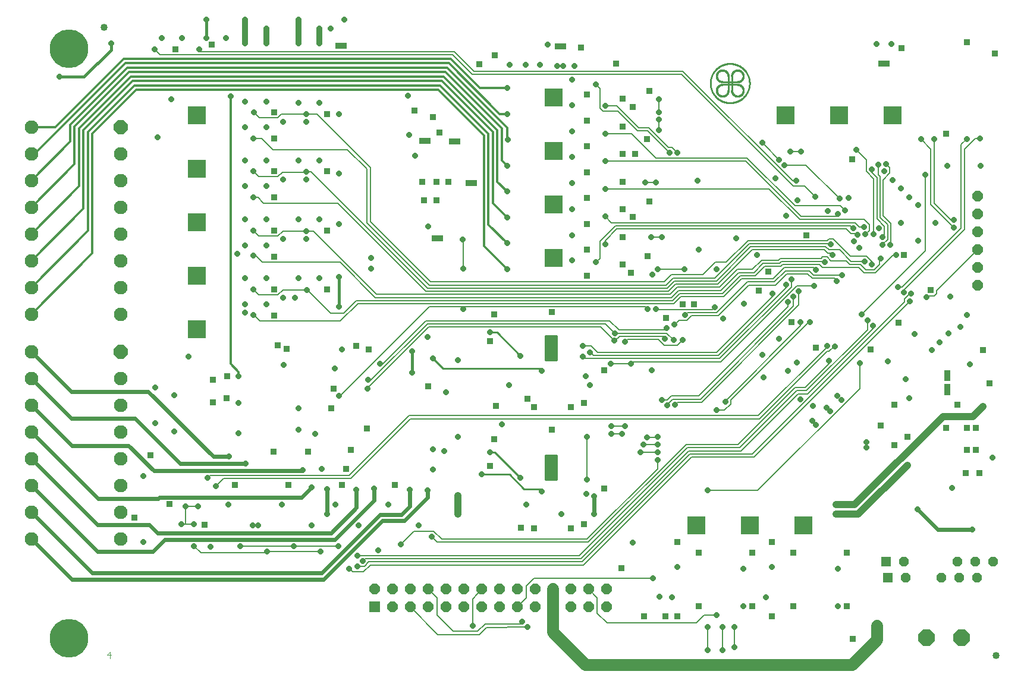
<source format=gbl>
G75*
%MOIN*%
%OFA0B0*%
%FSLAX25Y25*%
%IPPOS*%
%LPD*%
%AMOC8*
5,1,8,0,0,1.08239X$1,22.5*
%
%ADD10C,0.00400*%
%ADD11R,0.10000X0.10000*%
%ADD12OC8,0.05906*%
%ADD13R,0.05906X0.05906*%
%ADD14C,0.01000*%
%ADD15C,0.00100*%
%ADD16C,0.04000*%
%ADD17OC8,0.07677*%
%ADD18C,0.07677*%
%ADD19OC8,0.09055*%
%ADD20R,0.05315X0.05315*%
%ADD21OC8,0.05315*%
%ADD22C,0.21654*%
%ADD23R,0.03175X0.03175*%
%ADD24OC8,0.03175*%
%ADD25C,0.00800*%
%ADD26C,0.06600*%
%ADD27C,0.01600*%
%ADD28C,0.04000*%
%ADD29C,0.02400*%
%ADD30C,0.01200*%
%ADD31C,0.03200*%
D10*
X0159308Y0078251D02*
X0161710Y0078251D01*
X0161109Y0080052D02*
X0159308Y0078251D01*
X0161109Y0080052D02*
X0161109Y0076449D01*
D11*
X0209688Y0261020D03*
X0209688Y0291020D03*
X0209688Y0321020D03*
X0209688Y0351020D03*
X0209688Y0381020D03*
X0409688Y0391020D03*
X0409688Y0361020D03*
X0409688Y0331020D03*
X0409688Y0301020D03*
X0539688Y0381020D03*
X0569688Y0381020D03*
X0599688Y0381020D03*
X0549688Y0151020D03*
X0519688Y0151020D03*
X0489688Y0151020D03*
D12*
X0439333Y0115232D03*
X0429333Y0115232D03*
X0419333Y0115232D03*
X0409333Y0115232D03*
X0399333Y0115232D03*
X0389333Y0115232D03*
X0379333Y0115232D03*
X0369333Y0115232D03*
X0359333Y0115232D03*
X0349333Y0115232D03*
X0339333Y0115232D03*
X0329333Y0115232D03*
X0319333Y0115232D03*
X0309333Y0115232D03*
X0319333Y0105232D03*
X0329333Y0105232D03*
X0339333Y0105232D03*
X0349333Y0105232D03*
X0359333Y0105232D03*
X0369333Y0105232D03*
X0379333Y0105232D03*
X0389333Y0105232D03*
X0399333Y0105232D03*
X0409333Y0105232D03*
X0419333Y0105232D03*
X0429333Y0105232D03*
X0439333Y0105232D03*
X0647438Y0285520D03*
X0647438Y0295520D03*
X0647438Y0305520D03*
X0647438Y0315520D03*
X0647438Y0325520D03*
X0647438Y0335520D03*
D13*
X0309333Y0105232D03*
D14*
X0384938Y0179520D02*
X0393188Y0171270D01*
X0401938Y0171270D01*
X0403188Y0170020D01*
X0404938Y0176520D02*
X0404938Y0190270D01*
X0411438Y0190270D01*
X0411438Y0176520D01*
X0404938Y0176520D01*
X0404938Y0176854D02*
X0411438Y0176854D01*
X0411438Y0177853D02*
X0404938Y0177853D01*
X0404938Y0178851D02*
X0411438Y0178851D01*
X0411438Y0179850D02*
X0404938Y0179850D01*
X0404938Y0180848D02*
X0411438Y0180848D01*
X0411438Y0181847D02*
X0404938Y0181847D01*
X0404938Y0182846D02*
X0411438Y0182846D01*
X0411438Y0183844D02*
X0404938Y0183844D01*
X0404938Y0184843D02*
X0411438Y0184843D01*
X0411438Y0185841D02*
X0404938Y0185841D01*
X0404938Y0186840D02*
X0411438Y0186840D01*
X0411438Y0187838D02*
X0404938Y0187838D01*
X0404938Y0188837D02*
X0411438Y0188837D01*
X0411438Y0189835D02*
X0404938Y0189835D01*
X0391188Y0177520D02*
X0376688Y0192020D01*
X0374188Y0192020D01*
X0369438Y0179520D02*
X0383938Y0179520D01*
X0384938Y0179520D01*
X0403188Y0237520D02*
X0401688Y0239020D01*
X0347688Y0239020D01*
X0341938Y0244770D01*
X0374188Y0259270D02*
X0377938Y0259270D01*
X0391188Y0246020D01*
X0404938Y0245752D02*
X0411438Y0245752D01*
X0411438Y0246750D02*
X0404938Y0246750D01*
X0404938Y0247749D02*
X0411438Y0247749D01*
X0411438Y0248747D02*
X0404938Y0248747D01*
X0404938Y0249746D02*
X0411438Y0249746D01*
X0411438Y0250744D02*
X0404938Y0250744D01*
X0404938Y0251743D02*
X0411438Y0251743D01*
X0411438Y0252741D02*
X0404938Y0252741D01*
X0404938Y0253740D02*
X0411438Y0253740D01*
X0411438Y0254738D02*
X0404938Y0254738D01*
X0404938Y0255737D02*
X0411438Y0255737D01*
X0411438Y0256735D02*
X0404938Y0256735D01*
X0404938Y0257270D02*
X0411438Y0257270D01*
X0411438Y0243520D01*
X0404938Y0243520D01*
X0404938Y0257270D01*
X0404938Y0244753D02*
X0411438Y0244753D01*
X0411438Y0243755D02*
X0404938Y0243755D01*
X0507636Y0394994D02*
X0507636Y0402868D01*
X0509605Y0402868D02*
X0509605Y0394994D01*
X0497621Y0398931D02*
X0497624Y0399201D01*
X0497634Y0399471D01*
X0497651Y0399740D01*
X0497674Y0400009D01*
X0497704Y0400278D01*
X0497740Y0400545D01*
X0497783Y0400812D01*
X0497832Y0401077D01*
X0497888Y0401341D01*
X0497951Y0401604D01*
X0498019Y0401865D01*
X0498095Y0402124D01*
X0498176Y0402381D01*
X0498264Y0402637D01*
X0498358Y0402890D01*
X0498458Y0403141D01*
X0498565Y0403389D01*
X0498677Y0403634D01*
X0498796Y0403877D01*
X0498920Y0404116D01*
X0499050Y0404353D01*
X0499186Y0404586D01*
X0499328Y0404816D01*
X0499475Y0405042D01*
X0499628Y0405265D01*
X0499786Y0405484D01*
X0499949Y0405699D01*
X0500118Y0405909D01*
X0500292Y0406116D01*
X0500471Y0406318D01*
X0500654Y0406516D01*
X0500843Y0406709D01*
X0501036Y0406898D01*
X0501234Y0407081D01*
X0501436Y0407260D01*
X0501643Y0407434D01*
X0501853Y0407603D01*
X0502068Y0407766D01*
X0502287Y0407924D01*
X0502510Y0408077D01*
X0502736Y0408224D01*
X0502966Y0408366D01*
X0503199Y0408502D01*
X0503436Y0408632D01*
X0503675Y0408756D01*
X0503918Y0408875D01*
X0504163Y0408987D01*
X0504411Y0409094D01*
X0504662Y0409194D01*
X0504915Y0409288D01*
X0505171Y0409376D01*
X0505428Y0409457D01*
X0505687Y0409533D01*
X0505948Y0409601D01*
X0506211Y0409664D01*
X0506475Y0409720D01*
X0506740Y0409769D01*
X0507007Y0409812D01*
X0507274Y0409848D01*
X0507543Y0409878D01*
X0507812Y0409901D01*
X0508081Y0409918D01*
X0508351Y0409928D01*
X0508621Y0409931D01*
X0508891Y0409928D01*
X0509161Y0409918D01*
X0509430Y0409901D01*
X0509699Y0409878D01*
X0509968Y0409848D01*
X0510235Y0409812D01*
X0510502Y0409769D01*
X0510767Y0409720D01*
X0511031Y0409664D01*
X0511294Y0409601D01*
X0511555Y0409533D01*
X0511814Y0409457D01*
X0512071Y0409376D01*
X0512327Y0409288D01*
X0512580Y0409194D01*
X0512831Y0409094D01*
X0513079Y0408987D01*
X0513324Y0408875D01*
X0513567Y0408756D01*
X0513806Y0408632D01*
X0514043Y0408502D01*
X0514276Y0408366D01*
X0514506Y0408224D01*
X0514732Y0408077D01*
X0514955Y0407924D01*
X0515174Y0407766D01*
X0515389Y0407603D01*
X0515599Y0407434D01*
X0515806Y0407260D01*
X0516008Y0407081D01*
X0516206Y0406898D01*
X0516399Y0406709D01*
X0516588Y0406516D01*
X0516771Y0406318D01*
X0516950Y0406116D01*
X0517124Y0405909D01*
X0517293Y0405699D01*
X0517456Y0405484D01*
X0517614Y0405265D01*
X0517767Y0405042D01*
X0517914Y0404816D01*
X0518056Y0404586D01*
X0518192Y0404353D01*
X0518322Y0404116D01*
X0518446Y0403877D01*
X0518565Y0403634D01*
X0518677Y0403389D01*
X0518784Y0403141D01*
X0518884Y0402890D01*
X0518978Y0402637D01*
X0519066Y0402381D01*
X0519147Y0402124D01*
X0519223Y0401865D01*
X0519291Y0401604D01*
X0519354Y0401341D01*
X0519410Y0401077D01*
X0519459Y0400812D01*
X0519502Y0400545D01*
X0519538Y0400278D01*
X0519568Y0400009D01*
X0519591Y0399740D01*
X0519608Y0399471D01*
X0519618Y0399201D01*
X0519621Y0398931D01*
X0519618Y0398661D01*
X0519608Y0398391D01*
X0519591Y0398122D01*
X0519568Y0397853D01*
X0519538Y0397584D01*
X0519502Y0397317D01*
X0519459Y0397050D01*
X0519410Y0396785D01*
X0519354Y0396521D01*
X0519291Y0396258D01*
X0519223Y0395997D01*
X0519147Y0395738D01*
X0519066Y0395481D01*
X0518978Y0395225D01*
X0518884Y0394972D01*
X0518784Y0394721D01*
X0518677Y0394473D01*
X0518565Y0394228D01*
X0518446Y0393985D01*
X0518322Y0393746D01*
X0518192Y0393509D01*
X0518056Y0393276D01*
X0517914Y0393046D01*
X0517767Y0392820D01*
X0517614Y0392597D01*
X0517456Y0392378D01*
X0517293Y0392163D01*
X0517124Y0391953D01*
X0516950Y0391746D01*
X0516771Y0391544D01*
X0516588Y0391346D01*
X0516399Y0391153D01*
X0516206Y0390964D01*
X0516008Y0390781D01*
X0515806Y0390602D01*
X0515599Y0390428D01*
X0515389Y0390259D01*
X0515174Y0390096D01*
X0514955Y0389938D01*
X0514732Y0389785D01*
X0514506Y0389638D01*
X0514276Y0389496D01*
X0514043Y0389360D01*
X0513806Y0389230D01*
X0513567Y0389106D01*
X0513324Y0388987D01*
X0513079Y0388875D01*
X0512831Y0388768D01*
X0512580Y0388668D01*
X0512327Y0388574D01*
X0512071Y0388486D01*
X0511814Y0388405D01*
X0511555Y0388329D01*
X0511294Y0388261D01*
X0511031Y0388198D01*
X0510767Y0388142D01*
X0510502Y0388093D01*
X0510235Y0388050D01*
X0509968Y0388014D01*
X0509699Y0387984D01*
X0509430Y0387961D01*
X0509161Y0387944D01*
X0508891Y0387934D01*
X0508621Y0387931D01*
X0508351Y0387934D01*
X0508081Y0387944D01*
X0507812Y0387961D01*
X0507543Y0387984D01*
X0507274Y0388014D01*
X0507007Y0388050D01*
X0506740Y0388093D01*
X0506475Y0388142D01*
X0506211Y0388198D01*
X0505948Y0388261D01*
X0505687Y0388329D01*
X0505428Y0388405D01*
X0505171Y0388486D01*
X0504915Y0388574D01*
X0504662Y0388668D01*
X0504411Y0388768D01*
X0504163Y0388875D01*
X0503918Y0388987D01*
X0503675Y0389106D01*
X0503436Y0389230D01*
X0503199Y0389360D01*
X0502966Y0389496D01*
X0502736Y0389638D01*
X0502510Y0389785D01*
X0502287Y0389938D01*
X0502068Y0390096D01*
X0501853Y0390259D01*
X0501643Y0390428D01*
X0501436Y0390602D01*
X0501234Y0390781D01*
X0501036Y0390964D01*
X0500843Y0391153D01*
X0500654Y0391346D01*
X0500471Y0391544D01*
X0500292Y0391746D01*
X0500118Y0391953D01*
X0499949Y0392163D01*
X0499786Y0392378D01*
X0499628Y0392597D01*
X0499475Y0392820D01*
X0499328Y0393046D01*
X0499186Y0393276D01*
X0499050Y0393509D01*
X0498920Y0393746D01*
X0498796Y0393985D01*
X0498677Y0394228D01*
X0498565Y0394473D01*
X0498458Y0394721D01*
X0498358Y0394972D01*
X0498264Y0395225D01*
X0498176Y0395481D01*
X0498095Y0395738D01*
X0498019Y0395997D01*
X0497951Y0396258D01*
X0497888Y0396521D01*
X0497832Y0396785D01*
X0497783Y0397050D01*
X0497740Y0397317D01*
X0497704Y0397584D01*
X0497674Y0397853D01*
X0497651Y0398122D01*
X0497634Y0398391D01*
X0497624Y0398661D01*
X0497621Y0398931D01*
X0504487Y0398144D02*
X0512755Y0398144D01*
X0512755Y0399719D02*
X0504487Y0399719D01*
D15*
X0508087Y0402905D02*
X0507187Y0402933D01*
X0507188Y0402932D02*
X0507187Y0403037D01*
X0507182Y0403143D01*
X0507174Y0403248D01*
X0507161Y0403352D01*
X0507145Y0403456D01*
X0507125Y0403559D01*
X0507100Y0403662D01*
X0507072Y0403763D01*
X0507041Y0403864D01*
X0507005Y0403963D01*
X0506966Y0404060D01*
X0506923Y0404156D01*
X0506876Y0404251D01*
X0506826Y0404343D01*
X0506773Y0404434D01*
X0506716Y0404523D01*
X0506656Y0404609D01*
X0506593Y0404693D01*
X0506526Y0404775D01*
X0506457Y0404854D01*
X0506384Y0404930D01*
X0506309Y0405004D01*
X0506231Y0405075D01*
X0506151Y0405143D01*
X0506068Y0405207D01*
X0505982Y0405269D01*
X0505894Y0405327D01*
X0505805Y0405382D01*
X0505713Y0405434D01*
X0505619Y0405482D01*
X0505524Y0405526D01*
X0505427Y0405567D01*
X0505328Y0405604D01*
X0505229Y0405638D01*
X0505128Y0405668D01*
X0505026Y0405693D01*
X0504923Y0405715D01*
X0504819Y0405734D01*
X0504715Y0405748D01*
X0504610Y0405758D01*
X0504505Y0405765D01*
X0504400Y0405767D01*
X0504294Y0405765D01*
X0504189Y0405760D01*
X0504084Y0405750D01*
X0503980Y0405737D01*
X0503876Y0405720D01*
X0503773Y0405699D01*
X0503671Y0405674D01*
X0503570Y0405645D01*
X0503469Y0405612D01*
X0503371Y0405576D01*
X0503273Y0405536D01*
X0503178Y0405492D01*
X0503084Y0405445D01*
X0502991Y0405394D01*
X0502901Y0405340D01*
X0502813Y0405282D01*
X0502727Y0405221D01*
X0502644Y0405157D01*
X0502562Y0405090D01*
X0502484Y0405020D01*
X0502408Y0404947D01*
X0502335Y0404871D01*
X0502265Y0404793D01*
X0502198Y0404711D01*
X0502134Y0404628D01*
X0502073Y0404542D01*
X0502015Y0404454D01*
X0501961Y0404364D01*
X0501910Y0404271D01*
X0501863Y0404177D01*
X0501819Y0404082D01*
X0501779Y0403984D01*
X0501743Y0403886D01*
X0501710Y0403785D01*
X0501681Y0403684D01*
X0501656Y0403582D01*
X0501635Y0403479D01*
X0501618Y0403375D01*
X0501605Y0403271D01*
X0501595Y0403166D01*
X0501590Y0403061D01*
X0501588Y0402955D01*
X0501590Y0402850D01*
X0501597Y0402745D01*
X0501607Y0402640D01*
X0501621Y0402536D01*
X0501640Y0402432D01*
X0501662Y0402329D01*
X0501687Y0402227D01*
X0501717Y0402126D01*
X0501751Y0402027D01*
X0501788Y0401928D01*
X0501829Y0401831D01*
X0501873Y0401736D01*
X0501921Y0401642D01*
X0501973Y0401550D01*
X0502028Y0401461D01*
X0502086Y0401373D01*
X0502148Y0401287D01*
X0502212Y0401204D01*
X0502280Y0401124D01*
X0502351Y0401046D01*
X0502425Y0400971D01*
X0502501Y0400898D01*
X0502580Y0400829D01*
X0502662Y0400762D01*
X0502746Y0400699D01*
X0502832Y0400639D01*
X0502921Y0400582D01*
X0503012Y0400529D01*
X0503104Y0400479D01*
X0503199Y0400432D01*
X0503295Y0400389D01*
X0503392Y0400350D01*
X0503491Y0400314D01*
X0503592Y0400283D01*
X0503693Y0400255D01*
X0503796Y0400230D01*
X0503899Y0400210D01*
X0504003Y0400194D01*
X0504107Y0400181D01*
X0504212Y0400173D01*
X0504318Y0400168D01*
X0504423Y0400167D01*
X0504450Y0399268D01*
X0504330Y0399267D01*
X0504210Y0399271D01*
X0504090Y0399279D01*
X0503970Y0399291D01*
X0503851Y0399306D01*
X0503732Y0399326D01*
X0503614Y0399349D01*
X0503497Y0399376D01*
X0503380Y0399407D01*
X0503265Y0399441D01*
X0503151Y0399480D01*
X0503039Y0399522D01*
X0502927Y0399567D01*
X0502818Y0399617D01*
X0502710Y0399670D01*
X0502603Y0399726D01*
X0502499Y0399786D01*
X0502397Y0399849D01*
X0502296Y0399915D01*
X0502198Y0399985D01*
X0502102Y0400057D01*
X0502009Y0400133D01*
X0501918Y0400212D01*
X0501830Y0400294D01*
X0501744Y0400378D01*
X0501662Y0400466D01*
X0501582Y0400555D01*
X0501505Y0400648D01*
X0501431Y0400743D01*
X0501360Y0400840D01*
X0501293Y0400940D01*
X0501229Y0401041D01*
X0501168Y0401145D01*
X0501110Y0401251D01*
X0501056Y0401358D01*
X0501006Y0401467D01*
X0500959Y0401578D01*
X0500915Y0401690D01*
X0500876Y0401804D01*
X0500840Y0401919D01*
X0500807Y0402034D01*
X0500779Y0402151D01*
X0500754Y0402269D01*
X0500734Y0402387D01*
X0500717Y0402507D01*
X0500704Y0402626D01*
X0500695Y0402746D01*
X0500689Y0402866D01*
X0500688Y0402986D01*
X0500691Y0403107D01*
X0500697Y0403227D01*
X0500708Y0403347D01*
X0500722Y0403466D01*
X0500740Y0403585D01*
X0500762Y0403703D01*
X0500788Y0403821D01*
X0500817Y0403937D01*
X0500851Y0404053D01*
X0500888Y0404167D01*
X0500929Y0404280D01*
X0500973Y0404392D01*
X0501021Y0404502D01*
X0501073Y0404611D01*
X0501128Y0404718D01*
X0501187Y0404823D01*
X0501249Y0404926D01*
X0501314Y0405027D01*
X0501383Y0405125D01*
X0501455Y0405222D01*
X0501529Y0405316D01*
X0501607Y0405408D01*
X0501688Y0405497D01*
X0501772Y0405583D01*
X0501858Y0405667D01*
X0501947Y0405748D01*
X0502039Y0405826D01*
X0502133Y0405900D01*
X0502230Y0405972D01*
X0502328Y0406041D01*
X0502429Y0406106D01*
X0502532Y0406168D01*
X0502637Y0406227D01*
X0502744Y0406282D01*
X0502853Y0406334D01*
X0502963Y0406382D01*
X0503075Y0406426D01*
X0503188Y0406467D01*
X0503302Y0406504D01*
X0503418Y0406538D01*
X0503534Y0406567D01*
X0503652Y0406593D01*
X0503770Y0406615D01*
X0503889Y0406633D01*
X0504008Y0406647D01*
X0504128Y0406658D01*
X0504248Y0406664D01*
X0504369Y0406667D01*
X0504489Y0406666D01*
X0504609Y0406660D01*
X0504729Y0406651D01*
X0504848Y0406638D01*
X0504968Y0406621D01*
X0505086Y0406601D01*
X0505204Y0406576D01*
X0505321Y0406548D01*
X0505436Y0406515D01*
X0505551Y0406479D01*
X0505665Y0406440D01*
X0505777Y0406396D01*
X0505888Y0406349D01*
X0505997Y0406299D01*
X0506104Y0406245D01*
X0506210Y0406187D01*
X0506314Y0406126D01*
X0506415Y0406062D01*
X0506515Y0405995D01*
X0506612Y0405924D01*
X0506707Y0405850D01*
X0506800Y0405773D01*
X0506889Y0405693D01*
X0506977Y0405611D01*
X0507061Y0405525D01*
X0507143Y0405437D01*
X0507222Y0405346D01*
X0507298Y0405253D01*
X0507370Y0405157D01*
X0507440Y0405059D01*
X0507506Y0404958D01*
X0507569Y0404856D01*
X0507629Y0404752D01*
X0507685Y0404645D01*
X0507738Y0404537D01*
X0507788Y0404428D01*
X0507833Y0404316D01*
X0507875Y0404204D01*
X0507914Y0404090D01*
X0507948Y0403975D01*
X0507979Y0403858D01*
X0508006Y0403741D01*
X0508029Y0403623D01*
X0508049Y0403504D01*
X0508064Y0403385D01*
X0508076Y0403265D01*
X0508084Y0403145D01*
X0508088Y0403025D01*
X0508087Y0402905D01*
X0507994Y0402908D01*
X0507993Y0403027D01*
X0507990Y0403147D01*
X0507982Y0403266D01*
X0507970Y0403385D01*
X0507954Y0403504D01*
X0507934Y0403622D01*
X0507910Y0403739D01*
X0507883Y0403856D01*
X0507851Y0403971D01*
X0507816Y0404086D01*
X0507777Y0404199D01*
X0507734Y0404310D01*
X0507688Y0404421D01*
X0507638Y0404529D01*
X0507584Y0404636D01*
X0507527Y0404742D01*
X0507467Y0404845D01*
X0507403Y0404946D01*
X0507335Y0405045D01*
X0507265Y0405141D01*
X0507191Y0405236D01*
X0507114Y0405327D01*
X0507034Y0405417D01*
X0506952Y0405503D01*
X0506866Y0405587D01*
X0506778Y0405667D01*
X0506687Y0405745D01*
X0506593Y0405820D01*
X0506498Y0405892D01*
X0506399Y0405960D01*
X0506299Y0406025D01*
X0506196Y0406087D01*
X0506092Y0406145D01*
X0505986Y0406200D01*
X0505877Y0406251D01*
X0505768Y0406299D01*
X0505656Y0406343D01*
X0505544Y0406383D01*
X0505430Y0406419D01*
X0505315Y0406452D01*
X0505198Y0406481D01*
X0505081Y0406506D01*
X0504964Y0406527D01*
X0504845Y0406544D01*
X0504726Y0406557D01*
X0504607Y0406566D01*
X0504488Y0406572D01*
X0504368Y0406573D01*
X0504248Y0406570D01*
X0504129Y0406564D01*
X0504010Y0406553D01*
X0503891Y0406539D01*
X0503773Y0406520D01*
X0503655Y0406498D01*
X0503538Y0406471D01*
X0503423Y0406441D01*
X0503308Y0406407D01*
X0503194Y0406370D01*
X0503082Y0406328D01*
X0502971Y0406283D01*
X0502862Y0406234D01*
X0502754Y0406182D01*
X0502649Y0406126D01*
X0502545Y0406066D01*
X0502443Y0406003D01*
X0502343Y0405937D01*
X0502246Y0405868D01*
X0502151Y0405795D01*
X0502058Y0405719D01*
X0501968Y0405641D01*
X0501881Y0405559D01*
X0501796Y0405474D01*
X0501714Y0405387D01*
X0501636Y0405297D01*
X0501560Y0405204D01*
X0501487Y0405109D01*
X0501418Y0405012D01*
X0501352Y0404912D01*
X0501289Y0404810D01*
X0501229Y0404706D01*
X0501173Y0404601D01*
X0501121Y0404493D01*
X0501072Y0404384D01*
X0501027Y0404273D01*
X0500985Y0404161D01*
X0500948Y0404047D01*
X0500914Y0403932D01*
X0500884Y0403817D01*
X0500857Y0403700D01*
X0500835Y0403582D01*
X0500816Y0403464D01*
X0500802Y0403345D01*
X0500791Y0403226D01*
X0500785Y0403107D01*
X0500782Y0402987D01*
X0500783Y0402867D01*
X0500789Y0402748D01*
X0500798Y0402629D01*
X0500811Y0402510D01*
X0500828Y0402391D01*
X0500849Y0402274D01*
X0500874Y0402157D01*
X0500903Y0402040D01*
X0500936Y0401925D01*
X0500972Y0401811D01*
X0501012Y0401699D01*
X0501056Y0401587D01*
X0501104Y0401478D01*
X0501155Y0401369D01*
X0501210Y0401263D01*
X0501268Y0401159D01*
X0501330Y0401056D01*
X0501395Y0400956D01*
X0501463Y0400857D01*
X0501535Y0400762D01*
X0501610Y0400668D01*
X0501688Y0400577D01*
X0501768Y0400489D01*
X0501852Y0400403D01*
X0501938Y0400321D01*
X0502028Y0400241D01*
X0502119Y0400164D01*
X0502214Y0400090D01*
X0502310Y0400020D01*
X0502409Y0399952D01*
X0502510Y0399888D01*
X0502613Y0399828D01*
X0502719Y0399771D01*
X0502826Y0399717D01*
X0502934Y0399667D01*
X0503045Y0399621D01*
X0503156Y0399578D01*
X0503269Y0399539D01*
X0503384Y0399504D01*
X0503499Y0399472D01*
X0503616Y0399445D01*
X0503733Y0399421D01*
X0503851Y0399401D01*
X0503970Y0399385D01*
X0504089Y0399373D01*
X0504208Y0399365D01*
X0504328Y0399362D01*
X0504447Y0399361D01*
X0504444Y0399455D01*
X0504327Y0399456D01*
X0504210Y0399460D01*
X0504093Y0399467D01*
X0503976Y0399479D01*
X0503860Y0399495D01*
X0503744Y0399515D01*
X0503629Y0399538D01*
X0503515Y0399565D01*
X0503402Y0399596D01*
X0503290Y0399631D01*
X0503179Y0399670D01*
X0503069Y0399712D01*
X0502961Y0399758D01*
X0502855Y0399807D01*
X0502750Y0399860D01*
X0502647Y0399917D01*
X0502546Y0399977D01*
X0502448Y0400040D01*
X0502351Y0400106D01*
X0502256Y0400176D01*
X0502164Y0400249D01*
X0502075Y0400324D01*
X0501988Y0400403D01*
X0501904Y0400485D01*
X0501822Y0400569D01*
X0501743Y0400656D01*
X0501668Y0400746D01*
X0501595Y0400838D01*
X0501525Y0400932D01*
X0501459Y0401029D01*
X0501396Y0401128D01*
X0501336Y0401229D01*
X0501280Y0401332D01*
X0501227Y0401437D01*
X0501178Y0401543D01*
X0501132Y0401651D01*
X0501090Y0401761D01*
X0501051Y0401872D01*
X0501016Y0401984D01*
X0500986Y0402097D01*
X0500958Y0402211D01*
X0500935Y0402326D01*
X0500916Y0402442D01*
X0500900Y0402558D01*
X0500888Y0402675D01*
X0500880Y0402792D01*
X0500876Y0402909D01*
X0500877Y0403026D01*
X0500880Y0403144D01*
X0500888Y0403261D01*
X0500900Y0403378D01*
X0500916Y0403494D01*
X0500935Y0403610D01*
X0500959Y0403724D01*
X0500986Y0403839D01*
X0501017Y0403952D01*
X0501052Y0404064D01*
X0501090Y0404175D01*
X0501132Y0404284D01*
X0501178Y0404392D01*
X0501228Y0404499D01*
X0501281Y0404603D01*
X0501337Y0404706D01*
X0501397Y0404807D01*
X0501460Y0404906D01*
X0501526Y0405003D01*
X0501596Y0405097D01*
X0501669Y0405189D01*
X0501744Y0405279D01*
X0501823Y0405366D01*
X0501905Y0405450D01*
X0501989Y0405532D01*
X0502076Y0405611D01*
X0502166Y0405686D01*
X0502258Y0405759D01*
X0502352Y0405829D01*
X0502449Y0405895D01*
X0502548Y0405958D01*
X0502649Y0406018D01*
X0502752Y0406074D01*
X0502856Y0406127D01*
X0502963Y0406177D01*
X0503071Y0406223D01*
X0503180Y0406265D01*
X0503291Y0406303D01*
X0503403Y0406338D01*
X0503516Y0406369D01*
X0503631Y0406396D01*
X0503745Y0406420D01*
X0503861Y0406439D01*
X0503977Y0406455D01*
X0504094Y0406467D01*
X0504211Y0406475D01*
X0504329Y0406478D01*
X0504446Y0406479D01*
X0504563Y0406475D01*
X0504680Y0406467D01*
X0504797Y0406455D01*
X0504913Y0406439D01*
X0505029Y0406420D01*
X0505144Y0406397D01*
X0505258Y0406369D01*
X0505371Y0406339D01*
X0505483Y0406304D01*
X0505594Y0406265D01*
X0505704Y0406223D01*
X0505812Y0406177D01*
X0505918Y0406128D01*
X0506023Y0406075D01*
X0506126Y0406019D01*
X0506227Y0405959D01*
X0506326Y0405896D01*
X0506423Y0405830D01*
X0506517Y0405760D01*
X0506609Y0405687D01*
X0506699Y0405612D01*
X0506786Y0405533D01*
X0506870Y0405451D01*
X0506952Y0405367D01*
X0507031Y0405280D01*
X0507106Y0405191D01*
X0507179Y0405099D01*
X0507249Y0405004D01*
X0507315Y0404907D01*
X0507378Y0404809D01*
X0507438Y0404708D01*
X0507495Y0404605D01*
X0507548Y0404500D01*
X0507597Y0404394D01*
X0507643Y0404286D01*
X0507685Y0404176D01*
X0507724Y0404065D01*
X0507759Y0403953D01*
X0507790Y0403840D01*
X0507817Y0403726D01*
X0507840Y0403611D01*
X0507860Y0403495D01*
X0507876Y0403379D01*
X0507888Y0403262D01*
X0507895Y0403145D01*
X0507899Y0403028D01*
X0507900Y0402911D01*
X0507806Y0402913D01*
X0507805Y0403030D01*
X0507801Y0403147D01*
X0507793Y0403263D01*
X0507781Y0403379D01*
X0507765Y0403495D01*
X0507745Y0403610D01*
X0507721Y0403724D01*
X0507693Y0403837D01*
X0507662Y0403949D01*
X0507626Y0404060D01*
X0507587Y0404170D01*
X0507544Y0404279D01*
X0507498Y0404386D01*
X0507447Y0404491D01*
X0507394Y0404594D01*
X0507336Y0404696D01*
X0507276Y0404796D01*
X0507212Y0404893D01*
X0507144Y0404988D01*
X0507074Y0405081D01*
X0507000Y0405172D01*
X0506923Y0405259D01*
X0506844Y0405345D01*
X0506761Y0405427D01*
X0506676Y0405507D01*
X0506588Y0405583D01*
X0506497Y0405657D01*
X0506404Y0405727D01*
X0506309Y0405794D01*
X0506211Y0405858D01*
X0506112Y0405919D01*
X0506010Y0405976D01*
X0505906Y0406029D01*
X0505801Y0406079D01*
X0505694Y0406126D01*
X0505585Y0406168D01*
X0505475Y0406207D01*
X0505364Y0406243D01*
X0505252Y0406274D01*
X0505138Y0406302D01*
X0505024Y0406325D01*
X0504909Y0406345D01*
X0504794Y0406361D01*
X0504678Y0406373D01*
X0504561Y0406381D01*
X0504445Y0406385D01*
X0504328Y0406384D01*
X0504212Y0406380D01*
X0504095Y0406372D01*
X0503979Y0406360D01*
X0503864Y0406345D01*
X0503749Y0406325D01*
X0503634Y0406301D01*
X0503521Y0406273D01*
X0503409Y0406242D01*
X0503298Y0406206D01*
X0503188Y0406167D01*
X0503079Y0406125D01*
X0502972Y0406078D01*
X0502867Y0406028D01*
X0502763Y0405974D01*
X0502662Y0405917D01*
X0502562Y0405856D01*
X0502465Y0405792D01*
X0502369Y0405725D01*
X0502276Y0405655D01*
X0502186Y0405581D01*
X0502098Y0405504D01*
X0502013Y0405425D01*
X0501930Y0405342D01*
X0501851Y0405257D01*
X0501774Y0405169D01*
X0501700Y0405079D01*
X0501630Y0404986D01*
X0501563Y0404890D01*
X0501499Y0404793D01*
X0501438Y0404693D01*
X0501381Y0404592D01*
X0501327Y0404488D01*
X0501277Y0404383D01*
X0501230Y0404276D01*
X0501188Y0404167D01*
X0501149Y0404057D01*
X0501113Y0403946D01*
X0501082Y0403834D01*
X0501054Y0403721D01*
X0501030Y0403606D01*
X0501010Y0403491D01*
X0500995Y0403376D01*
X0500983Y0403260D01*
X0500975Y0403143D01*
X0500971Y0403027D01*
X0500970Y0402910D01*
X0500974Y0402794D01*
X0500982Y0402677D01*
X0500994Y0402561D01*
X0501010Y0402446D01*
X0501030Y0402331D01*
X0501053Y0402217D01*
X0501081Y0402103D01*
X0501112Y0401991D01*
X0501148Y0401880D01*
X0501187Y0401770D01*
X0501229Y0401661D01*
X0501276Y0401554D01*
X0501326Y0401449D01*
X0501379Y0401345D01*
X0501436Y0401243D01*
X0501497Y0401144D01*
X0501561Y0401046D01*
X0501628Y0400951D01*
X0501698Y0400858D01*
X0501772Y0400767D01*
X0501848Y0400679D01*
X0501928Y0400594D01*
X0502010Y0400511D01*
X0502096Y0400432D01*
X0502183Y0400355D01*
X0502274Y0400281D01*
X0502367Y0400211D01*
X0502462Y0400143D01*
X0502559Y0400079D01*
X0502659Y0400019D01*
X0502761Y0399961D01*
X0502864Y0399908D01*
X0502969Y0399857D01*
X0503076Y0399811D01*
X0503185Y0399768D01*
X0503295Y0399729D01*
X0503406Y0399693D01*
X0503518Y0399662D01*
X0503631Y0399634D01*
X0503745Y0399610D01*
X0503860Y0399590D01*
X0503976Y0399574D01*
X0504092Y0399562D01*
X0504208Y0399554D01*
X0504325Y0399550D01*
X0504442Y0399549D01*
X0504439Y0399643D01*
X0504324Y0399644D01*
X0504210Y0399648D01*
X0504096Y0399656D01*
X0503983Y0399668D01*
X0503870Y0399684D01*
X0503757Y0399703D01*
X0503645Y0399727D01*
X0503534Y0399754D01*
X0503425Y0399786D01*
X0503316Y0399821D01*
X0503208Y0399859D01*
X0503102Y0399902D01*
X0502998Y0399948D01*
X0502895Y0399997D01*
X0502794Y0400050D01*
X0502694Y0400107D01*
X0502597Y0400167D01*
X0502502Y0400230D01*
X0502409Y0400296D01*
X0502318Y0400366D01*
X0502230Y0400439D01*
X0502145Y0400514D01*
X0502062Y0400593D01*
X0501981Y0400674D01*
X0501904Y0400758D01*
X0501830Y0400845D01*
X0501758Y0400934D01*
X0501690Y0401026D01*
X0501625Y0401119D01*
X0501563Y0401215D01*
X0501504Y0401314D01*
X0501449Y0401414D01*
X0501398Y0401516D01*
X0501350Y0401619D01*
X0501305Y0401724D01*
X0501264Y0401831D01*
X0501227Y0401939D01*
X0501193Y0402048D01*
X0501164Y0402159D01*
X0501138Y0402270D01*
X0501116Y0402382D01*
X0501098Y0402495D01*
X0501083Y0402608D01*
X0501073Y0402722D01*
X0501067Y0402836D01*
X0501064Y0402950D01*
X0501065Y0403064D01*
X0501071Y0403178D01*
X0501080Y0403292D01*
X0501093Y0403406D01*
X0501110Y0403519D01*
X0501131Y0403631D01*
X0501156Y0403743D01*
X0501184Y0403853D01*
X0501217Y0403963D01*
X0501253Y0404071D01*
X0501293Y0404178D01*
X0501336Y0404284D01*
X0501383Y0404388D01*
X0501434Y0404490D01*
X0501488Y0404591D01*
X0501545Y0404690D01*
X0501606Y0404786D01*
X0501670Y0404881D01*
X0501738Y0404973D01*
X0501808Y0405063D01*
X0501882Y0405150D01*
X0501958Y0405235D01*
X0502038Y0405317D01*
X0502120Y0405397D01*
X0502205Y0405473D01*
X0502292Y0405547D01*
X0502382Y0405617D01*
X0502474Y0405685D01*
X0502569Y0405749D01*
X0502665Y0405810D01*
X0502764Y0405867D01*
X0502865Y0405921D01*
X0502967Y0405972D01*
X0503071Y0406019D01*
X0503177Y0406062D01*
X0503284Y0406102D01*
X0503392Y0406138D01*
X0503502Y0406171D01*
X0503612Y0406199D01*
X0503724Y0406224D01*
X0503836Y0406245D01*
X0503949Y0406262D01*
X0504063Y0406275D01*
X0504177Y0406284D01*
X0504291Y0406290D01*
X0504405Y0406291D01*
X0504519Y0406288D01*
X0504633Y0406282D01*
X0504747Y0406272D01*
X0504860Y0406257D01*
X0504973Y0406239D01*
X0505085Y0406217D01*
X0505196Y0406191D01*
X0505307Y0406162D01*
X0505416Y0406128D01*
X0505524Y0406091D01*
X0505631Y0406050D01*
X0505736Y0406005D01*
X0505839Y0405957D01*
X0505941Y0405906D01*
X0506041Y0405851D01*
X0506140Y0405792D01*
X0506236Y0405730D01*
X0506329Y0405665D01*
X0506421Y0405597D01*
X0506510Y0405525D01*
X0506597Y0405451D01*
X0506681Y0405374D01*
X0506762Y0405293D01*
X0506841Y0405210D01*
X0506916Y0405125D01*
X0506989Y0405037D01*
X0507059Y0404946D01*
X0507125Y0404853D01*
X0507188Y0404758D01*
X0507248Y0404661D01*
X0507305Y0404561D01*
X0507358Y0404460D01*
X0507407Y0404357D01*
X0507453Y0404253D01*
X0507496Y0404147D01*
X0507534Y0404039D01*
X0507569Y0403930D01*
X0507601Y0403821D01*
X0507628Y0403710D01*
X0507652Y0403598D01*
X0507671Y0403485D01*
X0507687Y0403372D01*
X0507699Y0403259D01*
X0507707Y0403145D01*
X0507711Y0403031D01*
X0507712Y0402916D01*
X0507618Y0402919D01*
X0507617Y0403032D01*
X0507613Y0403144D01*
X0507605Y0403257D01*
X0507593Y0403369D01*
X0507577Y0403480D01*
X0507557Y0403591D01*
X0507533Y0403701D01*
X0507506Y0403810D01*
X0507475Y0403918D01*
X0507440Y0404025D01*
X0507401Y0404131D01*
X0507358Y0404236D01*
X0507312Y0404338D01*
X0507263Y0404439D01*
X0507210Y0404539D01*
X0507153Y0404636D01*
X0507093Y0404732D01*
X0507030Y0404825D01*
X0506964Y0404916D01*
X0506894Y0405004D01*
X0506822Y0405091D01*
X0506746Y0405174D01*
X0506668Y0405255D01*
X0506587Y0405333D01*
X0506503Y0405408D01*
X0506417Y0405480D01*
X0506328Y0405550D01*
X0506237Y0405616D01*
X0506143Y0405679D01*
X0506047Y0405738D01*
X0505950Y0405794D01*
X0505850Y0405847D01*
X0505749Y0405896D01*
X0505646Y0405942D01*
X0505542Y0405984D01*
X0505436Y0406022D01*
X0505329Y0406057D01*
X0505220Y0406088D01*
X0505111Y0406115D01*
X0505001Y0406138D01*
X0504890Y0406158D01*
X0504778Y0406173D01*
X0504666Y0406185D01*
X0504554Y0406193D01*
X0504441Y0406197D01*
X0504329Y0406196D01*
X0504216Y0406192D01*
X0504104Y0406184D01*
X0503992Y0406173D01*
X0503880Y0406157D01*
X0503770Y0406137D01*
X0503659Y0406114D01*
X0503550Y0406086D01*
X0503442Y0406055D01*
X0503335Y0406020D01*
X0503229Y0405982D01*
X0503125Y0405940D01*
X0503022Y0405894D01*
X0502921Y0405844D01*
X0502821Y0405792D01*
X0502724Y0405735D01*
X0502628Y0405675D01*
X0502535Y0405613D01*
X0502444Y0405546D01*
X0502355Y0405477D01*
X0502269Y0405405D01*
X0502185Y0405329D01*
X0502104Y0405251D01*
X0502026Y0405170D01*
X0501950Y0405086D01*
X0501878Y0405000D01*
X0501809Y0404911D01*
X0501742Y0404820D01*
X0501680Y0404727D01*
X0501620Y0404631D01*
X0501563Y0404534D01*
X0501511Y0404434D01*
X0501461Y0404333D01*
X0501415Y0404230D01*
X0501373Y0404126D01*
X0501335Y0404020D01*
X0501300Y0403913D01*
X0501269Y0403805D01*
X0501241Y0403696D01*
X0501218Y0403585D01*
X0501198Y0403475D01*
X0501182Y0403363D01*
X0501171Y0403251D01*
X0501163Y0403139D01*
X0501159Y0403026D01*
X0501158Y0402914D01*
X0501162Y0402801D01*
X0501170Y0402689D01*
X0501182Y0402577D01*
X0501197Y0402465D01*
X0501217Y0402354D01*
X0501240Y0402244D01*
X0501267Y0402135D01*
X0501298Y0402026D01*
X0501333Y0401919D01*
X0501371Y0401813D01*
X0501413Y0401709D01*
X0501459Y0401606D01*
X0501508Y0401505D01*
X0501561Y0401405D01*
X0501617Y0401308D01*
X0501676Y0401212D01*
X0501739Y0401118D01*
X0501805Y0401027D01*
X0501875Y0400938D01*
X0501947Y0400852D01*
X0502022Y0400768D01*
X0502100Y0400687D01*
X0502181Y0400609D01*
X0502264Y0400533D01*
X0502351Y0400461D01*
X0502439Y0400391D01*
X0502530Y0400325D01*
X0502623Y0400262D01*
X0502719Y0400202D01*
X0502816Y0400145D01*
X0502916Y0400092D01*
X0503017Y0400043D01*
X0503119Y0399997D01*
X0503224Y0399954D01*
X0503330Y0399915D01*
X0503437Y0399880D01*
X0503545Y0399849D01*
X0503654Y0399822D01*
X0503764Y0399798D01*
X0503875Y0399778D01*
X0503986Y0399762D01*
X0504098Y0399750D01*
X0504211Y0399742D01*
X0504323Y0399738D01*
X0504436Y0399737D01*
X0504433Y0399831D01*
X0504321Y0399832D01*
X0504210Y0399836D01*
X0504098Y0399844D01*
X0503987Y0399857D01*
X0503876Y0399873D01*
X0503766Y0399893D01*
X0503657Y0399917D01*
X0503549Y0399945D01*
X0503442Y0399977D01*
X0503336Y0400013D01*
X0503231Y0400052D01*
X0503128Y0400095D01*
X0503027Y0400142D01*
X0502927Y0400192D01*
X0502829Y0400246D01*
X0502733Y0400303D01*
X0502639Y0400364D01*
X0502547Y0400428D01*
X0502458Y0400495D01*
X0502371Y0400566D01*
X0502287Y0400639D01*
X0502205Y0400715D01*
X0502126Y0400795D01*
X0502050Y0400877D01*
X0501977Y0400961D01*
X0501907Y0401048D01*
X0501841Y0401138D01*
X0501777Y0401230D01*
X0501717Y0401324D01*
X0501660Y0401420D01*
X0501606Y0401519D01*
X0501557Y0401619D01*
X0501510Y0401720D01*
X0501468Y0401824D01*
X0501429Y0401929D01*
X0501394Y0402035D01*
X0501362Y0402142D01*
X0501335Y0402250D01*
X0501311Y0402360D01*
X0501292Y0402470D01*
X0501276Y0402580D01*
X0501264Y0402692D01*
X0501256Y0402803D01*
X0501252Y0402915D01*
X0501253Y0403027D01*
X0501257Y0403138D01*
X0501265Y0403250D01*
X0501277Y0403361D01*
X0501293Y0403471D01*
X0501313Y0403581D01*
X0501337Y0403691D01*
X0501364Y0403799D01*
X0501396Y0403906D01*
X0501431Y0404012D01*
X0501470Y0404117D01*
X0501513Y0404220D01*
X0501560Y0404322D01*
X0501610Y0404422D01*
X0501663Y0404520D01*
X0501721Y0404616D01*
X0501781Y0404710D01*
X0501845Y0404802D01*
X0501912Y0404891D01*
X0501982Y0404978D01*
X0502055Y0405063D01*
X0502131Y0405145D01*
X0502210Y0405224D01*
X0502292Y0405300D01*
X0502377Y0405373D01*
X0502464Y0405443D01*
X0502553Y0405510D01*
X0502645Y0405574D01*
X0502739Y0405634D01*
X0502835Y0405692D01*
X0502933Y0405745D01*
X0503033Y0405795D01*
X0503135Y0405842D01*
X0503238Y0405885D01*
X0503343Y0405924D01*
X0503449Y0405959D01*
X0503556Y0405991D01*
X0503664Y0406018D01*
X0503774Y0406042D01*
X0503884Y0406062D01*
X0503994Y0406078D01*
X0504105Y0406090D01*
X0504217Y0406098D01*
X0504328Y0406102D01*
X0504440Y0406103D01*
X0504552Y0406099D01*
X0504663Y0406091D01*
X0504775Y0406079D01*
X0504885Y0406063D01*
X0504995Y0406044D01*
X0505105Y0406020D01*
X0505213Y0405993D01*
X0505320Y0405961D01*
X0505426Y0405926D01*
X0505531Y0405887D01*
X0505635Y0405845D01*
X0505736Y0405798D01*
X0505836Y0405749D01*
X0505935Y0405695D01*
X0506031Y0405638D01*
X0506125Y0405578D01*
X0506217Y0405514D01*
X0506307Y0405448D01*
X0506394Y0405378D01*
X0506478Y0405305D01*
X0506560Y0405229D01*
X0506640Y0405150D01*
X0506716Y0405068D01*
X0506789Y0404984D01*
X0506860Y0404897D01*
X0506927Y0404808D01*
X0506991Y0404716D01*
X0507052Y0404622D01*
X0507109Y0404526D01*
X0507163Y0404428D01*
X0507213Y0404328D01*
X0507260Y0404227D01*
X0507303Y0404124D01*
X0507342Y0404019D01*
X0507378Y0403913D01*
X0507410Y0403806D01*
X0507438Y0403698D01*
X0507462Y0403589D01*
X0507482Y0403479D01*
X0507498Y0403368D01*
X0507511Y0403257D01*
X0507519Y0403145D01*
X0507523Y0403034D01*
X0507524Y0402922D01*
X0507430Y0402925D01*
X0507429Y0403034D01*
X0507425Y0403143D01*
X0507417Y0403252D01*
X0507404Y0403361D01*
X0507388Y0403469D01*
X0507368Y0403576D01*
X0507345Y0403683D01*
X0507317Y0403788D01*
X0507286Y0403893D01*
X0507250Y0403996D01*
X0507212Y0404099D01*
X0507169Y0404199D01*
X0507123Y0404298D01*
X0507074Y0404396D01*
X0507021Y0404491D01*
X0506964Y0404585D01*
X0506904Y0404676D01*
X0506841Y0404765D01*
X0506775Y0404852D01*
X0506706Y0404937D01*
X0506634Y0405019D01*
X0506559Y0405098D01*
X0506481Y0405175D01*
X0506400Y0405248D01*
X0506317Y0405319D01*
X0506231Y0405387D01*
X0506143Y0405451D01*
X0506053Y0405513D01*
X0505961Y0405571D01*
X0505866Y0405626D01*
X0505770Y0405677D01*
X0505671Y0405725D01*
X0505572Y0405769D01*
X0505470Y0405810D01*
X0505367Y0405847D01*
X0505263Y0405880D01*
X0505158Y0405910D01*
X0505052Y0405936D01*
X0504945Y0405958D01*
X0504837Y0405976D01*
X0504729Y0405990D01*
X0504620Y0406000D01*
X0504511Y0406007D01*
X0504402Y0406009D01*
X0504293Y0406008D01*
X0504184Y0406002D01*
X0504075Y0405993D01*
X0503966Y0405980D01*
X0503859Y0405963D01*
X0503751Y0405942D01*
X0503645Y0405917D01*
X0503540Y0405888D01*
X0503435Y0405856D01*
X0503332Y0405820D01*
X0503230Y0405780D01*
X0503130Y0405737D01*
X0503031Y0405690D01*
X0502935Y0405639D01*
X0502840Y0405585D01*
X0502747Y0405528D01*
X0502656Y0405468D01*
X0502567Y0405404D01*
X0502481Y0405337D01*
X0502397Y0405267D01*
X0502316Y0405194D01*
X0502237Y0405118D01*
X0502161Y0405039D01*
X0502088Y0404958D01*
X0502018Y0404874D01*
X0501951Y0404788D01*
X0501887Y0404699D01*
X0501827Y0404608D01*
X0501770Y0404515D01*
X0501716Y0404420D01*
X0501665Y0404324D01*
X0501618Y0404225D01*
X0501575Y0404125D01*
X0501535Y0404023D01*
X0501499Y0403920D01*
X0501467Y0403815D01*
X0501438Y0403710D01*
X0501413Y0403604D01*
X0501392Y0403496D01*
X0501375Y0403389D01*
X0501362Y0403280D01*
X0501353Y0403171D01*
X0501347Y0403062D01*
X0501346Y0402953D01*
X0501348Y0402844D01*
X0501355Y0402735D01*
X0501365Y0402626D01*
X0501379Y0402518D01*
X0501397Y0402410D01*
X0501419Y0402303D01*
X0501445Y0402197D01*
X0501475Y0402092D01*
X0501508Y0401988D01*
X0501545Y0401885D01*
X0501586Y0401783D01*
X0501630Y0401684D01*
X0501678Y0401585D01*
X0501729Y0401489D01*
X0501784Y0401394D01*
X0501842Y0401302D01*
X0501904Y0401212D01*
X0501968Y0401124D01*
X0502036Y0401038D01*
X0502107Y0400955D01*
X0502180Y0400874D01*
X0502257Y0400796D01*
X0502336Y0400721D01*
X0502418Y0400649D01*
X0502503Y0400580D01*
X0502590Y0400514D01*
X0502679Y0400451D01*
X0502770Y0400391D01*
X0502864Y0400334D01*
X0502959Y0400281D01*
X0503057Y0400232D01*
X0503156Y0400186D01*
X0503256Y0400143D01*
X0503359Y0400105D01*
X0503462Y0400069D01*
X0503567Y0400038D01*
X0503672Y0400010D01*
X0503779Y0399987D01*
X0503886Y0399967D01*
X0503994Y0399951D01*
X0504103Y0399938D01*
X0504212Y0399930D01*
X0504321Y0399926D01*
X0504430Y0399925D01*
X0504427Y0400019D01*
X0504319Y0400020D01*
X0504211Y0400024D01*
X0504103Y0400033D01*
X0503995Y0400045D01*
X0503888Y0400062D01*
X0503782Y0400082D01*
X0503676Y0400106D01*
X0503572Y0400134D01*
X0503468Y0400166D01*
X0503366Y0400202D01*
X0503265Y0400241D01*
X0503166Y0400284D01*
X0503068Y0400331D01*
X0502972Y0400381D01*
X0502878Y0400435D01*
X0502786Y0400492D01*
X0502696Y0400553D01*
X0502609Y0400616D01*
X0502524Y0400683D01*
X0502441Y0400753D01*
X0502361Y0400826D01*
X0502284Y0400902D01*
X0502209Y0400981D01*
X0502138Y0401062D01*
X0502069Y0401146D01*
X0502004Y0401233D01*
X0501942Y0401321D01*
X0501883Y0401412D01*
X0501828Y0401505D01*
X0501776Y0401600D01*
X0501727Y0401697D01*
X0501683Y0401796D01*
X0501641Y0401896D01*
X0501604Y0401998D01*
X0501570Y0402100D01*
X0501540Y0402205D01*
X0501514Y0402310D01*
X0501492Y0402416D01*
X0501474Y0402522D01*
X0501459Y0402630D01*
X0501449Y0402738D01*
X0501442Y0402846D01*
X0501440Y0402954D01*
X0501442Y0403062D01*
X0501447Y0403170D01*
X0501456Y0403278D01*
X0501470Y0403386D01*
X0501487Y0403493D01*
X0501508Y0403599D01*
X0501534Y0403704D01*
X0501563Y0403808D01*
X0501595Y0403912D01*
X0501632Y0404014D01*
X0501672Y0404114D01*
X0501716Y0404213D01*
X0501764Y0404310D01*
X0501815Y0404406D01*
X0501870Y0404499D01*
X0501928Y0404591D01*
X0501989Y0404680D01*
X0502053Y0404767D01*
X0502121Y0404852D01*
X0502192Y0404934D01*
X0502266Y0405013D01*
X0502342Y0405089D01*
X0502421Y0405163D01*
X0502503Y0405234D01*
X0502588Y0405302D01*
X0502675Y0405366D01*
X0502764Y0405427D01*
X0502856Y0405485D01*
X0502949Y0405540D01*
X0503045Y0405591D01*
X0503142Y0405639D01*
X0503241Y0405683D01*
X0503341Y0405723D01*
X0503443Y0405760D01*
X0503547Y0405792D01*
X0503651Y0405821D01*
X0503756Y0405847D01*
X0503862Y0405868D01*
X0503969Y0405885D01*
X0504077Y0405899D01*
X0504185Y0405908D01*
X0504293Y0405913D01*
X0504401Y0405915D01*
X0504509Y0405913D01*
X0504617Y0405906D01*
X0504725Y0405896D01*
X0504833Y0405881D01*
X0504939Y0405863D01*
X0505045Y0405841D01*
X0505150Y0405815D01*
X0505255Y0405785D01*
X0505357Y0405751D01*
X0505459Y0405714D01*
X0505559Y0405672D01*
X0505658Y0405628D01*
X0505755Y0405579D01*
X0505850Y0405527D01*
X0505943Y0405472D01*
X0506034Y0405413D01*
X0506122Y0405351D01*
X0506209Y0405286D01*
X0506293Y0405217D01*
X0506374Y0405146D01*
X0506453Y0405071D01*
X0506529Y0404994D01*
X0506602Y0404914D01*
X0506672Y0404831D01*
X0506739Y0404746D01*
X0506802Y0404659D01*
X0506863Y0404569D01*
X0506920Y0404477D01*
X0506974Y0404383D01*
X0507024Y0404287D01*
X0507071Y0404189D01*
X0507114Y0404090D01*
X0507153Y0403989D01*
X0507189Y0403887D01*
X0507221Y0403783D01*
X0507249Y0403679D01*
X0507273Y0403573D01*
X0507293Y0403467D01*
X0507310Y0403360D01*
X0507322Y0403252D01*
X0507331Y0403144D01*
X0507335Y0403036D01*
X0507336Y0402928D01*
X0507242Y0402931D01*
X0507241Y0403037D01*
X0507237Y0403143D01*
X0507228Y0403250D01*
X0507215Y0403355D01*
X0507199Y0403460D01*
X0507179Y0403565D01*
X0507154Y0403669D01*
X0507126Y0403771D01*
X0507094Y0403873D01*
X0507059Y0403973D01*
X0507019Y0404072D01*
X0506976Y0404169D01*
X0506930Y0404265D01*
X0506879Y0404359D01*
X0506826Y0404451D01*
X0506769Y0404541D01*
X0506708Y0404629D01*
X0506645Y0404714D01*
X0506578Y0404797D01*
X0506508Y0404877D01*
X0506436Y0404955D01*
X0506360Y0405030D01*
X0506282Y0405102D01*
X0506201Y0405171D01*
X0506117Y0405237D01*
X0506031Y0405300D01*
X0505943Y0405360D01*
X0505853Y0405416D01*
X0505760Y0405469D01*
X0505666Y0405519D01*
X0505570Y0405565D01*
X0505472Y0405607D01*
X0505373Y0405646D01*
X0505273Y0405680D01*
X0505171Y0405712D01*
X0505068Y0405739D01*
X0504964Y0405762D01*
X0504859Y0405782D01*
X0504754Y0405797D01*
X0504648Y0405809D01*
X0504542Y0405817D01*
X0504436Y0405821D01*
X0504329Y0405820D01*
X0504223Y0405816D01*
X0504117Y0405808D01*
X0504011Y0405796D01*
X0503906Y0405780D01*
X0503801Y0405760D01*
X0503697Y0405736D01*
X0503594Y0405708D01*
X0503493Y0405677D01*
X0503392Y0405642D01*
X0503293Y0405603D01*
X0503196Y0405560D01*
X0503100Y0405514D01*
X0503006Y0405464D01*
X0502914Y0405411D01*
X0502823Y0405354D01*
X0502735Y0405294D01*
X0502650Y0405231D01*
X0502567Y0405164D01*
X0502486Y0405095D01*
X0502408Y0405022D01*
X0502333Y0404947D01*
X0502260Y0404869D01*
X0502191Y0404788D01*
X0502124Y0404705D01*
X0502061Y0404620D01*
X0502001Y0404532D01*
X0501944Y0404441D01*
X0501891Y0404349D01*
X0501841Y0404255D01*
X0501795Y0404159D01*
X0501752Y0404062D01*
X0501713Y0403963D01*
X0501678Y0403862D01*
X0501647Y0403761D01*
X0501619Y0403658D01*
X0501595Y0403554D01*
X0501575Y0403449D01*
X0501559Y0403344D01*
X0501547Y0403238D01*
X0501539Y0403132D01*
X0501535Y0403026D01*
X0501534Y0402919D01*
X0501538Y0402813D01*
X0501546Y0402707D01*
X0501558Y0402601D01*
X0501573Y0402496D01*
X0501593Y0402391D01*
X0501616Y0402287D01*
X0501643Y0402184D01*
X0501675Y0402082D01*
X0501709Y0401982D01*
X0501748Y0401883D01*
X0501790Y0401785D01*
X0501836Y0401689D01*
X0501886Y0401595D01*
X0501939Y0401502D01*
X0501995Y0401412D01*
X0502055Y0401324D01*
X0502118Y0401238D01*
X0502184Y0401154D01*
X0502253Y0401073D01*
X0502325Y0400995D01*
X0502400Y0400919D01*
X0502478Y0400847D01*
X0502558Y0400777D01*
X0502641Y0400710D01*
X0502726Y0400647D01*
X0502814Y0400586D01*
X0502904Y0400529D01*
X0502996Y0400476D01*
X0503090Y0400425D01*
X0503186Y0400379D01*
X0503283Y0400336D01*
X0503382Y0400296D01*
X0503482Y0400261D01*
X0503584Y0400229D01*
X0503686Y0400201D01*
X0503790Y0400176D01*
X0503895Y0400156D01*
X0504000Y0400140D01*
X0504105Y0400127D01*
X0504212Y0400118D01*
X0504318Y0400114D01*
X0504424Y0400113D01*
X0504450Y0398595D02*
X0504422Y0397695D01*
X0504423Y0397696D02*
X0504318Y0397695D01*
X0504212Y0397690D01*
X0504107Y0397682D01*
X0504003Y0397669D01*
X0503899Y0397653D01*
X0503796Y0397633D01*
X0503693Y0397608D01*
X0503592Y0397580D01*
X0503491Y0397549D01*
X0503392Y0397513D01*
X0503295Y0397474D01*
X0503199Y0397431D01*
X0503104Y0397384D01*
X0503012Y0397334D01*
X0502921Y0397281D01*
X0502832Y0397224D01*
X0502746Y0397164D01*
X0502662Y0397101D01*
X0502580Y0397034D01*
X0502501Y0396965D01*
X0502425Y0396892D01*
X0502351Y0396817D01*
X0502280Y0396739D01*
X0502212Y0396659D01*
X0502148Y0396576D01*
X0502086Y0396490D01*
X0502028Y0396402D01*
X0501973Y0396313D01*
X0501921Y0396221D01*
X0501873Y0396127D01*
X0501829Y0396032D01*
X0501788Y0395935D01*
X0501751Y0395836D01*
X0501717Y0395737D01*
X0501687Y0395636D01*
X0501662Y0395534D01*
X0501640Y0395431D01*
X0501621Y0395327D01*
X0501607Y0395223D01*
X0501597Y0395118D01*
X0501590Y0395013D01*
X0501588Y0394908D01*
X0501590Y0394802D01*
X0501595Y0394697D01*
X0501605Y0394592D01*
X0501618Y0394488D01*
X0501635Y0394384D01*
X0501656Y0394281D01*
X0501681Y0394179D01*
X0501710Y0394078D01*
X0501743Y0393977D01*
X0501779Y0393879D01*
X0501819Y0393781D01*
X0501863Y0393686D01*
X0501910Y0393592D01*
X0501961Y0393499D01*
X0502015Y0393409D01*
X0502073Y0393321D01*
X0502134Y0393235D01*
X0502198Y0393152D01*
X0502265Y0393070D01*
X0502335Y0392992D01*
X0502408Y0392916D01*
X0502484Y0392843D01*
X0502562Y0392773D01*
X0502644Y0392706D01*
X0502727Y0392642D01*
X0502813Y0392581D01*
X0502901Y0392523D01*
X0502991Y0392469D01*
X0503084Y0392418D01*
X0503178Y0392371D01*
X0503273Y0392327D01*
X0503371Y0392287D01*
X0503469Y0392251D01*
X0503570Y0392218D01*
X0503671Y0392189D01*
X0503773Y0392164D01*
X0503876Y0392143D01*
X0503980Y0392126D01*
X0504084Y0392113D01*
X0504189Y0392103D01*
X0504294Y0392098D01*
X0504400Y0392096D01*
X0504505Y0392098D01*
X0504610Y0392105D01*
X0504715Y0392115D01*
X0504819Y0392129D01*
X0504923Y0392148D01*
X0505026Y0392170D01*
X0505128Y0392195D01*
X0505229Y0392225D01*
X0505328Y0392259D01*
X0505427Y0392296D01*
X0505524Y0392337D01*
X0505619Y0392381D01*
X0505713Y0392429D01*
X0505805Y0392481D01*
X0505894Y0392536D01*
X0505982Y0392594D01*
X0506068Y0392656D01*
X0506151Y0392720D01*
X0506231Y0392788D01*
X0506309Y0392859D01*
X0506384Y0392933D01*
X0506457Y0393009D01*
X0506526Y0393088D01*
X0506593Y0393170D01*
X0506656Y0393254D01*
X0506716Y0393340D01*
X0506773Y0393429D01*
X0506826Y0393520D01*
X0506876Y0393612D01*
X0506923Y0393707D01*
X0506966Y0393803D01*
X0507005Y0393900D01*
X0507041Y0393999D01*
X0507072Y0394100D01*
X0507100Y0394201D01*
X0507125Y0394304D01*
X0507145Y0394407D01*
X0507161Y0394511D01*
X0507174Y0394615D01*
X0507182Y0394720D01*
X0507187Y0394826D01*
X0507188Y0394931D01*
X0508087Y0394958D01*
X0508088Y0394838D01*
X0508084Y0394718D01*
X0508076Y0394598D01*
X0508064Y0394478D01*
X0508049Y0394359D01*
X0508029Y0394240D01*
X0508006Y0394122D01*
X0507979Y0394005D01*
X0507948Y0393888D01*
X0507914Y0393773D01*
X0507875Y0393659D01*
X0507833Y0393547D01*
X0507788Y0393435D01*
X0507738Y0393326D01*
X0507685Y0393218D01*
X0507629Y0393111D01*
X0507569Y0393007D01*
X0507506Y0392905D01*
X0507440Y0392804D01*
X0507370Y0392706D01*
X0507298Y0392610D01*
X0507222Y0392517D01*
X0507143Y0392426D01*
X0507061Y0392338D01*
X0506977Y0392252D01*
X0506889Y0392170D01*
X0506800Y0392090D01*
X0506707Y0392013D01*
X0506612Y0391939D01*
X0506515Y0391868D01*
X0506415Y0391801D01*
X0506314Y0391737D01*
X0506210Y0391676D01*
X0506104Y0391618D01*
X0505997Y0391564D01*
X0505888Y0391514D01*
X0505777Y0391467D01*
X0505665Y0391423D01*
X0505551Y0391384D01*
X0505436Y0391348D01*
X0505321Y0391315D01*
X0505204Y0391287D01*
X0505086Y0391262D01*
X0504968Y0391242D01*
X0504848Y0391225D01*
X0504729Y0391212D01*
X0504609Y0391203D01*
X0504489Y0391197D01*
X0504369Y0391196D01*
X0504248Y0391199D01*
X0504128Y0391205D01*
X0504008Y0391216D01*
X0503889Y0391230D01*
X0503770Y0391248D01*
X0503652Y0391270D01*
X0503534Y0391296D01*
X0503418Y0391325D01*
X0503302Y0391359D01*
X0503188Y0391396D01*
X0503075Y0391437D01*
X0502963Y0391481D01*
X0502853Y0391529D01*
X0502744Y0391581D01*
X0502637Y0391636D01*
X0502532Y0391695D01*
X0502429Y0391757D01*
X0502328Y0391822D01*
X0502230Y0391891D01*
X0502133Y0391963D01*
X0502039Y0392037D01*
X0501947Y0392115D01*
X0501858Y0392196D01*
X0501772Y0392280D01*
X0501688Y0392366D01*
X0501607Y0392455D01*
X0501529Y0392547D01*
X0501455Y0392641D01*
X0501383Y0392738D01*
X0501314Y0392836D01*
X0501249Y0392937D01*
X0501187Y0393040D01*
X0501128Y0393145D01*
X0501073Y0393252D01*
X0501021Y0393361D01*
X0500973Y0393471D01*
X0500929Y0393583D01*
X0500888Y0393696D01*
X0500851Y0393810D01*
X0500817Y0393926D01*
X0500788Y0394042D01*
X0500762Y0394160D01*
X0500740Y0394278D01*
X0500722Y0394397D01*
X0500708Y0394516D01*
X0500697Y0394636D01*
X0500691Y0394756D01*
X0500688Y0394877D01*
X0500689Y0394997D01*
X0500695Y0395117D01*
X0500704Y0395237D01*
X0500717Y0395356D01*
X0500734Y0395476D01*
X0500754Y0395594D01*
X0500779Y0395712D01*
X0500807Y0395829D01*
X0500840Y0395944D01*
X0500876Y0396059D01*
X0500915Y0396173D01*
X0500959Y0396285D01*
X0501006Y0396396D01*
X0501056Y0396505D01*
X0501110Y0396612D01*
X0501168Y0396718D01*
X0501229Y0396822D01*
X0501293Y0396923D01*
X0501360Y0397023D01*
X0501431Y0397120D01*
X0501505Y0397215D01*
X0501582Y0397308D01*
X0501662Y0397397D01*
X0501744Y0397485D01*
X0501830Y0397569D01*
X0501918Y0397651D01*
X0502009Y0397730D01*
X0502102Y0397806D01*
X0502198Y0397878D01*
X0502296Y0397948D01*
X0502397Y0398014D01*
X0502499Y0398077D01*
X0502603Y0398137D01*
X0502710Y0398193D01*
X0502818Y0398246D01*
X0502927Y0398296D01*
X0503039Y0398341D01*
X0503151Y0398383D01*
X0503265Y0398422D01*
X0503380Y0398456D01*
X0503497Y0398487D01*
X0503614Y0398514D01*
X0503732Y0398537D01*
X0503851Y0398557D01*
X0503970Y0398572D01*
X0504090Y0398584D01*
X0504210Y0398592D01*
X0504330Y0398596D01*
X0504450Y0398595D01*
X0504447Y0398502D01*
X0504328Y0398501D01*
X0504208Y0398498D01*
X0504089Y0398490D01*
X0503970Y0398478D01*
X0503851Y0398462D01*
X0503733Y0398442D01*
X0503616Y0398418D01*
X0503499Y0398391D01*
X0503384Y0398359D01*
X0503269Y0398324D01*
X0503156Y0398285D01*
X0503045Y0398242D01*
X0502934Y0398196D01*
X0502826Y0398146D01*
X0502719Y0398092D01*
X0502613Y0398035D01*
X0502510Y0397975D01*
X0502409Y0397911D01*
X0502310Y0397843D01*
X0502214Y0397773D01*
X0502119Y0397699D01*
X0502028Y0397622D01*
X0501938Y0397542D01*
X0501852Y0397460D01*
X0501768Y0397374D01*
X0501688Y0397286D01*
X0501610Y0397195D01*
X0501535Y0397101D01*
X0501463Y0397006D01*
X0501395Y0396907D01*
X0501330Y0396807D01*
X0501268Y0396704D01*
X0501210Y0396600D01*
X0501155Y0396494D01*
X0501104Y0396385D01*
X0501056Y0396276D01*
X0501012Y0396164D01*
X0500972Y0396052D01*
X0500936Y0395938D01*
X0500903Y0395823D01*
X0500874Y0395706D01*
X0500849Y0395589D01*
X0500828Y0395472D01*
X0500811Y0395353D01*
X0500798Y0395234D01*
X0500789Y0395115D01*
X0500783Y0394996D01*
X0500782Y0394876D01*
X0500785Y0394756D01*
X0500791Y0394637D01*
X0500802Y0394518D01*
X0500816Y0394399D01*
X0500835Y0394281D01*
X0500857Y0394163D01*
X0500884Y0394046D01*
X0500914Y0393931D01*
X0500948Y0393816D01*
X0500985Y0393702D01*
X0501027Y0393590D01*
X0501072Y0393479D01*
X0501121Y0393370D01*
X0501173Y0393262D01*
X0501229Y0393157D01*
X0501289Y0393053D01*
X0501352Y0392951D01*
X0501418Y0392851D01*
X0501487Y0392754D01*
X0501560Y0392659D01*
X0501636Y0392566D01*
X0501714Y0392476D01*
X0501796Y0392389D01*
X0501881Y0392304D01*
X0501968Y0392222D01*
X0502058Y0392144D01*
X0502151Y0392068D01*
X0502246Y0391995D01*
X0502343Y0391926D01*
X0502443Y0391860D01*
X0502545Y0391797D01*
X0502649Y0391737D01*
X0502754Y0391681D01*
X0502862Y0391629D01*
X0502971Y0391580D01*
X0503082Y0391535D01*
X0503194Y0391493D01*
X0503308Y0391456D01*
X0503423Y0391422D01*
X0503538Y0391392D01*
X0503655Y0391365D01*
X0503773Y0391343D01*
X0503891Y0391324D01*
X0504010Y0391310D01*
X0504129Y0391299D01*
X0504248Y0391293D01*
X0504368Y0391290D01*
X0504488Y0391291D01*
X0504607Y0391297D01*
X0504726Y0391306D01*
X0504845Y0391319D01*
X0504964Y0391336D01*
X0505081Y0391357D01*
X0505198Y0391382D01*
X0505315Y0391411D01*
X0505430Y0391444D01*
X0505544Y0391480D01*
X0505656Y0391520D01*
X0505768Y0391564D01*
X0505877Y0391612D01*
X0505986Y0391663D01*
X0506092Y0391718D01*
X0506196Y0391776D01*
X0506299Y0391838D01*
X0506399Y0391903D01*
X0506498Y0391971D01*
X0506593Y0392043D01*
X0506687Y0392118D01*
X0506778Y0392196D01*
X0506866Y0392276D01*
X0506952Y0392360D01*
X0507034Y0392446D01*
X0507114Y0392536D01*
X0507191Y0392627D01*
X0507265Y0392722D01*
X0507335Y0392818D01*
X0507403Y0392917D01*
X0507467Y0393018D01*
X0507527Y0393121D01*
X0507584Y0393227D01*
X0507638Y0393334D01*
X0507688Y0393442D01*
X0507734Y0393553D01*
X0507777Y0393664D01*
X0507816Y0393777D01*
X0507851Y0393892D01*
X0507883Y0394007D01*
X0507910Y0394124D01*
X0507934Y0394241D01*
X0507954Y0394359D01*
X0507970Y0394478D01*
X0507982Y0394597D01*
X0507990Y0394716D01*
X0507993Y0394836D01*
X0507994Y0394955D01*
X0507900Y0394952D01*
X0507899Y0394835D01*
X0507895Y0394718D01*
X0507888Y0394601D01*
X0507876Y0394484D01*
X0507860Y0394368D01*
X0507840Y0394252D01*
X0507817Y0394137D01*
X0507790Y0394023D01*
X0507759Y0393910D01*
X0507724Y0393798D01*
X0507685Y0393687D01*
X0507643Y0393577D01*
X0507597Y0393469D01*
X0507548Y0393363D01*
X0507495Y0393258D01*
X0507438Y0393155D01*
X0507378Y0393054D01*
X0507315Y0392956D01*
X0507249Y0392859D01*
X0507179Y0392764D01*
X0507106Y0392672D01*
X0507031Y0392583D01*
X0506952Y0392496D01*
X0506870Y0392412D01*
X0506786Y0392330D01*
X0506699Y0392251D01*
X0506609Y0392176D01*
X0506517Y0392103D01*
X0506423Y0392033D01*
X0506326Y0391967D01*
X0506227Y0391904D01*
X0506126Y0391844D01*
X0506023Y0391788D01*
X0505918Y0391735D01*
X0505812Y0391686D01*
X0505704Y0391640D01*
X0505594Y0391598D01*
X0505483Y0391559D01*
X0505371Y0391524D01*
X0505258Y0391494D01*
X0505144Y0391466D01*
X0505029Y0391443D01*
X0504913Y0391424D01*
X0504797Y0391408D01*
X0504680Y0391396D01*
X0504563Y0391388D01*
X0504446Y0391384D01*
X0504329Y0391385D01*
X0504211Y0391388D01*
X0504094Y0391396D01*
X0503977Y0391408D01*
X0503861Y0391424D01*
X0503745Y0391443D01*
X0503631Y0391467D01*
X0503516Y0391494D01*
X0503403Y0391525D01*
X0503291Y0391560D01*
X0503180Y0391598D01*
X0503071Y0391640D01*
X0502963Y0391686D01*
X0502856Y0391736D01*
X0502752Y0391789D01*
X0502649Y0391845D01*
X0502548Y0391905D01*
X0502449Y0391968D01*
X0502352Y0392034D01*
X0502258Y0392104D01*
X0502166Y0392177D01*
X0502076Y0392252D01*
X0501989Y0392331D01*
X0501905Y0392413D01*
X0501823Y0392497D01*
X0501744Y0392584D01*
X0501669Y0392674D01*
X0501596Y0392766D01*
X0501526Y0392860D01*
X0501460Y0392957D01*
X0501397Y0393056D01*
X0501337Y0393157D01*
X0501281Y0393260D01*
X0501228Y0393364D01*
X0501178Y0393471D01*
X0501132Y0393579D01*
X0501090Y0393688D01*
X0501052Y0393799D01*
X0501017Y0393911D01*
X0500986Y0394024D01*
X0500959Y0394139D01*
X0500935Y0394253D01*
X0500916Y0394369D01*
X0500900Y0394485D01*
X0500888Y0394602D01*
X0500880Y0394719D01*
X0500877Y0394837D01*
X0500876Y0394954D01*
X0500880Y0395071D01*
X0500888Y0395188D01*
X0500900Y0395305D01*
X0500916Y0395421D01*
X0500935Y0395537D01*
X0500958Y0395652D01*
X0500986Y0395766D01*
X0501016Y0395879D01*
X0501051Y0395991D01*
X0501090Y0396102D01*
X0501132Y0396212D01*
X0501178Y0396320D01*
X0501227Y0396426D01*
X0501280Y0396531D01*
X0501336Y0396634D01*
X0501396Y0396735D01*
X0501459Y0396834D01*
X0501525Y0396931D01*
X0501595Y0397025D01*
X0501668Y0397117D01*
X0501743Y0397207D01*
X0501822Y0397294D01*
X0501904Y0397378D01*
X0501988Y0397460D01*
X0502075Y0397539D01*
X0502164Y0397614D01*
X0502256Y0397687D01*
X0502351Y0397757D01*
X0502448Y0397823D01*
X0502546Y0397886D01*
X0502647Y0397946D01*
X0502750Y0398003D01*
X0502855Y0398056D01*
X0502961Y0398105D01*
X0503069Y0398151D01*
X0503179Y0398193D01*
X0503290Y0398232D01*
X0503402Y0398267D01*
X0503515Y0398298D01*
X0503629Y0398325D01*
X0503744Y0398348D01*
X0503860Y0398368D01*
X0503976Y0398384D01*
X0504093Y0398396D01*
X0504210Y0398403D01*
X0504327Y0398407D01*
X0504444Y0398408D01*
X0504442Y0398314D01*
X0504325Y0398313D01*
X0504208Y0398309D01*
X0504092Y0398301D01*
X0503976Y0398289D01*
X0503860Y0398273D01*
X0503745Y0398253D01*
X0503631Y0398229D01*
X0503518Y0398201D01*
X0503406Y0398170D01*
X0503295Y0398134D01*
X0503185Y0398095D01*
X0503076Y0398052D01*
X0502969Y0398006D01*
X0502864Y0397955D01*
X0502761Y0397902D01*
X0502659Y0397844D01*
X0502559Y0397784D01*
X0502462Y0397720D01*
X0502367Y0397652D01*
X0502274Y0397582D01*
X0502183Y0397508D01*
X0502096Y0397431D01*
X0502010Y0397352D01*
X0501928Y0397269D01*
X0501848Y0397184D01*
X0501772Y0397096D01*
X0501698Y0397005D01*
X0501628Y0396912D01*
X0501561Y0396817D01*
X0501497Y0396719D01*
X0501436Y0396620D01*
X0501379Y0396518D01*
X0501326Y0396414D01*
X0501276Y0396309D01*
X0501229Y0396202D01*
X0501187Y0396093D01*
X0501148Y0395983D01*
X0501112Y0395872D01*
X0501081Y0395760D01*
X0501053Y0395646D01*
X0501030Y0395532D01*
X0501010Y0395417D01*
X0500994Y0395302D01*
X0500982Y0395186D01*
X0500974Y0395069D01*
X0500970Y0394953D01*
X0500971Y0394836D01*
X0500975Y0394720D01*
X0500983Y0394603D01*
X0500995Y0394487D01*
X0501010Y0394372D01*
X0501030Y0394257D01*
X0501054Y0394142D01*
X0501082Y0394029D01*
X0501113Y0393917D01*
X0501149Y0393806D01*
X0501188Y0393696D01*
X0501230Y0393587D01*
X0501277Y0393480D01*
X0501327Y0393375D01*
X0501381Y0393271D01*
X0501438Y0393170D01*
X0501499Y0393070D01*
X0501563Y0392973D01*
X0501630Y0392877D01*
X0501700Y0392784D01*
X0501774Y0392694D01*
X0501851Y0392606D01*
X0501930Y0392521D01*
X0502013Y0392438D01*
X0502098Y0392359D01*
X0502186Y0392282D01*
X0502276Y0392208D01*
X0502369Y0392138D01*
X0502465Y0392071D01*
X0502562Y0392007D01*
X0502662Y0391946D01*
X0502763Y0391889D01*
X0502867Y0391835D01*
X0502972Y0391785D01*
X0503079Y0391738D01*
X0503188Y0391696D01*
X0503298Y0391657D01*
X0503409Y0391621D01*
X0503521Y0391590D01*
X0503634Y0391562D01*
X0503749Y0391538D01*
X0503864Y0391518D01*
X0503979Y0391503D01*
X0504095Y0391491D01*
X0504212Y0391483D01*
X0504328Y0391479D01*
X0504445Y0391478D01*
X0504561Y0391482D01*
X0504678Y0391490D01*
X0504794Y0391502D01*
X0504909Y0391518D01*
X0505024Y0391538D01*
X0505138Y0391561D01*
X0505252Y0391589D01*
X0505364Y0391620D01*
X0505475Y0391656D01*
X0505585Y0391695D01*
X0505694Y0391737D01*
X0505801Y0391784D01*
X0505906Y0391834D01*
X0506010Y0391887D01*
X0506112Y0391944D01*
X0506211Y0392005D01*
X0506309Y0392069D01*
X0506404Y0392136D01*
X0506497Y0392206D01*
X0506588Y0392280D01*
X0506676Y0392356D01*
X0506761Y0392436D01*
X0506844Y0392518D01*
X0506923Y0392604D01*
X0507000Y0392691D01*
X0507074Y0392782D01*
X0507144Y0392875D01*
X0507212Y0392970D01*
X0507276Y0393067D01*
X0507336Y0393167D01*
X0507394Y0393269D01*
X0507447Y0393372D01*
X0507498Y0393477D01*
X0507544Y0393584D01*
X0507587Y0393693D01*
X0507626Y0393803D01*
X0507662Y0393914D01*
X0507693Y0394026D01*
X0507721Y0394139D01*
X0507745Y0394253D01*
X0507765Y0394368D01*
X0507781Y0394484D01*
X0507793Y0394600D01*
X0507801Y0394716D01*
X0507805Y0394833D01*
X0507806Y0394950D01*
X0507712Y0394947D01*
X0507711Y0394832D01*
X0507707Y0394718D01*
X0507699Y0394604D01*
X0507687Y0394491D01*
X0507671Y0394378D01*
X0507652Y0394265D01*
X0507628Y0394153D01*
X0507601Y0394042D01*
X0507569Y0393933D01*
X0507534Y0393824D01*
X0507496Y0393716D01*
X0507453Y0393610D01*
X0507407Y0393506D01*
X0507358Y0393403D01*
X0507305Y0393302D01*
X0507248Y0393202D01*
X0507188Y0393105D01*
X0507125Y0393010D01*
X0507059Y0392917D01*
X0506989Y0392826D01*
X0506916Y0392738D01*
X0506841Y0392653D01*
X0506762Y0392570D01*
X0506681Y0392489D01*
X0506597Y0392412D01*
X0506510Y0392338D01*
X0506421Y0392266D01*
X0506329Y0392198D01*
X0506236Y0392133D01*
X0506140Y0392071D01*
X0506041Y0392012D01*
X0505941Y0391957D01*
X0505839Y0391906D01*
X0505736Y0391858D01*
X0505631Y0391813D01*
X0505524Y0391772D01*
X0505416Y0391735D01*
X0505307Y0391701D01*
X0505196Y0391672D01*
X0505085Y0391646D01*
X0504973Y0391624D01*
X0504860Y0391606D01*
X0504747Y0391591D01*
X0504633Y0391581D01*
X0504519Y0391575D01*
X0504405Y0391572D01*
X0504291Y0391573D01*
X0504177Y0391579D01*
X0504063Y0391588D01*
X0503949Y0391601D01*
X0503836Y0391618D01*
X0503724Y0391639D01*
X0503612Y0391664D01*
X0503502Y0391692D01*
X0503392Y0391725D01*
X0503284Y0391761D01*
X0503177Y0391801D01*
X0503071Y0391844D01*
X0502967Y0391891D01*
X0502865Y0391942D01*
X0502764Y0391996D01*
X0502665Y0392053D01*
X0502569Y0392114D01*
X0502474Y0392178D01*
X0502382Y0392246D01*
X0502292Y0392316D01*
X0502205Y0392390D01*
X0502120Y0392466D01*
X0502038Y0392546D01*
X0501958Y0392628D01*
X0501882Y0392713D01*
X0501808Y0392800D01*
X0501738Y0392890D01*
X0501670Y0392982D01*
X0501606Y0393077D01*
X0501545Y0393173D01*
X0501488Y0393272D01*
X0501434Y0393373D01*
X0501383Y0393475D01*
X0501336Y0393579D01*
X0501293Y0393685D01*
X0501253Y0393792D01*
X0501217Y0393900D01*
X0501184Y0394010D01*
X0501156Y0394120D01*
X0501131Y0394232D01*
X0501110Y0394344D01*
X0501093Y0394457D01*
X0501080Y0394571D01*
X0501071Y0394685D01*
X0501065Y0394799D01*
X0501064Y0394913D01*
X0501067Y0395027D01*
X0501073Y0395141D01*
X0501083Y0395255D01*
X0501098Y0395368D01*
X0501116Y0395481D01*
X0501138Y0395593D01*
X0501164Y0395704D01*
X0501193Y0395815D01*
X0501227Y0395924D01*
X0501264Y0396032D01*
X0501305Y0396139D01*
X0501350Y0396244D01*
X0501398Y0396347D01*
X0501449Y0396449D01*
X0501504Y0396549D01*
X0501563Y0396648D01*
X0501625Y0396744D01*
X0501690Y0396837D01*
X0501758Y0396929D01*
X0501830Y0397018D01*
X0501904Y0397105D01*
X0501981Y0397189D01*
X0502062Y0397270D01*
X0502145Y0397349D01*
X0502230Y0397424D01*
X0502318Y0397497D01*
X0502409Y0397567D01*
X0502502Y0397633D01*
X0502597Y0397696D01*
X0502694Y0397756D01*
X0502794Y0397813D01*
X0502895Y0397866D01*
X0502998Y0397915D01*
X0503102Y0397961D01*
X0503208Y0398004D01*
X0503316Y0398042D01*
X0503425Y0398077D01*
X0503534Y0398109D01*
X0503645Y0398136D01*
X0503757Y0398160D01*
X0503870Y0398179D01*
X0503983Y0398195D01*
X0504096Y0398207D01*
X0504210Y0398215D01*
X0504324Y0398219D01*
X0504439Y0398220D01*
X0504436Y0398126D01*
X0504323Y0398125D01*
X0504211Y0398121D01*
X0504098Y0398113D01*
X0503986Y0398101D01*
X0503875Y0398085D01*
X0503764Y0398065D01*
X0503654Y0398041D01*
X0503545Y0398014D01*
X0503437Y0397983D01*
X0503330Y0397948D01*
X0503224Y0397909D01*
X0503119Y0397866D01*
X0503017Y0397820D01*
X0502916Y0397771D01*
X0502816Y0397718D01*
X0502719Y0397661D01*
X0502623Y0397601D01*
X0502530Y0397538D01*
X0502439Y0397472D01*
X0502351Y0397402D01*
X0502264Y0397330D01*
X0502181Y0397254D01*
X0502100Y0397176D01*
X0502022Y0397095D01*
X0501947Y0397011D01*
X0501875Y0396925D01*
X0501805Y0396836D01*
X0501739Y0396745D01*
X0501676Y0396651D01*
X0501617Y0396555D01*
X0501561Y0396458D01*
X0501508Y0396358D01*
X0501459Y0396257D01*
X0501413Y0396154D01*
X0501371Y0396050D01*
X0501333Y0395944D01*
X0501298Y0395837D01*
X0501267Y0395728D01*
X0501240Y0395619D01*
X0501217Y0395509D01*
X0501197Y0395398D01*
X0501182Y0395286D01*
X0501170Y0395174D01*
X0501162Y0395062D01*
X0501158Y0394949D01*
X0501159Y0394837D01*
X0501163Y0394724D01*
X0501171Y0394612D01*
X0501182Y0394500D01*
X0501198Y0394388D01*
X0501218Y0394278D01*
X0501241Y0394167D01*
X0501269Y0394058D01*
X0501300Y0393950D01*
X0501335Y0393843D01*
X0501373Y0393737D01*
X0501415Y0393633D01*
X0501461Y0393530D01*
X0501511Y0393429D01*
X0501563Y0393329D01*
X0501620Y0393232D01*
X0501680Y0393136D01*
X0501742Y0393043D01*
X0501809Y0392952D01*
X0501878Y0392863D01*
X0501950Y0392777D01*
X0502026Y0392693D01*
X0502104Y0392612D01*
X0502185Y0392534D01*
X0502269Y0392458D01*
X0502355Y0392386D01*
X0502444Y0392317D01*
X0502535Y0392250D01*
X0502628Y0392188D01*
X0502724Y0392128D01*
X0502821Y0392071D01*
X0502921Y0392019D01*
X0503022Y0391969D01*
X0503125Y0391923D01*
X0503229Y0391881D01*
X0503335Y0391843D01*
X0503442Y0391808D01*
X0503550Y0391777D01*
X0503659Y0391749D01*
X0503770Y0391726D01*
X0503880Y0391706D01*
X0503992Y0391690D01*
X0504104Y0391679D01*
X0504216Y0391671D01*
X0504329Y0391667D01*
X0504441Y0391666D01*
X0504554Y0391670D01*
X0504666Y0391678D01*
X0504778Y0391690D01*
X0504890Y0391705D01*
X0505001Y0391725D01*
X0505111Y0391748D01*
X0505220Y0391775D01*
X0505329Y0391806D01*
X0505436Y0391841D01*
X0505542Y0391879D01*
X0505646Y0391921D01*
X0505749Y0391967D01*
X0505850Y0392016D01*
X0505950Y0392069D01*
X0506047Y0392125D01*
X0506143Y0392184D01*
X0506237Y0392247D01*
X0506328Y0392313D01*
X0506417Y0392383D01*
X0506503Y0392455D01*
X0506587Y0392530D01*
X0506668Y0392608D01*
X0506746Y0392689D01*
X0506822Y0392772D01*
X0506894Y0392859D01*
X0506964Y0392947D01*
X0507030Y0393038D01*
X0507093Y0393131D01*
X0507153Y0393227D01*
X0507210Y0393324D01*
X0507263Y0393424D01*
X0507312Y0393525D01*
X0507358Y0393627D01*
X0507401Y0393732D01*
X0507440Y0393838D01*
X0507475Y0393945D01*
X0507506Y0394053D01*
X0507533Y0394162D01*
X0507557Y0394272D01*
X0507577Y0394383D01*
X0507593Y0394494D01*
X0507605Y0394606D01*
X0507613Y0394719D01*
X0507617Y0394831D01*
X0507618Y0394944D01*
X0507524Y0394941D01*
X0507523Y0394829D01*
X0507519Y0394718D01*
X0507511Y0394606D01*
X0507498Y0394495D01*
X0507482Y0394384D01*
X0507462Y0394274D01*
X0507438Y0394165D01*
X0507410Y0394057D01*
X0507378Y0393950D01*
X0507342Y0393844D01*
X0507303Y0393739D01*
X0507260Y0393636D01*
X0507213Y0393535D01*
X0507163Y0393435D01*
X0507109Y0393337D01*
X0507052Y0393241D01*
X0506991Y0393147D01*
X0506927Y0393055D01*
X0506860Y0392966D01*
X0506789Y0392879D01*
X0506716Y0392795D01*
X0506640Y0392713D01*
X0506560Y0392634D01*
X0506478Y0392558D01*
X0506394Y0392485D01*
X0506307Y0392415D01*
X0506217Y0392349D01*
X0506125Y0392285D01*
X0506031Y0392225D01*
X0505935Y0392168D01*
X0505836Y0392114D01*
X0505736Y0392065D01*
X0505635Y0392018D01*
X0505531Y0391976D01*
X0505426Y0391937D01*
X0505320Y0391902D01*
X0505213Y0391870D01*
X0505105Y0391843D01*
X0504995Y0391819D01*
X0504885Y0391800D01*
X0504775Y0391784D01*
X0504663Y0391772D01*
X0504552Y0391764D01*
X0504440Y0391760D01*
X0504328Y0391761D01*
X0504217Y0391765D01*
X0504105Y0391773D01*
X0503994Y0391785D01*
X0503884Y0391801D01*
X0503774Y0391821D01*
X0503664Y0391845D01*
X0503556Y0391872D01*
X0503449Y0391904D01*
X0503343Y0391939D01*
X0503238Y0391978D01*
X0503135Y0392021D01*
X0503033Y0392068D01*
X0502933Y0392118D01*
X0502835Y0392171D01*
X0502739Y0392229D01*
X0502645Y0392289D01*
X0502553Y0392353D01*
X0502464Y0392420D01*
X0502377Y0392490D01*
X0502292Y0392563D01*
X0502210Y0392639D01*
X0502131Y0392718D01*
X0502055Y0392800D01*
X0501982Y0392885D01*
X0501912Y0392972D01*
X0501845Y0393061D01*
X0501781Y0393153D01*
X0501721Y0393247D01*
X0501663Y0393343D01*
X0501610Y0393441D01*
X0501560Y0393541D01*
X0501513Y0393643D01*
X0501470Y0393746D01*
X0501431Y0393851D01*
X0501396Y0393957D01*
X0501364Y0394064D01*
X0501337Y0394172D01*
X0501313Y0394282D01*
X0501293Y0394392D01*
X0501277Y0394502D01*
X0501265Y0394613D01*
X0501257Y0394725D01*
X0501253Y0394836D01*
X0501252Y0394948D01*
X0501256Y0395060D01*
X0501264Y0395171D01*
X0501276Y0395283D01*
X0501292Y0395393D01*
X0501311Y0395503D01*
X0501335Y0395613D01*
X0501362Y0395721D01*
X0501394Y0395828D01*
X0501429Y0395934D01*
X0501468Y0396039D01*
X0501510Y0396143D01*
X0501557Y0396244D01*
X0501606Y0396344D01*
X0501660Y0396443D01*
X0501717Y0396539D01*
X0501777Y0396633D01*
X0501841Y0396725D01*
X0501907Y0396815D01*
X0501977Y0396902D01*
X0502050Y0396986D01*
X0502126Y0397068D01*
X0502205Y0397148D01*
X0502287Y0397224D01*
X0502371Y0397297D01*
X0502458Y0397368D01*
X0502547Y0397435D01*
X0502639Y0397499D01*
X0502733Y0397560D01*
X0502829Y0397617D01*
X0502927Y0397671D01*
X0503027Y0397721D01*
X0503128Y0397768D01*
X0503231Y0397811D01*
X0503336Y0397850D01*
X0503442Y0397886D01*
X0503549Y0397918D01*
X0503657Y0397946D01*
X0503766Y0397970D01*
X0503876Y0397990D01*
X0503987Y0398006D01*
X0504098Y0398019D01*
X0504210Y0398027D01*
X0504321Y0398031D01*
X0504433Y0398032D01*
X0504430Y0397938D01*
X0504321Y0397937D01*
X0504212Y0397933D01*
X0504103Y0397925D01*
X0503994Y0397912D01*
X0503886Y0397896D01*
X0503779Y0397876D01*
X0503672Y0397853D01*
X0503567Y0397825D01*
X0503462Y0397794D01*
X0503359Y0397758D01*
X0503256Y0397720D01*
X0503156Y0397677D01*
X0503057Y0397631D01*
X0502959Y0397582D01*
X0502864Y0397529D01*
X0502770Y0397472D01*
X0502679Y0397412D01*
X0502590Y0397349D01*
X0502503Y0397283D01*
X0502418Y0397214D01*
X0502336Y0397142D01*
X0502257Y0397067D01*
X0502180Y0396989D01*
X0502107Y0396908D01*
X0502036Y0396825D01*
X0501968Y0396739D01*
X0501904Y0396651D01*
X0501842Y0396561D01*
X0501784Y0396469D01*
X0501729Y0396374D01*
X0501678Y0396278D01*
X0501630Y0396179D01*
X0501586Y0396080D01*
X0501545Y0395978D01*
X0501508Y0395875D01*
X0501475Y0395771D01*
X0501445Y0395666D01*
X0501419Y0395560D01*
X0501397Y0395453D01*
X0501379Y0395345D01*
X0501365Y0395237D01*
X0501355Y0395128D01*
X0501348Y0395019D01*
X0501346Y0394910D01*
X0501347Y0394801D01*
X0501353Y0394692D01*
X0501362Y0394583D01*
X0501375Y0394474D01*
X0501392Y0394367D01*
X0501413Y0394259D01*
X0501438Y0394153D01*
X0501467Y0394048D01*
X0501499Y0393943D01*
X0501535Y0393840D01*
X0501575Y0393738D01*
X0501618Y0393638D01*
X0501665Y0393539D01*
X0501716Y0393443D01*
X0501770Y0393348D01*
X0501827Y0393255D01*
X0501887Y0393164D01*
X0501951Y0393075D01*
X0502018Y0392989D01*
X0502088Y0392905D01*
X0502161Y0392824D01*
X0502237Y0392745D01*
X0502316Y0392669D01*
X0502397Y0392596D01*
X0502481Y0392526D01*
X0502567Y0392459D01*
X0502656Y0392395D01*
X0502747Y0392335D01*
X0502840Y0392278D01*
X0502935Y0392224D01*
X0503031Y0392173D01*
X0503130Y0392126D01*
X0503230Y0392083D01*
X0503332Y0392043D01*
X0503435Y0392007D01*
X0503540Y0391975D01*
X0503645Y0391946D01*
X0503751Y0391921D01*
X0503859Y0391900D01*
X0503966Y0391883D01*
X0504075Y0391870D01*
X0504184Y0391861D01*
X0504293Y0391855D01*
X0504402Y0391854D01*
X0504511Y0391856D01*
X0504620Y0391863D01*
X0504729Y0391873D01*
X0504837Y0391887D01*
X0504945Y0391905D01*
X0505052Y0391927D01*
X0505158Y0391953D01*
X0505263Y0391983D01*
X0505367Y0392016D01*
X0505470Y0392053D01*
X0505572Y0392094D01*
X0505671Y0392138D01*
X0505770Y0392186D01*
X0505866Y0392237D01*
X0505961Y0392292D01*
X0506053Y0392350D01*
X0506143Y0392412D01*
X0506231Y0392476D01*
X0506317Y0392544D01*
X0506400Y0392615D01*
X0506481Y0392688D01*
X0506559Y0392765D01*
X0506634Y0392844D01*
X0506706Y0392926D01*
X0506775Y0393011D01*
X0506841Y0393098D01*
X0506904Y0393187D01*
X0506964Y0393278D01*
X0507021Y0393372D01*
X0507074Y0393467D01*
X0507123Y0393565D01*
X0507169Y0393664D01*
X0507212Y0393764D01*
X0507250Y0393867D01*
X0507286Y0393970D01*
X0507317Y0394075D01*
X0507345Y0394180D01*
X0507368Y0394287D01*
X0507388Y0394394D01*
X0507404Y0394502D01*
X0507417Y0394611D01*
X0507425Y0394720D01*
X0507429Y0394829D01*
X0507430Y0394938D01*
X0507336Y0394935D01*
X0507335Y0394827D01*
X0507331Y0394719D01*
X0507322Y0394611D01*
X0507310Y0394503D01*
X0507293Y0394396D01*
X0507273Y0394290D01*
X0507249Y0394184D01*
X0507221Y0394080D01*
X0507189Y0393976D01*
X0507153Y0393874D01*
X0507114Y0393773D01*
X0507071Y0393674D01*
X0507024Y0393576D01*
X0506974Y0393480D01*
X0506920Y0393386D01*
X0506863Y0393294D01*
X0506802Y0393204D01*
X0506739Y0393117D01*
X0506672Y0393032D01*
X0506602Y0392949D01*
X0506529Y0392869D01*
X0506453Y0392792D01*
X0506374Y0392717D01*
X0506293Y0392646D01*
X0506209Y0392577D01*
X0506122Y0392512D01*
X0506034Y0392450D01*
X0505943Y0392391D01*
X0505850Y0392336D01*
X0505755Y0392284D01*
X0505658Y0392235D01*
X0505559Y0392191D01*
X0505459Y0392149D01*
X0505357Y0392112D01*
X0505255Y0392078D01*
X0505150Y0392048D01*
X0505045Y0392022D01*
X0504939Y0392000D01*
X0504833Y0391982D01*
X0504725Y0391967D01*
X0504617Y0391957D01*
X0504509Y0391950D01*
X0504401Y0391948D01*
X0504293Y0391950D01*
X0504185Y0391955D01*
X0504077Y0391964D01*
X0503969Y0391978D01*
X0503862Y0391995D01*
X0503756Y0392016D01*
X0503651Y0392042D01*
X0503547Y0392071D01*
X0503443Y0392103D01*
X0503341Y0392140D01*
X0503241Y0392180D01*
X0503142Y0392224D01*
X0503045Y0392272D01*
X0502949Y0392323D01*
X0502856Y0392378D01*
X0502764Y0392436D01*
X0502675Y0392497D01*
X0502588Y0392561D01*
X0502503Y0392629D01*
X0502421Y0392700D01*
X0502342Y0392774D01*
X0502266Y0392850D01*
X0502192Y0392929D01*
X0502121Y0393011D01*
X0502053Y0393096D01*
X0501989Y0393183D01*
X0501928Y0393272D01*
X0501870Y0393364D01*
X0501815Y0393457D01*
X0501764Y0393553D01*
X0501716Y0393650D01*
X0501672Y0393749D01*
X0501632Y0393849D01*
X0501595Y0393951D01*
X0501563Y0394055D01*
X0501534Y0394159D01*
X0501508Y0394264D01*
X0501487Y0394370D01*
X0501470Y0394477D01*
X0501456Y0394585D01*
X0501447Y0394693D01*
X0501442Y0394801D01*
X0501440Y0394909D01*
X0501442Y0395017D01*
X0501449Y0395125D01*
X0501459Y0395233D01*
X0501474Y0395341D01*
X0501492Y0395447D01*
X0501514Y0395553D01*
X0501540Y0395658D01*
X0501570Y0395763D01*
X0501604Y0395865D01*
X0501641Y0395967D01*
X0501683Y0396067D01*
X0501727Y0396166D01*
X0501776Y0396263D01*
X0501828Y0396358D01*
X0501883Y0396451D01*
X0501942Y0396542D01*
X0502004Y0396630D01*
X0502069Y0396717D01*
X0502138Y0396801D01*
X0502209Y0396882D01*
X0502284Y0396961D01*
X0502361Y0397037D01*
X0502441Y0397110D01*
X0502524Y0397180D01*
X0502609Y0397247D01*
X0502696Y0397310D01*
X0502786Y0397371D01*
X0502878Y0397428D01*
X0502972Y0397482D01*
X0503068Y0397532D01*
X0503166Y0397579D01*
X0503265Y0397622D01*
X0503366Y0397661D01*
X0503468Y0397697D01*
X0503572Y0397729D01*
X0503676Y0397757D01*
X0503782Y0397781D01*
X0503888Y0397801D01*
X0503995Y0397818D01*
X0504103Y0397830D01*
X0504211Y0397839D01*
X0504319Y0397843D01*
X0504427Y0397844D01*
X0504424Y0397750D01*
X0504318Y0397749D01*
X0504212Y0397745D01*
X0504105Y0397736D01*
X0504000Y0397723D01*
X0503895Y0397707D01*
X0503790Y0397687D01*
X0503686Y0397662D01*
X0503584Y0397634D01*
X0503482Y0397602D01*
X0503382Y0397567D01*
X0503283Y0397527D01*
X0503186Y0397484D01*
X0503090Y0397438D01*
X0502996Y0397387D01*
X0502904Y0397334D01*
X0502814Y0397277D01*
X0502726Y0397216D01*
X0502641Y0397153D01*
X0502558Y0397086D01*
X0502478Y0397016D01*
X0502400Y0396944D01*
X0502325Y0396868D01*
X0502253Y0396790D01*
X0502184Y0396709D01*
X0502118Y0396625D01*
X0502055Y0396539D01*
X0501995Y0396451D01*
X0501939Y0396361D01*
X0501886Y0396268D01*
X0501836Y0396174D01*
X0501790Y0396078D01*
X0501748Y0395980D01*
X0501709Y0395881D01*
X0501675Y0395781D01*
X0501643Y0395679D01*
X0501616Y0395576D01*
X0501593Y0395472D01*
X0501573Y0395367D01*
X0501558Y0395262D01*
X0501546Y0395156D01*
X0501538Y0395050D01*
X0501534Y0394944D01*
X0501535Y0394837D01*
X0501539Y0394731D01*
X0501547Y0394625D01*
X0501559Y0394519D01*
X0501575Y0394414D01*
X0501595Y0394309D01*
X0501619Y0394205D01*
X0501647Y0394102D01*
X0501678Y0394001D01*
X0501713Y0393900D01*
X0501752Y0393801D01*
X0501795Y0393704D01*
X0501841Y0393608D01*
X0501891Y0393514D01*
X0501944Y0393422D01*
X0502001Y0393331D01*
X0502061Y0393243D01*
X0502124Y0393158D01*
X0502191Y0393075D01*
X0502260Y0392994D01*
X0502333Y0392916D01*
X0502408Y0392841D01*
X0502486Y0392768D01*
X0502567Y0392699D01*
X0502650Y0392632D01*
X0502735Y0392569D01*
X0502823Y0392509D01*
X0502914Y0392452D01*
X0503006Y0392399D01*
X0503100Y0392349D01*
X0503196Y0392303D01*
X0503293Y0392260D01*
X0503392Y0392221D01*
X0503493Y0392186D01*
X0503594Y0392155D01*
X0503697Y0392127D01*
X0503801Y0392103D01*
X0503906Y0392083D01*
X0504011Y0392067D01*
X0504117Y0392055D01*
X0504223Y0392047D01*
X0504329Y0392043D01*
X0504436Y0392042D01*
X0504542Y0392046D01*
X0504648Y0392054D01*
X0504754Y0392066D01*
X0504859Y0392081D01*
X0504964Y0392101D01*
X0505068Y0392124D01*
X0505171Y0392151D01*
X0505273Y0392183D01*
X0505373Y0392217D01*
X0505472Y0392256D01*
X0505570Y0392298D01*
X0505666Y0392344D01*
X0505760Y0392394D01*
X0505853Y0392447D01*
X0505943Y0392503D01*
X0506031Y0392563D01*
X0506117Y0392626D01*
X0506201Y0392692D01*
X0506282Y0392761D01*
X0506360Y0392833D01*
X0506436Y0392908D01*
X0506508Y0392986D01*
X0506578Y0393066D01*
X0506645Y0393149D01*
X0506708Y0393234D01*
X0506769Y0393322D01*
X0506826Y0393412D01*
X0506879Y0393504D01*
X0506930Y0393598D01*
X0506976Y0393694D01*
X0507019Y0393791D01*
X0507059Y0393890D01*
X0507094Y0393990D01*
X0507126Y0394092D01*
X0507154Y0394194D01*
X0507179Y0394298D01*
X0507199Y0394403D01*
X0507215Y0394508D01*
X0507228Y0394613D01*
X0507237Y0394720D01*
X0507241Y0394826D01*
X0507242Y0394932D01*
X0509154Y0394958D02*
X0510054Y0394930D01*
X0510053Y0394931D02*
X0510054Y0394826D01*
X0510059Y0394720D01*
X0510067Y0394615D01*
X0510080Y0394511D01*
X0510096Y0394407D01*
X0510116Y0394304D01*
X0510141Y0394201D01*
X0510169Y0394100D01*
X0510200Y0393999D01*
X0510236Y0393900D01*
X0510275Y0393803D01*
X0510318Y0393707D01*
X0510365Y0393612D01*
X0510415Y0393520D01*
X0510468Y0393429D01*
X0510525Y0393340D01*
X0510585Y0393254D01*
X0510648Y0393170D01*
X0510715Y0393088D01*
X0510784Y0393009D01*
X0510857Y0392933D01*
X0510932Y0392859D01*
X0511010Y0392788D01*
X0511090Y0392720D01*
X0511173Y0392656D01*
X0511259Y0392594D01*
X0511347Y0392536D01*
X0511436Y0392481D01*
X0511528Y0392429D01*
X0511622Y0392381D01*
X0511717Y0392337D01*
X0511814Y0392296D01*
X0511913Y0392259D01*
X0512012Y0392225D01*
X0512113Y0392195D01*
X0512215Y0392170D01*
X0512318Y0392148D01*
X0512422Y0392129D01*
X0512526Y0392115D01*
X0512631Y0392105D01*
X0512736Y0392098D01*
X0512841Y0392096D01*
X0512947Y0392098D01*
X0513052Y0392103D01*
X0513157Y0392113D01*
X0513261Y0392126D01*
X0513365Y0392143D01*
X0513468Y0392164D01*
X0513570Y0392189D01*
X0513671Y0392218D01*
X0513772Y0392251D01*
X0513870Y0392287D01*
X0513968Y0392327D01*
X0514063Y0392371D01*
X0514157Y0392418D01*
X0514250Y0392469D01*
X0514340Y0392523D01*
X0514428Y0392581D01*
X0514514Y0392642D01*
X0514597Y0392706D01*
X0514679Y0392773D01*
X0514757Y0392843D01*
X0514833Y0392916D01*
X0514906Y0392992D01*
X0514976Y0393070D01*
X0515043Y0393152D01*
X0515107Y0393235D01*
X0515168Y0393321D01*
X0515226Y0393409D01*
X0515280Y0393499D01*
X0515331Y0393592D01*
X0515378Y0393686D01*
X0515422Y0393781D01*
X0515462Y0393879D01*
X0515498Y0393977D01*
X0515531Y0394078D01*
X0515560Y0394179D01*
X0515585Y0394281D01*
X0515606Y0394384D01*
X0515623Y0394488D01*
X0515636Y0394592D01*
X0515646Y0394697D01*
X0515651Y0394802D01*
X0515653Y0394908D01*
X0515651Y0395013D01*
X0515644Y0395118D01*
X0515634Y0395223D01*
X0515620Y0395327D01*
X0515601Y0395431D01*
X0515579Y0395534D01*
X0515554Y0395636D01*
X0515524Y0395737D01*
X0515490Y0395836D01*
X0515453Y0395935D01*
X0515412Y0396032D01*
X0515368Y0396127D01*
X0515320Y0396221D01*
X0515268Y0396313D01*
X0515213Y0396402D01*
X0515155Y0396490D01*
X0515093Y0396576D01*
X0515029Y0396659D01*
X0514961Y0396739D01*
X0514890Y0396817D01*
X0514816Y0396892D01*
X0514740Y0396965D01*
X0514661Y0397034D01*
X0514579Y0397101D01*
X0514495Y0397164D01*
X0514409Y0397224D01*
X0514320Y0397281D01*
X0514229Y0397334D01*
X0514137Y0397384D01*
X0514042Y0397431D01*
X0513946Y0397474D01*
X0513849Y0397513D01*
X0513750Y0397549D01*
X0513649Y0397580D01*
X0513548Y0397608D01*
X0513445Y0397633D01*
X0513342Y0397653D01*
X0513238Y0397669D01*
X0513134Y0397682D01*
X0513029Y0397690D01*
X0512923Y0397695D01*
X0512818Y0397696D01*
X0512791Y0398595D01*
X0512911Y0398596D01*
X0513031Y0398592D01*
X0513151Y0398584D01*
X0513271Y0398572D01*
X0513390Y0398557D01*
X0513509Y0398537D01*
X0513627Y0398514D01*
X0513744Y0398487D01*
X0513861Y0398456D01*
X0513976Y0398422D01*
X0514090Y0398383D01*
X0514202Y0398341D01*
X0514314Y0398296D01*
X0514423Y0398246D01*
X0514531Y0398193D01*
X0514638Y0398137D01*
X0514742Y0398077D01*
X0514844Y0398014D01*
X0514945Y0397948D01*
X0515043Y0397878D01*
X0515139Y0397806D01*
X0515232Y0397730D01*
X0515323Y0397651D01*
X0515411Y0397569D01*
X0515497Y0397485D01*
X0515579Y0397397D01*
X0515659Y0397308D01*
X0515736Y0397215D01*
X0515810Y0397120D01*
X0515881Y0397023D01*
X0515948Y0396923D01*
X0516012Y0396822D01*
X0516073Y0396718D01*
X0516131Y0396612D01*
X0516185Y0396505D01*
X0516235Y0396396D01*
X0516282Y0396285D01*
X0516326Y0396173D01*
X0516365Y0396059D01*
X0516401Y0395944D01*
X0516434Y0395829D01*
X0516462Y0395712D01*
X0516487Y0395594D01*
X0516507Y0395476D01*
X0516524Y0395356D01*
X0516537Y0395237D01*
X0516546Y0395117D01*
X0516552Y0394997D01*
X0516553Y0394877D01*
X0516550Y0394756D01*
X0516544Y0394636D01*
X0516533Y0394516D01*
X0516519Y0394397D01*
X0516501Y0394278D01*
X0516479Y0394160D01*
X0516453Y0394042D01*
X0516424Y0393926D01*
X0516390Y0393810D01*
X0516353Y0393696D01*
X0516312Y0393583D01*
X0516268Y0393471D01*
X0516220Y0393361D01*
X0516168Y0393252D01*
X0516113Y0393145D01*
X0516054Y0393040D01*
X0515992Y0392937D01*
X0515927Y0392836D01*
X0515858Y0392738D01*
X0515786Y0392641D01*
X0515712Y0392547D01*
X0515634Y0392455D01*
X0515553Y0392366D01*
X0515469Y0392280D01*
X0515383Y0392196D01*
X0515294Y0392115D01*
X0515202Y0392037D01*
X0515108Y0391963D01*
X0515011Y0391891D01*
X0514913Y0391822D01*
X0514812Y0391757D01*
X0514709Y0391695D01*
X0514604Y0391636D01*
X0514497Y0391581D01*
X0514388Y0391529D01*
X0514278Y0391481D01*
X0514166Y0391437D01*
X0514053Y0391396D01*
X0513939Y0391359D01*
X0513823Y0391325D01*
X0513707Y0391296D01*
X0513589Y0391270D01*
X0513471Y0391248D01*
X0513352Y0391230D01*
X0513233Y0391216D01*
X0513113Y0391205D01*
X0512993Y0391199D01*
X0512872Y0391196D01*
X0512752Y0391197D01*
X0512632Y0391203D01*
X0512512Y0391212D01*
X0512393Y0391225D01*
X0512273Y0391242D01*
X0512155Y0391262D01*
X0512037Y0391287D01*
X0511920Y0391315D01*
X0511805Y0391348D01*
X0511690Y0391384D01*
X0511576Y0391423D01*
X0511464Y0391467D01*
X0511353Y0391514D01*
X0511244Y0391564D01*
X0511137Y0391618D01*
X0511031Y0391676D01*
X0510927Y0391737D01*
X0510826Y0391801D01*
X0510726Y0391868D01*
X0510629Y0391939D01*
X0510534Y0392013D01*
X0510441Y0392090D01*
X0510352Y0392170D01*
X0510264Y0392252D01*
X0510180Y0392338D01*
X0510098Y0392426D01*
X0510019Y0392517D01*
X0509943Y0392610D01*
X0509871Y0392706D01*
X0509801Y0392804D01*
X0509735Y0392905D01*
X0509672Y0393007D01*
X0509612Y0393111D01*
X0509556Y0393218D01*
X0509503Y0393326D01*
X0509453Y0393435D01*
X0509408Y0393547D01*
X0509366Y0393659D01*
X0509327Y0393773D01*
X0509293Y0393888D01*
X0509262Y0394005D01*
X0509235Y0394122D01*
X0509212Y0394240D01*
X0509192Y0394359D01*
X0509177Y0394478D01*
X0509165Y0394598D01*
X0509157Y0394718D01*
X0509153Y0394838D01*
X0509154Y0394958D01*
X0509247Y0394955D01*
X0509248Y0394836D01*
X0509251Y0394716D01*
X0509259Y0394597D01*
X0509271Y0394478D01*
X0509287Y0394359D01*
X0509307Y0394241D01*
X0509331Y0394124D01*
X0509358Y0394007D01*
X0509390Y0393892D01*
X0509425Y0393777D01*
X0509464Y0393664D01*
X0509507Y0393553D01*
X0509553Y0393442D01*
X0509603Y0393334D01*
X0509657Y0393227D01*
X0509714Y0393121D01*
X0509774Y0393018D01*
X0509838Y0392917D01*
X0509906Y0392818D01*
X0509976Y0392722D01*
X0510050Y0392627D01*
X0510127Y0392536D01*
X0510207Y0392446D01*
X0510289Y0392360D01*
X0510375Y0392276D01*
X0510463Y0392196D01*
X0510554Y0392118D01*
X0510648Y0392043D01*
X0510743Y0391971D01*
X0510842Y0391903D01*
X0510942Y0391838D01*
X0511045Y0391776D01*
X0511149Y0391718D01*
X0511255Y0391663D01*
X0511364Y0391612D01*
X0511473Y0391564D01*
X0511585Y0391520D01*
X0511697Y0391480D01*
X0511811Y0391444D01*
X0511926Y0391411D01*
X0512043Y0391382D01*
X0512160Y0391357D01*
X0512277Y0391336D01*
X0512396Y0391319D01*
X0512515Y0391306D01*
X0512634Y0391297D01*
X0512753Y0391291D01*
X0512873Y0391290D01*
X0512993Y0391293D01*
X0513112Y0391299D01*
X0513231Y0391310D01*
X0513350Y0391324D01*
X0513468Y0391343D01*
X0513586Y0391365D01*
X0513703Y0391392D01*
X0513818Y0391422D01*
X0513933Y0391456D01*
X0514047Y0391493D01*
X0514159Y0391535D01*
X0514270Y0391580D01*
X0514379Y0391629D01*
X0514487Y0391681D01*
X0514592Y0391737D01*
X0514696Y0391797D01*
X0514798Y0391860D01*
X0514898Y0391926D01*
X0514995Y0391995D01*
X0515090Y0392068D01*
X0515183Y0392144D01*
X0515273Y0392222D01*
X0515360Y0392304D01*
X0515445Y0392389D01*
X0515527Y0392476D01*
X0515605Y0392566D01*
X0515681Y0392659D01*
X0515754Y0392754D01*
X0515823Y0392851D01*
X0515889Y0392951D01*
X0515952Y0393053D01*
X0516012Y0393157D01*
X0516068Y0393262D01*
X0516120Y0393370D01*
X0516169Y0393479D01*
X0516214Y0393590D01*
X0516256Y0393702D01*
X0516293Y0393816D01*
X0516327Y0393931D01*
X0516357Y0394046D01*
X0516384Y0394163D01*
X0516406Y0394281D01*
X0516425Y0394399D01*
X0516439Y0394518D01*
X0516450Y0394637D01*
X0516456Y0394756D01*
X0516459Y0394876D01*
X0516458Y0394996D01*
X0516452Y0395115D01*
X0516443Y0395234D01*
X0516430Y0395353D01*
X0516413Y0395472D01*
X0516392Y0395589D01*
X0516367Y0395706D01*
X0516338Y0395823D01*
X0516305Y0395938D01*
X0516269Y0396052D01*
X0516229Y0396164D01*
X0516185Y0396276D01*
X0516137Y0396385D01*
X0516086Y0396494D01*
X0516031Y0396600D01*
X0515973Y0396704D01*
X0515911Y0396807D01*
X0515846Y0396907D01*
X0515778Y0397006D01*
X0515706Y0397101D01*
X0515631Y0397195D01*
X0515553Y0397286D01*
X0515473Y0397374D01*
X0515389Y0397460D01*
X0515303Y0397542D01*
X0515213Y0397622D01*
X0515122Y0397699D01*
X0515027Y0397773D01*
X0514931Y0397843D01*
X0514832Y0397911D01*
X0514731Y0397975D01*
X0514628Y0398035D01*
X0514522Y0398092D01*
X0514415Y0398146D01*
X0514307Y0398196D01*
X0514196Y0398242D01*
X0514085Y0398285D01*
X0513972Y0398324D01*
X0513857Y0398359D01*
X0513742Y0398391D01*
X0513625Y0398418D01*
X0513508Y0398442D01*
X0513390Y0398462D01*
X0513271Y0398478D01*
X0513152Y0398490D01*
X0513033Y0398498D01*
X0512913Y0398501D01*
X0512794Y0398502D01*
X0512797Y0398408D01*
X0512914Y0398407D01*
X0513031Y0398403D01*
X0513148Y0398396D01*
X0513265Y0398384D01*
X0513381Y0398368D01*
X0513497Y0398348D01*
X0513612Y0398325D01*
X0513726Y0398298D01*
X0513839Y0398267D01*
X0513951Y0398232D01*
X0514062Y0398193D01*
X0514172Y0398151D01*
X0514280Y0398105D01*
X0514386Y0398056D01*
X0514491Y0398003D01*
X0514594Y0397946D01*
X0514695Y0397886D01*
X0514793Y0397823D01*
X0514890Y0397757D01*
X0514985Y0397687D01*
X0515077Y0397614D01*
X0515166Y0397539D01*
X0515253Y0397460D01*
X0515337Y0397378D01*
X0515419Y0397294D01*
X0515498Y0397207D01*
X0515573Y0397117D01*
X0515646Y0397025D01*
X0515716Y0396931D01*
X0515782Y0396834D01*
X0515845Y0396735D01*
X0515905Y0396634D01*
X0515961Y0396531D01*
X0516014Y0396426D01*
X0516063Y0396320D01*
X0516109Y0396212D01*
X0516151Y0396102D01*
X0516190Y0395991D01*
X0516225Y0395879D01*
X0516255Y0395766D01*
X0516283Y0395652D01*
X0516306Y0395537D01*
X0516325Y0395421D01*
X0516341Y0395305D01*
X0516353Y0395188D01*
X0516361Y0395071D01*
X0516365Y0394954D01*
X0516364Y0394837D01*
X0516361Y0394719D01*
X0516353Y0394602D01*
X0516341Y0394485D01*
X0516325Y0394369D01*
X0516306Y0394253D01*
X0516282Y0394139D01*
X0516255Y0394024D01*
X0516224Y0393911D01*
X0516189Y0393799D01*
X0516151Y0393688D01*
X0516109Y0393579D01*
X0516063Y0393471D01*
X0516013Y0393364D01*
X0515960Y0393260D01*
X0515904Y0393157D01*
X0515844Y0393056D01*
X0515781Y0392957D01*
X0515715Y0392860D01*
X0515645Y0392766D01*
X0515572Y0392674D01*
X0515497Y0392584D01*
X0515418Y0392497D01*
X0515336Y0392413D01*
X0515252Y0392331D01*
X0515165Y0392252D01*
X0515075Y0392177D01*
X0514983Y0392104D01*
X0514889Y0392034D01*
X0514792Y0391968D01*
X0514693Y0391905D01*
X0514592Y0391845D01*
X0514489Y0391789D01*
X0514385Y0391736D01*
X0514278Y0391686D01*
X0514170Y0391640D01*
X0514061Y0391598D01*
X0513950Y0391560D01*
X0513838Y0391525D01*
X0513725Y0391494D01*
X0513610Y0391467D01*
X0513496Y0391443D01*
X0513380Y0391424D01*
X0513264Y0391408D01*
X0513147Y0391396D01*
X0513030Y0391388D01*
X0512912Y0391385D01*
X0512795Y0391384D01*
X0512678Y0391388D01*
X0512561Y0391396D01*
X0512444Y0391408D01*
X0512328Y0391424D01*
X0512212Y0391443D01*
X0512097Y0391466D01*
X0511983Y0391494D01*
X0511870Y0391524D01*
X0511758Y0391559D01*
X0511647Y0391598D01*
X0511537Y0391640D01*
X0511429Y0391686D01*
X0511323Y0391735D01*
X0511218Y0391788D01*
X0511115Y0391844D01*
X0511014Y0391904D01*
X0510915Y0391967D01*
X0510818Y0392033D01*
X0510724Y0392103D01*
X0510632Y0392176D01*
X0510542Y0392251D01*
X0510455Y0392330D01*
X0510371Y0392412D01*
X0510289Y0392496D01*
X0510210Y0392583D01*
X0510135Y0392672D01*
X0510062Y0392764D01*
X0509992Y0392859D01*
X0509926Y0392956D01*
X0509863Y0393054D01*
X0509803Y0393155D01*
X0509746Y0393258D01*
X0509693Y0393363D01*
X0509644Y0393469D01*
X0509598Y0393577D01*
X0509556Y0393687D01*
X0509517Y0393798D01*
X0509482Y0393910D01*
X0509451Y0394023D01*
X0509424Y0394137D01*
X0509401Y0394252D01*
X0509381Y0394368D01*
X0509365Y0394484D01*
X0509353Y0394601D01*
X0509346Y0394718D01*
X0509342Y0394835D01*
X0509341Y0394952D01*
X0509435Y0394950D01*
X0509436Y0394833D01*
X0509440Y0394716D01*
X0509448Y0394600D01*
X0509460Y0394484D01*
X0509476Y0394368D01*
X0509496Y0394253D01*
X0509520Y0394139D01*
X0509548Y0394026D01*
X0509579Y0393914D01*
X0509615Y0393803D01*
X0509654Y0393693D01*
X0509697Y0393584D01*
X0509743Y0393477D01*
X0509794Y0393372D01*
X0509847Y0393269D01*
X0509905Y0393167D01*
X0509965Y0393067D01*
X0510029Y0392970D01*
X0510097Y0392875D01*
X0510167Y0392782D01*
X0510241Y0392691D01*
X0510318Y0392604D01*
X0510397Y0392518D01*
X0510480Y0392436D01*
X0510565Y0392356D01*
X0510653Y0392280D01*
X0510744Y0392206D01*
X0510837Y0392136D01*
X0510932Y0392069D01*
X0511030Y0392005D01*
X0511129Y0391944D01*
X0511231Y0391887D01*
X0511335Y0391834D01*
X0511440Y0391784D01*
X0511547Y0391737D01*
X0511656Y0391695D01*
X0511766Y0391656D01*
X0511877Y0391620D01*
X0511989Y0391589D01*
X0512103Y0391561D01*
X0512217Y0391538D01*
X0512332Y0391518D01*
X0512447Y0391502D01*
X0512563Y0391490D01*
X0512680Y0391482D01*
X0512796Y0391478D01*
X0512913Y0391479D01*
X0513029Y0391483D01*
X0513146Y0391491D01*
X0513262Y0391503D01*
X0513377Y0391518D01*
X0513492Y0391538D01*
X0513607Y0391562D01*
X0513720Y0391590D01*
X0513832Y0391621D01*
X0513943Y0391657D01*
X0514053Y0391696D01*
X0514162Y0391738D01*
X0514269Y0391785D01*
X0514374Y0391835D01*
X0514478Y0391889D01*
X0514579Y0391946D01*
X0514679Y0392007D01*
X0514776Y0392071D01*
X0514872Y0392138D01*
X0514965Y0392208D01*
X0515055Y0392282D01*
X0515143Y0392359D01*
X0515228Y0392438D01*
X0515311Y0392521D01*
X0515390Y0392606D01*
X0515467Y0392694D01*
X0515541Y0392784D01*
X0515611Y0392877D01*
X0515678Y0392973D01*
X0515742Y0393070D01*
X0515803Y0393170D01*
X0515860Y0393271D01*
X0515914Y0393375D01*
X0515964Y0393480D01*
X0516011Y0393587D01*
X0516053Y0393696D01*
X0516092Y0393806D01*
X0516128Y0393917D01*
X0516159Y0394029D01*
X0516187Y0394142D01*
X0516211Y0394257D01*
X0516231Y0394372D01*
X0516246Y0394487D01*
X0516258Y0394603D01*
X0516266Y0394720D01*
X0516270Y0394836D01*
X0516271Y0394953D01*
X0516267Y0395069D01*
X0516259Y0395186D01*
X0516247Y0395302D01*
X0516231Y0395417D01*
X0516211Y0395532D01*
X0516188Y0395646D01*
X0516160Y0395760D01*
X0516129Y0395872D01*
X0516093Y0395983D01*
X0516054Y0396093D01*
X0516012Y0396202D01*
X0515965Y0396309D01*
X0515915Y0396414D01*
X0515862Y0396518D01*
X0515805Y0396620D01*
X0515744Y0396719D01*
X0515680Y0396817D01*
X0515613Y0396912D01*
X0515543Y0397005D01*
X0515469Y0397096D01*
X0515393Y0397184D01*
X0515313Y0397269D01*
X0515231Y0397352D01*
X0515145Y0397431D01*
X0515058Y0397508D01*
X0514967Y0397582D01*
X0514874Y0397652D01*
X0514779Y0397720D01*
X0514682Y0397784D01*
X0514582Y0397844D01*
X0514480Y0397902D01*
X0514377Y0397955D01*
X0514272Y0398006D01*
X0514165Y0398052D01*
X0514056Y0398095D01*
X0513946Y0398134D01*
X0513835Y0398170D01*
X0513723Y0398201D01*
X0513610Y0398229D01*
X0513496Y0398253D01*
X0513381Y0398273D01*
X0513265Y0398289D01*
X0513149Y0398301D01*
X0513033Y0398309D01*
X0512916Y0398313D01*
X0512799Y0398314D01*
X0512802Y0398220D01*
X0512917Y0398219D01*
X0513031Y0398215D01*
X0513145Y0398207D01*
X0513258Y0398195D01*
X0513371Y0398179D01*
X0513484Y0398160D01*
X0513596Y0398136D01*
X0513707Y0398109D01*
X0513816Y0398077D01*
X0513925Y0398042D01*
X0514033Y0398004D01*
X0514139Y0397961D01*
X0514243Y0397915D01*
X0514346Y0397866D01*
X0514447Y0397813D01*
X0514547Y0397756D01*
X0514644Y0397696D01*
X0514739Y0397633D01*
X0514832Y0397567D01*
X0514923Y0397497D01*
X0515011Y0397424D01*
X0515096Y0397349D01*
X0515179Y0397270D01*
X0515260Y0397189D01*
X0515337Y0397105D01*
X0515411Y0397018D01*
X0515483Y0396929D01*
X0515551Y0396837D01*
X0515616Y0396744D01*
X0515678Y0396648D01*
X0515737Y0396549D01*
X0515792Y0396449D01*
X0515843Y0396347D01*
X0515891Y0396244D01*
X0515936Y0396139D01*
X0515977Y0396032D01*
X0516014Y0395924D01*
X0516048Y0395815D01*
X0516077Y0395704D01*
X0516103Y0395593D01*
X0516125Y0395481D01*
X0516143Y0395368D01*
X0516158Y0395255D01*
X0516168Y0395141D01*
X0516174Y0395027D01*
X0516177Y0394913D01*
X0516176Y0394799D01*
X0516170Y0394685D01*
X0516161Y0394571D01*
X0516148Y0394457D01*
X0516131Y0394344D01*
X0516110Y0394232D01*
X0516085Y0394120D01*
X0516057Y0394010D01*
X0516024Y0393900D01*
X0515988Y0393792D01*
X0515948Y0393685D01*
X0515905Y0393579D01*
X0515858Y0393475D01*
X0515807Y0393373D01*
X0515753Y0393272D01*
X0515696Y0393173D01*
X0515635Y0393077D01*
X0515571Y0392982D01*
X0515503Y0392890D01*
X0515433Y0392800D01*
X0515359Y0392713D01*
X0515283Y0392628D01*
X0515203Y0392546D01*
X0515121Y0392466D01*
X0515036Y0392390D01*
X0514949Y0392316D01*
X0514859Y0392246D01*
X0514767Y0392178D01*
X0514672Y0392114D01*
X0514576Y0392053D01*
X0514477Y0391996D01*
X0514376Y0391942D01*
X0514274Y0391891D01*
X0514170Y0391844D01*
X0514064Y0391801D01*
X0513957Y0391761D01*
X0513849Y0391725D01*
X0513739Y0391692D01*
X0513629Y0391664D01*
X0513517Y0391639D01*
X0513405Y0391618D01*
X0513292Y0391601D01*
X0513178Y0391588D01*
X0513064Y0391579D01*
X0512950Y0391573D01*
X0512836Y0391572D01*
X0512722Y0391575D01*
X0512608Y0391581D01*
X0512494Y0391591D01*
X0512381Y0391606D01*
X0512268Y0391624D01*
X0512156Y0391646D01*
X0512045Y0391672D01*
X0511934Y0391701D01*
X0511825Y0391735D01*
X0511717Y0391772D01*
X0511610Y0391813D01*
X0511505Y0391858D01*
X0511402Y0391906D01*
X0511300Y0391957D01*
X0511200Y0392012D01*
X0511101Y0392071D01*
X0511005Y0392133D01*
X0510912Y0392198D01*
X0510820Y0392266D01*
X0510731Y0392338D01*
X0510644Y0392412D01*
X0510560Y0392489D01*
X0510479Y0392570D01*
X0510400Y0392653D01*
X0510325Y0392738D01*
X0510252Y0392826D01*
X0510182Y0392917D01*
X0510116Y0393010D01*
X0510053Y0393105D01*
X0509993Y0393202D01*
X0509936Y0393302D01*
X0509883Y0393403D01*
X0509834Y0393506D01*
X0509788Y0393610D01*
X0509745Y0393716D01*
X0509707Y0393824D01*
X0509672Y0393933D01*
X0509640Y0394042D01*
X0509613Y0394153D01*
X0509589Y0394265D01*
X0509570Y0394378D01*
X0509554Y0394491D01*
X0509542Y0394604D01*
X0509534Y0394718D01*
X0509530Y0394832D01*
X0509529Y0394947D01*
X0509623Y0394944D01*
X0509624Y0394831D01*
X0509628Y0394719D01*
X0509636Y0394606D01*
X0509648Y0394494D01*
X0509664Y0394383D01*
X0509684Y0394272D01*
X0509708Y0394162D01*
X0509735Y0394053D01*
X0509766Y0393945D01*
X0509801Y0393838D01*
X0509840Y0393732D01*
X0509883Y0393627D01*
X0509929Y0393525D01*
X0509978Y0393424D01*
X0510031Y0393324D01*
X0510088Y0393227D01*
X0510148Y0393131D01*
X0510211Y0393038D01*
X0510277Y0392947D01*
X0510347Y0392859D01*
X0510419Y0392772D01*
X0510495Y0392689D01*
X0510573Y0392608D01*
X0510654Y0392530D01*
X0510738Y0392455D01*
X0510824Y0392383D01*
X0510913Y0392313D01*
X0511004Y0392247D01*
X0511098Y0392184D01*
X0511194Y0392125D01*
X0511291Y0392069D01*
X0511391Y0392016D01*
X0511492Y0391967D01*
X0511595Y0391921D01*
X0511699Y0391879D01*
X0511805Y0391841D01*
X0511912Y0391806D01*
X0512021Y0391775D01*
X0512130Y0391748D01*
X0512240Y0391725D01*
X0512351Y0391705D01*
X0512463Y0391690D01*
X0512575Y0391678D01*
X0512687Y0391670D01*
X0512800Y0391666D01*
X0512912Y0391667D01*
X0513025Y0391671D01*
X0513137Y0391679D01*
X0513249Y0391690D01*
X0513361Y0391706D01*
X0513471Y0391726D01*
X0513582Y0391749D01*
X0513691Y0391777D01*
X0513799Y0391808D01*
X0513906Y0391843D01*
X0514012Y0391881D01*
X0514116Y0391923D01*
X0514219Y0391969D01*
X0514320Y0392019D01*
X0514420Y0392071D01*
X0514517Y0392128D01*
X0514613Y0392188D01*
X0514706Y0392250D01*
X0514797Y0392317D01*
X0514886Y0392386D01*
X0514972Y0392458D01*
X0515056Y0392534D01*
X0515137Y0392612D01*
X0515215Y0392693D01*
X0515291Y0392777D01*
X0515363Y0392863D01*
X0515432Y0392952D01*
X0515499Y0393043D01*
X0515561Y0393136D01*
X0515621Y0393232D01*
X0515678Y0393329D01*
X0515730Y0393429D01*
X0515780Y0393530D01*
X0515826Y0393633D01*
X0515868Y0393737D01*
X0515906Y0393843D01*
X0515941Y0393950D01*
X0515972Y0394058D01*
X0516000Y0394167D01*
X0516023Y0394278D01*
X0516043Y0394388D01*
X0516059Y0394500D01*
X0516070Y0394612D01*
X0516078Y0394724D01*
X0516082Y0394837D01*
X0516083Y0394949D01*
X0516079Y0395062D01*
X0516071Y0395174D01*
X0516059Y0395286D01*
X0516044Y0395398D01*
X0516024Y0395509D01*
X0516001Y0395619D01*
X0515974Y0395728D01*
X0515943Y0395837D01*
X0515908Y0395944D01*
X0515870Y0396050D01*
X0515828Y0396154D01*
X0515782Y0396257D01*
X0515733Y0396358D01*
X0515680Y0396458D01*
X0515624Y0396555D01*
X0515565Y0396651D01*
X0515502Y0396745D01*
X0515436Y0396836D01*
X0515366Y0396925D01*
X0515294Y0397011D01*
X0515219Y0397095D01*
X0515141Y0397176D01*
X0515060Y0397254D01*
X0514977Y0397330D01*
X0514890Y0397402D01*
X0514802Y0397472D01*
X0514711Y0397538D01*
X0514618Y0397601D01*
X0514522Y0397661D01*
X0514425Y0397718D01*
X0514325Y0397771D01*
X0514224Y0397820D01*
X0514122Y0397866D01*
X0514017Y0397909D01*
X0513911Y0397948D01*
X0513804Y0397983D01*
X0513696Y0398014D01*
X0513587Y0398041D01*
X0513477Y0398065D01*
X0513366Y0398085D01*
X0513255Y0398101D01*
X0513143Y0398113D01*
X0513030Y0398121D01*
X0512918Y0398125D01*
X0512805Y0398126D01*
X0512808Y0398032D01*
X0512920Y0398031D01*
X0513031Y0398027D01*
X0513143Y0398019D01*
X0513254Y0398006D01*
X0513365Y0397990D01*
X0513475Y0397970D01*
X0513584Y0397946D01*
X0513692Y0397918D01*
X0513799Y0397886D01*
X0513905Y0397850D01*
X0514010Y0397811D01*
X0514113Y0397768D01*
X0514214Y0397721D01*
X0514314Y0397671D01*
X0514412Y0397617D01*
X0514508Y0397560D01*
X0514602Y0397499D01*
X0514694Y0397435D01*
X0514783Y0397368D01*
X0514870Y0397297D01*
X0514954Y0397224D01*
X0515036Y0397148D01*
X0515115Y0397068D01*
X0515191Y0396986D01*
X0515264Y0396902D01*
X0515334Y0396815D01*
X0515400Y0396725D01*
X0515464Y0396633D01*
X0515524Y0396539D01*
X0515581Y0396443D01*
X0515635Y0396344D01*
X0515684Y0396244D01*
X0515731Y0396143D01*
X0515773Y0396039D01*
X0515812Y0395934D01*
X0515847Y0395828D01*
X0515879Y0395721D01*
X0515906Y0395613D01*
X0515930Y0395503D01*
X0515949Y0395393D01*
X0515965Y0395283D01*
X0515977Y0395171D01*
X0515985Y0395060D01*
X0515989Y0394948D01*
X0515988Y0394836D01*
X0515984Y0394725D01*
X0515976Y0394613D01*
X0515964Y0394502D01*
X0515948Y0394392D01*
X0515928Y0394282D01*
X0515904Y0394172D01*
X0515877Y0394064D01*
X0515845Y0393957D01*
X0515810Y0393851D01*
X0515771Y0393746D01*
X0515728Y0393643D01*
X0515681Y0393541D01*
X0515631Y0393441D01*
X0515578Y0393343D01*
X0515520Y0393247D01*
X0515460Y0393153D01*
X0515396Y0393061D01*
X0515329Y0392972D01*
X0515259Y0392885D01*
X0515186Y0392800D01*
X0515110Y0392718D01*
X0515031Y0392639D01*
X0514949Y0392563D01*
X0514864Y0392490D01*
X0514777Y0392420D01*
X0514688Y0392353D01*
X0514596Y0392289D01*
X0514502Y0392229D01*
X0514406Y0392171D01*
X0514308Y0392118D01*
X0514208Y0392068D01*
X0514106Y0392021D01*
X0514003Y0391978D01*
X0513898Y0391939D01*
X0513792Y0391904D01*
X0513685Y0391872D01*
X0513577Y0391845D01*
X0513467Y0391821D01*
X0513357Y0391801D01*
X0513247Y0391785D01*
X0513136Y0391773D01*
X0513024Y0391765D01*
X0512913Y0391761D01*
X0512801Y0391760D01*
X0512689Y0391764D01*
X0512578Y0391772D01*
X0512466Y0391784D01*
X0512356Y0391800D01*
X0512246Y0391819D01*
X0512136Y0391843D01*
X0512028Y0391870D01*
X0511921Y0391902D01*
X0511815Y0391937D01*
X0511710Y0391976D01*
X0511606Y0392018D01*
X0511505Y0392065D01*
X0511405Y0392114D01*
X0511306Y0392168D01*
X0511210Y0392225D01*
X0511116Y0392285D01*
X0511024Y0392349D01*
X0510934Y0392415D01*
X0510847Y0392485D01*
X0510763Y0392558D01*
X0510681Y0392634D01*
X0510601Y0392713D01*
X0510525Y0392795D01*
X0510452Y0392879D01*
X0510381Y0392966D01*
X0510314Y0393055D01*
X0510250Y0393147D01*
X0510189Y0393241D01*
X0510132Y0393337D01*
X0510078Y0393435D01*
X0510028Y0393535D01*
X0509981Y0393636D01*
X0509938Y0393739D01*
X0509899Y0393844D01*
X0509863Y0393950D01*
X0509831Y0394057D01*
X0509803Y0394165D01*
X0509779Y0394274D01*
X0509759Y0394384D01*
X0509743Y0394495D01*
X0509730Y0394606D01*
X0509722Y0394718D01*
X0509718Y0394829D01*
X0509717Y0394941D01*
X0509811Y0394938D01*
X0509812Y0394829D01*
X0509816Y0394720D01*
X0509824Y0394611D01*
X0509837Y0394502D01*
X0509853Y0394394D01*
X0509873Y0394287D01*
X0509896Y0394180D01*
X0509924Y0394075D01*
X0509955Y0393970D01*
X0509991Y0393867D01*
X0510029Y0393764D01*
X0510072Y0393664D01*
X0510118Y0393565D01*
X0510167Y0393467D01*
X0510220Y0393372D01*
X0510277Y0393278D01*
X0510337Y0393187D01*
X0510400Y0393098D01*
X0510466Y0393011D01*
X0510535Y0392926D01*
X0510607Y0392844D01*
X0510682Y0392765D01*
X0510760Y0392688D01*
X0510841Y0392615D01*
X0510924Y0392544D01*
X0511010Y0392476D01*
X0511098Y0392412D01*
X0511188Y0392350D01*
X0511280Y0392292D01*
X0511375Y0392237D01*
X0511471Y0392186D01*
X0511570Y0392138D01*
X0511669Y0392094D01*
X0511771Y0392053D01*
X0511874Y0392016D01*
X0511978Y0391983D01*
X0512083Y0391953D01*
X0512189Y0391927D01*
X0512296Y0391905D01*
X0512404Y0391887D01*
X0512512Y0391873D01*
X0512621Y0391863D01*
X0512730Y0391856D01*
X0512839Y0391854D01*
X0512948Y0391855D01*
X0513057Y0391861D01*
X0513166Y0391870D01*
X0513275Y0391883D01*
X0513382Y0391900D01*
X0513490Y0391921D01*
X0513596Y0391946D01*
X0513701Y0391975D01*
X0513806Y0392007D01*
X0513909Y0392043D01*
X0514011Y0392083D01*
X0514111Y0392126D01*
X0514210Y0392173D01*
X0514306Y0392224D01*
X0514401Y0392278D01*
X0514494Y0392335D01*
X0514585Y0392395D01*
X0514674Y0392459D01*
X0514760Y0392526D01*
X0514844Y0392596D01*
X0514925Y0392669D01*
X0515004Y0392745D01*
X0515080Y0392824D01*
X0515153Y0392905D01*
X0515223Y0392989D01*
X0515290Y0393075D01*
X0515354Y0393164D01*
X0515414Y0393255D01*
X0515471Y0393348D01*
X0515525Y0393443D01*
X0515576Y0393539D01*
X0515623Y0393638D01*
X0515666Y0393738D01*
X0515706Y0393840D01*
X0515742Y0393943D01*
X0515774Y0394048D01*
X0515803Y0394153D01*
X0515828Y0394259D01*
X0515849Y0394367D01*
X0515866Y0394474D01*
X0515879Y0394583D01*
X0515888Y0394692D01*
X0515894Y0394801D01*
X0515895Y0394910D01*
X0515893Y0395019D01*
X0515886Y0395128D01*
X0515876Y0395237D01*
X0515862Y0395345D01*
X0515844Y0395453D01*
X0515822Y0395560D01*
X0515796Y0395666D01*
X0515766Y0395771D01*
X0515733Y0395875D01*
X0515696Y0395978D01*
X0515655Y0396080D01*
X0515611Y0396179D01*
X0515563Y0396278D01*
X0515512Y0396374D01*
X0515457Y0396469D01*
X0515399Y0396561D01*
X0515337Y0396651D01*
X0515273Y0396739D01*
X0515205Y0396825D01*
X0515134Y0396908D01*
X0515061Y0396989D01*
X0514984Y0397067D01*
X0514905Y0397142D01*
X0514823Y0397214D01*
X0514738Y0397283D01*
X0514651Y0397349D01*
X0514562Y0397412D01*
X0514471Y0397472D01*
X0514377Y0397529D01*
X0514282Y0397582D01*
X0514184Y0397631D01*
X0514085Y0397677D01*
X0513985Y0397720D01*
X0513882Y0397758D01*
X0513779Y0397794D01*
X0513674Y0397825D01*
X0513569Y0397853D01*
X0513462Y0397876D01*
X0513355Y0397896D01*
X0513247Y0397912D01*
X0513138Y0397925D01*
X0513029Y0397933D01*
X0512920Y0397937D01*
X0512811Y0397938D01*
X0512814Y0397844D01*
X0512922Y0397843D01*
X0513030Y0397839D01*
X0513138Y0397830D01*
X0513246Y0397818D01*
X0513353Y0397801D01*
X0513459Y0397781D01*
X0513565Y0397757D01*
X0513669Y0397729D01*
X0513773Y0397697D01*
X0513875Y0397661D01*
X0513976Y0397622D01*
X0514075Y0397579D01*
X0514173Y0397532D01*
X0514269Y0397482D01*
X0514363Y0397428D01*
X0514455Y0397371D01*
X0514545Y0397310D01*
X0514632Y0397247D01*
X0514717Y0397180D01*
X0514800Y0397110D01*
X0514880Y0397037D01*
X0514957Y0396961D01*
X0515032Y0396882D01*
X0515103Y0396801D01*
X0515172Y0396717D01*
X0515237Y0396630D01*
X0515299Y0396542D01*
X0515358Y0396451D01*
X0515413Y0396358D01*
X0515465Y0396263D01*
X0515514Y0396166D01*
X0515558Y0396067D01*
X0515600Y0395967D01*
X0515637Y0395865D01*
X0515671Y0395763D01*
X0515701Y0395658D01*
X0515727Y0395553D01*
X0515749Y0395447D01*
X0515767Y0395341D01*
X0515782Y0395233D01*
X0515792Y0395125D01*
X0515799Y0395017D01*
X0515801Y0394909D01*
X0515799Y0394801D01*
X0515794Y0394693D01*
X0515785Y0394585D01*
X0515771Y0394477D01*
X0515754Y0394370D01*
X0515733Y0394264D01*
X0515707Y0394159D01*
X0515678Y0394055D01*
X0515646Y0393951D01*
X0515609Y0393849D01*
X0515569Y0393749D01*
X0515525Y0393650D01*
X0515477Y0393553D01*
X0515426Y0393457D01*
X0515371Y0393364D01*
X0515313Y0393272D01*
X0515252Y0393183D01*
X0515188Y0393096D01*
X0515120Y0393011D01*
X0515049Y0392929D01*
X0514975Y0392850D01*
X0514899Y0392774D01*
X0514820Y0392700D01*
X0514738Y0392629D01*
X0514653Y0392561D01*
X0514566Y0392497D01*
X0514477Y0392436D01*
X0514385Y0392378D01*
X0514292Y0392323D01*
X0514196Y0392272D01*
X0514099Y0392224D01*
X0514000Y0392180D01*
X0513900Y0392140D01*
X0513798Y0392103D01*
X0513694Y0392071D01*
X0513590Y0392042D01*
X0513485Y0392016D01*
X0513379Y0391995D01*
X0513272Y0391978D01*
X0513164Y0391964D01*
X0513056Y0391955D01*
X0512948Y0391950D01*
X0512840Y0391948D01*
X0512732Y0391950D01*
X0512624Y0391957D01*
X0512516Y0391967D01*
X0512408Y0391982D01*
X0512302Y0392000D01*
X0512196Y0392022D01*
X0512091Y0392048D01*
X0511986Y0392078D01*
X0511884Y0392112D01*
X0511782Y0392149D01*
X0511682Y0392191D01*
X0511583Y0392235D01*
X0511486Y0392284D01*
X0511391Y0392336D01*
X0511298Y0392391D01*
X0511207Y0392450D01*
X0511119Y0392512D01*
X0511032Y0392577D01*
X0510948Y0392646D01*
X0510867Y0392717D01*
X0510788Y0392792D01*
X0510712Y0392869D01*
X0510639Y0392949D01*
X0510569Y0393032D01*
X0510502Y0393117D01*
X0510439Y0393204D01*
X0510378Y0393294D01*
X0510321Y0393386D01*
X0510267Y0393480D01*
X0510217Y0393576D01*
X0510170Y0393674D01*
X0510127Y0393773D01*
X0510088Y0393874D01*
X0510052Y0393976D01*
X0510020Y0394080D01*
X0509992Y0394184D01*
X0509968Y0394290D01*
X0509948Y0394396D01*
X0509931Y0394503D01*
X0509919Y0394611D01*
X0509910Y0394719D01*
X0509906Y0394827D01*
X0509905Y0394935D01*
X0509999Y0394932D01*
X0510000Y0394826D01*
X0510004Y0394720D01*
X0510013Y0394613D01*
X0510026Y0394508D01*
X0510042Y0394403D01*
X0510062Y0394298D01*
X0510087Y0394194D01*
X0510115Y0394092D01*
X0510147Y0393990D01*
X0510182Y0393890D01*
X0510222Y0393791D01*
X0510265Y0393694D01*
X0510311Y0393598D01*
X0510362Y0393504D01*
X0510415Y0393412D01*
X0510472Y0393322D01*
X0510533Y0393234D01*
X0510596Y0393149D01*
X0510663Y0393066D01*
X0510733Y0392986D01*
X0510805Y0392908D01*
X0510881Y0392833D01*
X0510959Y0392761D01*
X0511040Y0392692D01*
X0511124Y0392626D01*
X0511210Y0392563D01*
X0511298Y0392503D01*
X0511388Y0392447D01*
X0511481Y0392394D01*
X0511575Y0392344D01*
X0511671Y0392298D01*
X0511769Y0392256D01*
X0511868Y0392217D01*
X0511968Y0392183D01*
X0512070Y0392151D01*
X0512173Y0392124D01*
X0512277Y0392101D01*
X0512382Y0392081D01*
X0512487Y0392066D01*
X0512593Y0392054D01*
X0512699Y0392046D01*
X0512805Y0392042D01*
X0512912Y0392043D01*
X0513018Y0392047D01*
X0513124Y0392055D01*
X0513230Y0392067D01*
X0513335Y0392083D01*
X0513440Y0392103D01*
X0513544Y0392127D01*
X0513647Y0392155D01*
X0513748Y0392186D01*
X0513849Y0392221D01*
X0513948Y0392260D01*
X0514045Y0392303D01*
X0514141Y0392349D01*
X0514235Y0392399D01*
X0514327Y0392452D01*
X0514418Y0392509D01*
X0514506Y0392569D01*
X0514591Y0392632D01*
X0514674Y0392699D01*
X0514755Y0392768D01*
X0514833Y0392841D01*
X0514908Y0392916D01*
X0514981Y0392994D01*
X0515050Y0393075D01*
X0515117Y0393158D01*
X0515180Y0393243D01*
X0515240Y0393331D01*
X0515297Y0393422D01*
X0515350Y0393514D01*
X0515400Y0393608D01*
X0515446Y0393704D01*
X0515489Y0393801D01*
X0515528Y0393900D01*
X0515563Y0394001D01*
X0515594Y0394102D01*
X0515622Y0394205D01*
X0515646Y0394309D01*
X0515666Y0394414D01*
X0515682Y0394519D01*
X0515694Y0394625D01*
X0515702Y0394731D01*
X0515706Y0394837D01*
X0515707Y0394944D01*
X0515703Y0395050D01*
X0515695Y0395156D01*
X0515683Y0395262D01*
X0515668Y0395367D01*
X0515648Y0395472D01*
X0515625Y0395576D01*
X0515598Y0395679D01*
X0515566Y0395781D01*
X0515532Y0395881D01*
X0515493Y0395980D01*
X0515451Y0396078D01*
X0515405Y0396174D01*
X0515355Y0396268D01*
X0515302Y0396361D01*
X0515246Y0396451D01*
X0515186Y0396539D01*
X0515123Y0396625D01*
X0515057Y0396709D01*
X0514988Y0396790D01*
X0514916Y0396868D01*
X0514841Y0396944D01*
X0514763Y0397016D01*
X0514683Y0397086D01*
X0514600Y0397153D01*
X0514515Y0397216D01*
X0514427Y0397277D01*
X0514337Y0397334D01*
X0514245Y0397387D01*
X0514151Y0397438D01*
X0514055Y0397484D01*
X0513958Y0397527D01*
X0513859Y0397567D01*
X0513759Y0397602D01*
X0513657Y0397634D01*
X0513555Y0397662D01*
X0513451Y0397687D01*
X0513346Y0397707D01*
X0513241Y0397723D01*
X0513136Y0397736D01*
X0513029Y0397745D01*
X0512923Y0397749D01*
X0512817Y0397750D01*
X0512791Y0399268D02*
X0512819Y0400168D01*
X0512818Y0400167D02*
X0512923Y0400168D01*
X0513029Y0400173D01*
X0513134Y0400181D01*
X0513238Y0400194D01*
X0513342Y0400210D01*
X0513445Y0400230D01*
X0513548Y0400255D01*
X0513649Y0400283D01*
X0513750Y0400314D01*
X0513849Y0400350D01*
X0513946Y0400389D01*
X0514042Y0400432D01*
X0514137Y0400479D01*
X0514229Y0400529D01*
X0514320Y0400582D01*
X0514409Y0400639D01*
X0514495Y0400699D01*
X0514579Y0400762D01*
X0514661Y0400829D01*
X0514740Y0400898D01*
X0514816Y0400971D01*
X0514890Y0401046D01*
X0514961Y0401124D01*
X0515029Y0401204D01*
X0515093Y0401287D01*
X0515155Y0401373D01*
X0515213Y0401461D01*
X0515268Y0401550D01*
X0515320Y0401642D01*
X0515368Y0401736D01*
X0515412Y0401831D01*
X0515453Y0401928D01*
X0515490Y0402027D01*
X0515524Y0402126D01*
X0515554Y0402227D01*
X0515579Y0402329D01*
X0515601Y0402432D01*
X0515620Y0402536D01*
X0515634Y0402640D01*
X0515644Y0402745D01*
X0515651Y0402850D01*
X0515653Y0402955D01*
X0515651Y0403061D01*
X0515646Y0403166D01*
X0515636Y0403271D01*
X0515623Y0403375D01*
X0515606Y0403479D01*
X0515585Y0403582D01*
X0515560Y0403684D01*
X0515531Y0403785D01*
X0515498Y0403886D01*
X0515462Y0403984D01*
X0515422Y0404082D01*
X0515378Y0404177D01*
X0515331Y0404271D01*
X0515280Y0404364D01*
X0515226Y0404454D01*
X0515168Y0404542D01*
X0515107Y0404628D01*
X0515043Y0404711D01*
X0514976Y0404793D01*
X0514906Y0404871D01*
X0514833Y0404947D01*
X0514757Y0405020D01*
X0514679Y0405090D01*
X0514597Y0405157D01*
X0514514Y0405221D01*
X0514428Y0405282D01*
X0514340Y0405340D01*
X0514250Y0405394D01*
X0514157Y0405445D01*
X0514063Y0405492D01*
X0513968Y0405536D01*
X0513870Y0405576D01*
X0513772Y0405612D01*
X0513671Y0405645D01*
X0513570Y0405674D01*
X0513468Y0405699D01*
X0513365Y0405720D01*
X0513261Y0405737D01*
X0513157Y0405750D01*
X0513052Y0405760D01*
X0512947Y0405765D01*
X0512841Y0405767D01*
X0512736Y0405765D01*
X0512631Y0405758D01*
X0512526Y0405748D01*
X0512422Y0405734D01*
X0512318Y0405715D01*
X0512215Y0405693D01*
X0512113Y0405668D01*
X0512012Y0405638D01*
X0511913Y0405604D01*
X0511814Y0405567D01*
X0511717Y0405526D01*
X0511622Y0405482D01*
X0511528Y0405434D01*
X0511436Y0405382D01*
X0511347Y0405327D01*
X0511259Y0405269D01*
X0511173Y0405207D01*
X0511090Y0405143D01*
X0511010Y0405075D01*
X0510932Y0405004D01*
X0510857Y0404930D01*
X0510784Y0404854D01*
X0510715Y0404775D01*
X0510648Y0404693D01*
X0510585Y0404609D01*
X0510525Y0404523D01*
X0510468Y0404434D01*
X0510415Y0404343D01*
X0510365Y0404251D01*
X0510318Y0404156D01*
X0510275Y0404060D01*
X0510236Y0403963D01*
X0510200Y0403864D01*
X0510169Y0403763D01*
X0510141Y0403662D01*
X0510116Y0403559D01*
X0510096Y0403456D01*
X0510080Y0403352D01*
X0510067Y0403248D01*
X0510059Y0403143D01*
X0510054Y0403037D01*
X0510053Y0402932D01*
X0509154Y0402905D01*
X0509153Y0403025D01*
X0509157Y0403145D01*
X0509165Y0403265D01*
X0509177Y0403385D01*
X0509192Y0403504D01*
X0509212Y0403623D01*
X0509235Y0403741D01*
X0509262Y0403858D01*
X0509293Y0403975D01*
X0509327Y0404090D01*
X0509366Y0404204D01*
X0509408Y0404316D01*
X0509453Y0404428D01*
X0509503Y0404537D01*
X0509556Y0404645D01*
X0509612Y0404752D01*
X0509672Y0404856D01*
X0509735Y0404958D01*
X0509801Y0405059D01*
X0509871Y0405157D01*
X0509943Y0405253D01*
X0510019Y0405346D01*
X0510098Y0405437D01*
X0510180Y0405525D01*
X0510264Y0405611D01*
X0510352Y0405693D01*
X0510441Y0405773D01*
X0510534Y0405850D01*
X0510629Y0405924D01*
X0510726Y0405995D01*
X0510826Y0406062D01*
X0510927Y0406126D01*
X0511031Y0406187D01*
X0511137Y0406245D01*
X0511244Y0406299D01*
X0511353Y0406349D01*
X0511464Y0406396D01*
X0511576Y0406440D01*
X0511690Y0406479D01*
X0511805Y0406515D01*
X0511920Y0406548D01*
X0512037Y0406576D01*
X0512155Y0406601D01*
X0512273Y0406621D01*
X0512393Y0406638D01*
X0512512Y0406651D01*
X0512632Y0406660D01*
X0512752Y0406666D01*
X0512872Y0406667D01*
X0512993Y0406664D01*
X0513113Y0406658D01*
X0513233Y0406647D01*
X0513352Y0406633D01*
X0513471Y0406615D01*
X0513589Y0406593D01*
X0513707Y0406567D01*
X0513823Y0406538D01*
X0513939Y0406504D01*
X0514053Y0406467D01*
X0514166Y0406426D01*
X0514278Y0406382D01*
X0514388Y0406334D01*
X0514497Y0406282D01*
X0514604Y0406227D01*
X0514709Y0406168D01*
X0514812Y0406106D01*
X0514913Y0406041D01*
X0515011Y0405972D01*
X0515108Y0405900D01*
X0515202Y0405826D01*
X0515294Y0405748D01*
X0515383Y0405667D01*
X0515469Y0405583D01*
X0515553Y0405497D01*
X0515634Y0405408D01*
X0515712Y0405316D01*
X0515786Y0405222D01*
X0515858Y0405125D01*
X0515927Y0405027D01*
X0515992Y0404926D01*
X0516054Y0404823D01*
X0516113Y0404718D01*
X0516168Y0404611D01*
X0516220Y0404502D01*
X0516268Y0404392D01*
X0516312Y0404280D01*
X0516353Y0404167D01*
X0516390Y0404053D01*
X0516424Y0403937D01*
X0516453Y0403821D01*
X0516479Y0403703D01*
X0516501Y0403585D01*
X0516519Y0403466D01*
X0516533Y0403347D01*
X0516544Y0403227D01*
X0516550Y0403107D01*
X0516553Y0402986D01*
X0516552Y0402866D01*
X0516546Y0402746D01*
X0516537Y0402626D01*
X0516524Y0402507D01*
X0516507Y0402387D01*
X0516487Y0402269D01*
X0516462Y0402151D01*
X0516434Y0402034D01*
X0516401Y0401919D01*
X0516365Y0401804D01*
X0516326Y0401690D01*
X0516282Y0401578D01*
X0516235Y0401467D01*
X0516185Y0401358D01*
X0516131Y0401251D01*
X0516073Y0401145D01*
X0516012Y0401041D01*
X0515948Y0400940D01*
X0515881Y0400840D01*
X0515810Y0400743D01*
X0515736Y0400648D01*
X0515659Y0400555D01*
X0515579Y0400466D01*
X0515497Y0400378D01*
X0515411Y0400294D01*
X0515323Y0400212D01*
X0515232Y0400133D01*
X0515139Y0400057D01*
X0515043Y0399985D01*
X0514945Y0399915D01*
X0514844Y0399849D01*
X0514742Y0399786D01*
X0514638Y0399726D01*
X0514531Y0399670D01*
X0514423Y0399617D01*
X0514314Y0399567D01*
X0514202Y0399522D01*
X0514090Y0399480D01*
X0513976Y0399441D01*
X0513861Y0399407D01*
X0513744Y0399376D01*
X0513627Y0399349D01*
X0513509Y0399326D01*
X0513390Y0399306D01*
X0513271Y0399291D01*
X0513151Y0399279D01*
X0513031Y0399271D01*
X0512911Y0399267D01*
X0512791Y0399268D01*
X0512794Y0399361D01*
X0512913Y0399362D01*
X0513033Y0399365D01*
X0513152Y0399373D01*
X0513271Y0399385D01*
X0513390Y0399401D01*
X0513508Y0399421D01*
X0513625Y0399445D01*
X0513742Y0399472D01*
X0513857Y0399504D01*
X0513972Y0399539D01*
X0514085Y0399578D01*
X0514196Y0399621D01*
X0514307Y0399667D01*
X0514415Y0399717D01*
X0514522Y0399771D01*
X0514628Y0399828D01*
X0514731Y0399888D01*
X0514832Y0399952D01*
X0514931Y0400020D01*
X0515027Y0400090D01*
X0515122Y0400164D01*
X0515213Y0400241D01*
X0515303Y0400321D01*
X0515389Y0400403D01*
X0515473Y0400489D01*
X0515553Y0400577D01*
X0515631Y0400668D01*
X0515706Y0400762D01*
X0515778Y0400857D01*
X0515846Y0400956D01*
X0515911Y0401056D01*
X0515973Y0401159D01*
X0516031Y0401263D01*
X0516086Y0401369D01*
X0516137Y0401478D01*
X0516185Y0401587D01*
X0516229Y0401699D01*
X0516269Y0401811D01*
X0516305Y0401925D01*
X0516338Y0402040D01*
X0516367Y0402157D01*
X0516392Y0402274D01*
X0516413Y0402391D01*
X0516430Y0402510D01*
X0516443Y0402629D01*
X0516452Y0402748D01*
X0516458Y0402867D01*
X0516459Y0402987D01*
X0516456Y0403107D01*
X0516450Y0403226D01*
X0516439Y0403345D01*
X0516425Y0403464D01*
X0516406Y0403582D01*
X0516384Y0403700D01*
X0516357Y0403817D01*
X0516327Y0403932D01*
X0516293Y0404047D01*
X0516256Y0404161D01*
X0516214Y0404273D01*
X0516169Y0404384D01*
X0516120Y0404493D01*
X0516068Y0404601D01*
X0516012Y0404706D01*
X0515952Y0404810D01*
X0515889Y0404912D01*
X0515823Y0405012D01*
X0515754Y0405109D01*
X0515681Y0405204D01*
X0515605Y0405297D01*
X0515527Y0405387D01*
X0515445Y0405474D01*
X0515360Y0405559D01*
X0515273Y0405641D01*
X0515183Y0405719D01*
X0515090Y0405795D01*
X0514995Y0405868D01*
X0514898Y0405937D01*
X0514798Y0406003D01*
X0514696Y0406066D01*
X0514592Y0406126D01*
X0514487Y0406182D01*
X0514379Y0406234D01*
X0514270Y0406283D01*
X0514159Y0406328D01*
X0514047Y0406370D01*
X0513933Y0406407D01*
X0513818Y0406441D01*
X0513703Y0406471D01*
X0513586Y0406498D01*
X0513468Y0406520D01*
X0513350Y0406539D01*
X0513231Y0406553D01*
X0513112Y0406564D01*
X0512993Y0406570D01*
X0512873Y0406573D01*
X0512753Y0406572D01*
X0512634Y0406566D01*
X0512515Y0406557D01*
X0512396Y0406544D01*
X0512277Y0406527D01*
X0512160Y0406506D01*
X0512043Y0406481D01*
X0511926Y0406452D01*
X0511811Y0406419D01*
X0511697Y0406383D01*
X0511585Y0406343D01*
X0511473Y0406299D01*
X0511364Y0406251D01*
X0511255Y0406200D01*
X0511149Y0406145D01*
X0511045Y0406087D01*
X0510942Y0406025D01*
X0510842Y0405960D01*
X0510743Y0405892D01*
X0510648Y0405820D01*
X0510554Y0405745D01*
X0510463Y0405667D01*
X0510375Y0405587D01*
X0510289Y0405503D01*
X0510207Y0405417D01*
X0510127Y0405327D01*
X0510050Y0405236D01*
X0509976Y0405141D01*
X0509906Y0405045D01*
X0509838Y0404946D01*
X0509774Y0404845D01*
X0509714Y0404742D01*
X0509657Y0404636D01*
X0509603Y0404529D01*
X0509553Y0404421D01*
X0509507Y0404310D01*
X0509464Y0404199D01*
X0509425Y0404086D01*
X0509390Y0403971D01*
X0509358Y0403856D01*
X0509331Y0403739D01*
X0509307Y0403622D01*
X0509287Y0403504D01*
X0509271Y0403385D01*
X0509259Y0403266D01*
X0509251Y0403147D01*
X0509248Y0403027D01*
X0509247Y0402908D01*
X0509341Y0402911D01*
X0509342Y0403028D01*
X0509346Y0403145D01*
X0509353Y0403262D01*
X0509365Y0403379D01*
X0509381Y0403495D01*
X0509401Y0403611D01*
X0509424Y0403726D01*
X0509451Y0403840D01*
X0509482Y0403953D01*
X0509517Y0404065D01*
X0509556Y0404176D01*
X0509598Y0404286D01*
X0509644Y0404394D01*
X0509693Y0404500D01*
X0509746Y0404605D01*
X0509803Y0404708D01*
X0509863Y0404809D01*
X0509926Y0404907D01*
X0509992Y0405004D01*
X0510062Y0405099D01*
X0510135Y0405191D01*
X0510210Y0405280D01*
X0510289Y0405367D01*
X0510371Y0405451D01*
X0510455Y0405533D01*
X0510542Y0405612D01*
X0510632Y0405687D01*
X0510724Y0405760D01*
X0510818Y0405830D01*
X0510915Y0405896D01*
X0511014Y0405959D01*
X0511115Y0406019D01*
X0511218Y0406075D01*
X0511323Y0406128D01*
X0511429Y0406177D01*
X0511537Y0406223D01*
X0511647Y0406265D01*
X0511758Y0406304D01*
X0511870Y0406339D01*
X0511983Y0406369D01*
X0512097Y0406397D01*
X0512212Y0406420D01*
X0512328Y0406439D01*
X0512444Y0406455D01*
X0512561Y0406467D01*
X0512678Y0406475D01*
X0512795Y0406479D01*
X0512912Y0406478D01*
X0513030Y0406475D01*
X0513147Y0406467D01*
X0513264Y0406455D01*
X0513380Y0406439D01*
X0513496Y0406420D01*
X0513610Y0406396D01*
X0513725Y0406369D01*
X0513838Y0406338D01*
X0513950Y0406303D01*
X0514061Y0406265D01*
X0514170Y0406223D01*
X0514278Y0406177D01*
X0514385Y0406127D01*
X0514489Y0406074D01*
X0514592Y0406018D01*
X0514693Y0405958D01*
X0514792Y0405895D01*
X0514889Y0405829D01*
X0514983Y0405759D01*
X0515075Y0405686D01*
X0515165Y0405611D01*
X0515252Y0405532D01*
X0515336Y0405450D01*
X0515418Y0405366D01*
X0515497Y0405279D01*
X0515572Y0405189D01*
X0515645Y0405097D01*
X0515715Y0405003D01*
X0515781Y0404906D01*
X0515844Y0404807D01*
X0515904Y0404706D01*
X0515960Y0404603D01*
X0516013Y0404499D01*
X0516063Y0404392D01*
X0516109Y0404284D01*
X0516151Y0404175D01*
X0516189Y0404064D01*
X0516224Y0403952D01*
X0516255Y0403839D01*
X0516282Y0403724D01*
X0516306Y0403610D01*
X0516325Y0403494D01*
X0516341Y0403378D01*
X0516353Y0403261D01*
X0516361Y0403144D01*
X0516364Y0403026D01*
X0516365Y0402909D01*
X0516361Y0402792D01*
X0516353Y0402675D01*
X0516341Y0402558D01*
X0516325Y0402442D01*
X0516306Y0402326D01*
X0516283Y0402211D01*
X0516255Y0402097D01*
X0516225Y0401984D01*
X0516190Y0401872D01*
X0516151Y0401761D01*
X0516109Y0401651D01*
X0516063Y0401543D01*
X0516014Y0401437D01*
X0515961Y0401332D01*
X0515905Y0401229D01*
X0515845Y0401128D01*
X0515782Y0401029D01*
X0515716Y0400932D01*
X0515646Y0400838D01*
X0515573Y0400746D01*
X0515498Y0400656D01*
X0515419Y0400569D01*
X0515337Y0400485D01*
X0515253Y0400403D01*
X0515166Y0400324D01*
X0515077Y0400249D01*
X0514985Y0400176D01*
X0514890Y0400106D01*
X0514793Y0400040D01*
X0514695Y0399977D01*
X0514594Y0399917D01*
X0514491Y0399860D01*
X0514386Y0399807D01*
X0514280Y0399758D01*
X0514172Y0399712D01*
X0514062Y0399670D01*
X0513951Y0399631D01*
X0513839Y0399596D01*
X0513726Y0399565D01*
X0513612Y0399538D01*
X0513497Y0399515D01*
X0513381Y0399495D01*
X0513265Y0399479D01*
X0513148Y0399467D01*
X0513031Y0399460D01*
X0512914Y0399456D01*
X0512797Y0399455D01*
X0512799Y0399549D01*
X0512916Y0399550D01*
X0513033Y0399554D01*
X0513149Y0399562D01*
X0513265Y0399574D01*
X0513381Y0399590D01*
X0513496Y0399610D01*
X0513610Y0399634D01*
X0513723Y0399662D01*
X0513835Y0399693D01*
X0513946Y0399729D01*
X0514056Y0399768D01*
X0514165Y0399811D01*
X0514272Y0399857D01*
X0514377Y0399908D01*
X0514480Y0399961D01*
X0514582Y0400019D01*
X0514682Y0400079D01*
X0514779Y0400143D01*
X0514874Y0400211D01*
X0514967Y0400281D01*
X0515058Y0400355D01*
X0515145Y0400432D01*
X0515231Y0400511D01*
X0515313Y0400594D01*
X0515393Y0400679D01*
X0515469Y0400767D01*
X0515543Y0400858D01*
X0515613Y0400951D01*
X0515680Y0401046D01*
X0515744Y0401144D01*
X0515805Y0401243D01*
X0515862Y0401345D01*
X0515915Y0401449D01*
X0515965Y0401554D01*
X0516012Y0401661D01*
X0516054Y0401770D01*
X0516093Y0401880D01*
X0516129Y0401991D01*
X0516160Y0402103D01*
X0516188Y0402217D01*
X0516211Y0402331D01*
X0516231Y0402446D01*
X0516247Y0402561D01*
X0516259Y0402677D01*
X0516267Y0402794D01*
X0516271Y0402910D01*
X0516270Y0403027D01*
X0516266Y0403143D01*
X0516258Y0403260D01*
X0516246Y0403376D01*
X0516231Y0403491D01*
X0516211Y0403606D01*
X0516187Y0403721D01*
X0516159Y0403834D01*
X0516128Y0403946D01*
X0516092Y0404057D01*
X0516053Y0404167D01*
X0516011Y0404276D01*
X0515964Y0404383D01*
X0515914Y0404488D01*
X0515860Y0404592D01*
X0515803Y0404693D01*
X0515742Y0404793D01*
X0515678Y0404890D01*
X0515611Y0404986D01*
X0515541Y0405079D01*
X0515467Y0405169D01*
X0515390Y0405257D01*
X0515311Y0405342D01*
X0515228Y0405425D01*
X0515143Y0405504D01*
X0515055Y0405581D01*
X0514965Y0405655D01*
X0514872Y0405725D01*
X0514776Y0405792D01*
X0514679Y0405856D01*
X0514579Y0405917D01*
X0514478Y0405974D01*
X0514374Y0406028D01*
X0514269Y0406078D01*
X0514162Y0406125D01*
X0514053Y0406167D01*
X0513943Y0406206D01*
X0513832Y0406242D01*
X0513720Y0406273D01*
X0513607Y0406301D01*
X0513492Y0406325D01*
X0513377Y0406345D01*
X0513262Y0406360D01*
X0513146Y0406372D01*
X0513029Y0406380D01*
X0512913Y0406384D01*
X0512796Y0406385D01*
X0512680Y0406381D01*
X0512563Y0406373D01*
X0512447Y0406361D01*
X0512332Y0406345D01*
X0512217Y0406325D01*
X0512103Y0406302D01*
X0511989Y0406274D01*
X0511877Y0406243D01*
X0511766Y0406207D01*
X0511656Y0406168D01*
X0511547Y0406126D01*
X0511440Y0406079D01*
X0511335Y0406029D01*
X0511231Y0405976D01*
X0511129Y0405919D01*
X0511030Y0405858D01*
X0510932Y0405794D01*
X0510837Y0405727D01*
X0510744Y0405657D01*
X0510653Y0405583D01*
X0510565Y0405507D01*
X0510480Y0405427D01*
X0510397Y0405345D01*
X0510318Y0405259D01*
X0510241Y0405172D01*
X0510167Y0405081D01*
X0510097Y0404988D01*
X0510029Y0404893D01*
X0509965Y0404796D01*
X0509905Y0404696D01*
X0509847Y0404594D01*
X0509794Y0404491D01*
X0509743Y0404386D01*
X0509697Y0404279D01*
X0509654Y0404170D01*
X0509615Y0404060D01*
X0509579Y0403949D01*
X0509548Y0403837D01*
X0509520Y0403724D01*
X0509496Y0403610D01*
X0509476Y0403495D01*
X0509460Y0403379D01*
X0509448Y0403263D01*
X0509440Y0403147D01*
X0509436Y0403030D01*
X0509435Y0402913D01*
X0509529Y0402916D01*
X0509530Y0403031D01*
X0509534Y0403145D01*
X0509542Y0403259D01*
X0509554Y0403372D01*
X0509570Y0403485D01*
X0509589Y0403598D01*
X0509613Y0403710D01*
X0509640Y0403821D01*
X0509672Y0403930D01*
X0509707Y0404039D01*
X0509745Y0404147D01*
X0509788Y0404253D01*
X0509834Y0404357D01*
X0509883Y0404460D01*
X0509936Y0404561D01*
X0509993Y0404661D01*
X0510053Y0404758D01*
X0510116Y0404853D01*
X0510182Y0404946D01*
X0510252Y0405037D01*
X0510325Y0405125D01*
X0510400Y0405210D01*
X0510479Y0405293D01*
X0510560Y0405374D01*
X0510644Y0405451D01*
X0510731Y0405525D01*
X0510820Y0405597D01*
X0510912Y0405665D01*
X0511005Y0405730D01*
X0511101Y0405792D01*
X0511200Y0405851D01*
X0511300Y0405906D01*
X0511402Y0405957D01*
X0511505Y0406005D01*
X0511610Y0406050D01*
X0511717Y0406091D01*
X0511825Y0406128D01*
X0511934Y0406162D01*
X0512045Y0406191D01*
X0512156Y0406217D01*
X0512268Y0406239D01*
X0512381Y0406257D01*
X0512494Y0406272D01*
X0512608Y0406282D01*
X0512722Y0406288D01*
X0512836Y0406291D01*
X0512950Y0406290D01*
X0513064Y0406284D01*
X0513178Y0406275D01*
X0513292Y0406262D01*
X0513405Y0406245D01*
X0513517Y0406224D01*
X0513629Y0406199D01*
X0513739Y0406171D01*
X0513849Y0406138D01*
X0513957Y0406102D01*
X0514064Y0406062D01*
X0514170Y0406019D01*
X0514274Y0405972D01*
X0514376Y0405921D01*
X0514477Y0405867D01*
X0514576Y0405810D01*
X0514672Y0405749D01*
X0514767Y0405685D01*
X0514859Y0405617D01*
X0514949Y0405547D01*
X0515036Y0405473D01*
X0515121Y0405397D01*
X0515203Y0405317D01*
X0515283Y0405235D01*
X0515359Y0405150D01*
X0515433Y0405063D01*
X0515503Y0404973D01*
X0515571Y0404881D01*
X0515635Y0404786D01*
X0515696Y0404690D01*
X0515753Y0404591D01*
X0515807Y0404490D01*
X0515858Y0404388D01*
X0515905Y0404284D01*
X0515948Y0404178D01*
X0515988Y0404071D01*
X0516024Y0403963D01*
X0516057Y0403853D01*
X0516085Y0403743D01*
X0516110Y0403631D01*
X0516131Y0403519D01*
X0516148Y0403406D01*
X0516161Y0403292D01*
X0516170Y0403178D01*
X0516176Y0403064D01*
X0516177Y0402950D01*
X0516174Y0402836D01*
X0516168Y0402722D01*
X0516158Y0402608D01*
X0516143Y0402495D01*
X0516125Y0402382D01*
X0516103Y0402270D01*
X0516077Y0402159D01*
X0516048Y0402048D01*
X0516014Y0401939D01*
X0515977Y0401831D01*
X0515936Y0401724D01*
X0515891Y0401619D01*
X0515843Y0401516D01*
X0515792Y0401414D01*
X0515737Y0401314D01*
X0515678Y0401215D01*
X0515616Y0401119D01*
X0515551Y0401026D01*
X0515483Y0400934D01*
X0515411Y0400845D01*
X0515337Y0400758D01*
X0515260Y0400674D01*
X0515179Y0400593D01*
X0515096Y0400514D01*
X0515011Y0400439D01*
X0514923Y0400366D01*
X0514832Y0400296D01*
X0514739Y0400230D01*
X0514644Y0400167D01*
X0514547Y0400107D01*
X0514447Y0400050D01*
X0514346Y0399997D01*
X0514243Y0399948D01*
X0514139Y0399902D01*
X0514033Y0399859D01*
X0513925Y0399821D01*
X0513816Y0399786D01*
X0513707Y0399754D01*
X0513596Y0399727D01*
X0513484Y0399703D01*
X0513371Y0399684D01*
X0513258Y0399668D01*
X0513145Y0399656D01*
X0513031Y0399648D01*
X0512917Y0399644D01*
X0512802Y0399643D01*
X0512805Y0399737D01*
X0512918Y0399738D01*
X0513030Y0399742D01*
X0513143Y0399750D01*
X0513255Y0399762D01*
X0513366Y0399778D01*
X0513477Y0399798D01*
X0513587Y0399822D01*
X0513696Y0399849D01*
X0513804Y0399880D01*
X0513911Y0399915D01*
X0514017Y0399954D01*
X0514122Y0399997D01*
X0514224Y0400043D01*
X0514325Y0400092D01*
X0514425Y0400145D01*
X0514522Y0400202D01*
X0514618Y0400262D01*
X0514711Y0400325D01*
X0514802Y0400391D01*
X0514890Y0400461D01*
X0514977Y0400533D01*
X0515060Y0400609D01*
X0515141Y0400687D01*
X0515219Y0400768D01*
X0515294Y0400852D01*
X0515366Y0400938D01*
X0515436Y0401027D01*
X0515502Y0401118D01*
X0515565Y0401212D01*
X0515624Y0401308D01*
X0515680Y0401405D01*
X0515733Y0401505D01*
X0515782Y0401606D01*
X0515828Y0401709D01*
X0515870Y0401813D01*
X0515908Y0401919D01*
X0515943Y0402026D01*
X0515974Y0402135D01*
X0516001Y0402244D01*
X0516024Y0402354D01*
X0516044Y0402465D01*
X0516059Y0402577D01*
X0516071Y0402689D01*
X0516079Y0402801D01*
X0516083Y0402914D01*
X0516082Y0403026D01*
X0516078Y0403139D01*
X0516070Y0403251D01*
X0516059Y0403363D01*
X0516043Y0403475D01*
X0516023Y0403585D01*
X0516000Y0403696D01*
X0515972Y0403805D01*
X0515941Y0403913D01*
X0515906Y0404020D01*
X0515868Y0404126D01*
X0515826Y0404230D01*
X0515780Y0404333D01*
X0515730Y0404434D01*
X0515678Y0404534D01*
X0515621Y0404631D01*
X0515561Y0404727D01*
X0515499Y0404820D01*
X0515432Y0404911D01*
X0515363Y0405000D01*
X0515291Y0405086D01*
X0515215Y0405170D01*
X0515137Y0405251D01*
X0515056Y0405329D01*
X0514972Y0405405D01*
X0514886Y0405477D01*
X0514797Y0405546D01*
X0514706Y0405613D01*
X0514613Y0405675D01*
X0514517Y0405735D01*
X0514420Y0405792D01*
X0514320Y0405844D01*
X0514219Y0405894D01*
X0514116Y0405940D01*
X0514012Y0405982D01*
X0513906Y0406020D01*
X0513799Y0406055D01*
X0513691Y0406086D01*
X0513582Y0406114D01*
X0513471Y0406137D01*
X0513361Y0406157D01*
X0513249Y0406173D01*
X0513137Y0406184D01*
X0513025Y0406192D01*
X0512912Y0406196D01*
X0512800Y0406197D01*
X0512687Y0406193D01*
X0512575Y0406185D01*
X0512463Y0406173D01*
X0512351Y0406158D01*
X0512240Y0406138D01*
X0512130Y0406115D01*
X0512021Y0406088D01*
X0511912Y0406057D01*
X0511805Y0406022D01*
X0511699Y0405984D01*
X0511595Y0405942D01*
X0511492Y0405896D01*
X0511391Y0405847D01*
X0511291Y0405794D01*
X0511194Y0405738D01*
X0511098Y0405679D01*
X0511004Y0405616D01*
X0510913Y0405550D01*
X0510824Y0405480D01*
X0510738Y0405408D01*
X0510654Y0405333D01*
X0510573Y0405255D01*
X0510495Y0405174D01*
X0510419Y0405091D01*
X0510347Y0405004D01*
X0510277Y0404916D01*
X0510211Y0404825D01*
X0510148Y0404732D01*
X0510088Y0404636D01*
X0510031Y0404539D01*
X0509978Y0404439D01*
X0509929Y0404338D01*
X0509883Y0404236D01*
X0509840Y0404131D01*
X0509801Y0404025D01*
X0509766Y0403918D01*
X0509735Y0403810D01*
X0509708Y0403701D01*
X0509684Y0403591D01*
X0509664Y0403480D01*
X0509648Y0403369D01*
X0509636Y0403257D01*
X0509628Y0403144D01*
X0509624Y0403032D01*
X0509623Y0402919D01*
X0509717Y0402922D01*
X0509718Y0403034D01*
X0509722Y0403145D01*
X0509730Y0403257D01*
X0509743Y0403368D01*
X0509759Y0403479D01*
X0509779Y0403589D01*
X0509803Y0403698D01*
X0509831Y0403806D01*
X0509863Y0403913D01*
X0509899Y0404019D01*
X0509938Y0404124D01*
X0509981Y0404227D01*
X0510028Y0404328D01*
X0510078Y0404428D01*
X0510132Y0404526D01*
X0510189Y0404622D01*
X0510250Y0404716D01*
X0510314Y0404808D01*
X0510381Y0404897D01*
X0510452Y0404984D01*
X0510525Y0405068D01*
X0510601Y0405150D01*
X0510681Y0405229D01*
X0510763Y0405305D01*
X0510847Y0405378D01*
X0510934Y0405448D01*
X0511024Y0405514D01*
X0511116Y0405578D01*
X0511210Y0405638D01*
X0511306Y0405695D01*
X0511405Y0405749D01*
X0511505Y0405798D01*
X0511606Y0405845D01*
X0511710Y0405887D01*
X0511815Y0405926D01*
X0511921Y0405961D01*
X0512028Y0405993D01*
X0512136Y0406020D01*
X0512246Y0406044D01*
X0512356Y0406063D01*
X0512466Y0406079D01*
X0512578Y0406091D01*
X0512689Y0406099D01*
X0512801Y0406103D01*
X0512913Y0406102D01*
X0513024Y0406098D01*
X0513136Y0406090D01*
X0513247Y0406078D01*
X0513357Y0406062D01*
X0513467Y0406042D01*
X0513577Y0406018D01*
X0513685Y0405991D01*
X0513792Y0405959D01*
X0513898Y0405924D01*
X0514003Y0405885D01*
X0514106Y0405842D01*
X0514208Y0405795D01*
X0514308Y0405745D01*
X0514406Y0405692D01*
X0514502Y0405634D01*
X0514596Y0405574D01*
X0514688Y0405510D01*
X0514777Y0405443D01*
X0514864Y0405373D01*
X0514949Y0405300D01*
X0515031Y0405224D01*
X0515110Y0405145D01*
X0515186Y0405063D01*
X0515259Y0404978D01*
X0515329Y0404891D01*
X0515396Y0404802D01*
X0515460Y0404710D01*
X0515520Y0404616D01*
X0515578Y0404520D01*
X0515631Y0404422D01*
X0515681Y0404322D01*
X0515728Y0404220D01*
X0515771Y0404117D01*
X0515810Y0404012D01*
X0515845Y0403906D01*
X0515877Y0403799D01*
X0515904Y0403691D01*
X0515928Y0403581D01*
X0515948Y0403471D01*
X0515964Y0403361D01*
X0515976Y0403250D01*
X0515984Y0403138D01*
X0515988Y0403027D01*
X0515989Y0402915D01*
X0515985Y0402803D01*
X0515977Y0402692D01*
X0515965Y0402580D01*
X0515949Y0402470D01*
X0515930Y0402360D01*
X0515906Y0402250D01*
X0515879Y0402142D01*
X0515847Y0402035D01*
X0515812Y0401929D01*
X0515773Y0401824D01*
X0515731Y0401720D01*
X0515684Y0401619D01*
X0515635Y0401519D01*
X0515581Y0401420D01*
X0515524Y0401324D01*
X0515464Y0401230D01*
X0515400Y0401138D01*
X0515334Y0401048D01*
X0515264Y0400961D01*
X0515191Y0400877D01*
X0515115Y0400795D01*
X0515036Y0400715D01*
X0514954Y0400639D01*
X0514870Y0400566D01*
X0514783Y0400495D01*
X0514694Y0400428D01*
X0514602Y0400364D01*
X0514508Y0400303D01*
X0514412Y0400246D01*
X0514314Y0400192D01*
X0514214Y0400142D01*
X0514113Y0400095D01*
X0514010Y0400052D01*
X0513905Y0400013D01*
X0513799Y0399977D01*
X0513692Y0399945D01*
X0513584Y0399917D01*
X0513475Y0399893D01*
X0513365Y0399873D01*
X0513254Y0399857D01*
X0513143Y0399844D01*
X0513031Y0399836D01*
X0512920Y0399832D01*
X0512808Y0399831D01*
X0512811Y0399925D01*
X0512920Y0399926D01*
X0513029Y0399930D01*
X0513138Y0399938D01*
X0513247Y0399951D01*
X0513355Y0399967D01*
X0513462Y0399987D01*
X0513569Y0400010D01*
X0513674Y0400038D01*
X0513779Y0400069D01*
X0513882Y0400105D01*
X0513985Y0400143D01*
X0514085Y0400186D01*
X0514184Y0400232D01*
X0514282Y0400281D01*
X0514377Y0400334D01*
X0514471Y0400391D01*
X0514562Y0400451D01*
X0514651Y0400514D01*
X0514738Y0400580D01*
X0514823Y0400649D01*
X0514905Y0400721D01*
X0514984Y0400796D01*
X0515061Y0400874D01*
X0515134Y0400955D01*
X0515205Y0401038D01*
X0515273Y0401124D01*
X0515337Y0401212D01*
X0515399Y0401302D01*
X0515457Y0401394D01*
X0515512Y0401489D01*
X0515563Y0401585D01*
X0515611Y0401684D01*
X0515655Y0401783D01*
X0515696Y0401885D01*
X0515733Y0401988D01*
X0515766Y0402092D01*
X0515796Y0402197D01*
X0515822Y0402303D01*
X0515844Y0402410D01*
X0515862Y0402518D01*
X0515876Y0402626D01*
X0515886Y0402735D01*
X0515893Y0402844D01*
X0515895Y0402953D01*
X0515894Y0403062D01*
X0515888Y0403171D01*
X0515879Y0403280D01*
X0515866Y0403389D01*
X0515849Y0403496D01*
X0515828Y0403604D01*
X0515803Y0403710D01*
X0515774Y0403815D01*
X0515742Y0403920D01*
X0515706Y0404023D01*
X0515666Y0404125D01*
X0515623Y0404225D01*
X0515576Y0404324D01*
X0515525Y0404420D01*
X0515471Y0404515D01*
X0515414Y0404608D01*
X0515354Y0404699D01*
X0515290Y0404788D01*
X0515223Y0404874D01*
X0515153Y0404958D01*
X0515080Y0405039D01*
X0515004Y0405118D01*
X0514925Y0405194D01*
X0514844Y0405267D01*
X0514760Y0405337D01*
X0514674Y0405404D01*
X0514585Y0405468D01*
X0514494Y0405528D01*
X0514401Y0405585D01*
X0514306Y0405639D01*
X0514210Y0405690D01*
X0514111Y0405737D01*
X0514011Y0405780D01*
X0513909Y0405820D01*
X0513806Y0405856D01*
X0513701Y0405888D01*
X0513596Y0405917D01*
X0513490Y0405942D01*
X0513382Y0405963D01*
X0513275Y0405980D01*
X0513166Y0405993D01*
X0513057Y0406002D01*
X0512948Y0406008D01*
X0512839Y0406009D01*
X0512730Y0406007D01*
X0512621Y0406000D01*
X0512512Y0405990D01*
X0512404Y0405976D01*
X0512296Y0405958D01*
X0512189Y0405936D01*
X0512083Y0405910D01*
X0511978Y0405880D01*
X0511874Y0405847D01*
X0511771Y0405810D01*
X0511669Y0405769D01*
X0511570Y0405725D01*
X0511471Y0405677D01*
X0511375Y0405626D01*
X0511280Y0405571D01*
X0511188Y0405513D01*
X0511098Y0405451D01*
X0511010Y0405387D01*
X0510924Y0405319D01*
X0510841Y0405248D01*
X0510760Y0405175D01*
X0510682Y0405098D01*
X0510607Y0405019D01*
X0510535Y0404937D01*
X0510466Y0404852D01*
X0510400Y0404765D01*
X0510337Y0404676D01*
X0510277Y0404585D01*
X0510220Y0404491D01*
X0510167Y0404396D01*
X0510118Y0404298D01*
X0510072Y0404199D01*
X0510029Y0404099D01*
X0509991Y0403996D01*
X0509955Y0403893D01*
X0509924Y0403788D01*
X0509896Y0403683D01*
X0509873Y0403576D01*
X0509853Y0403469D01*
X0509837Y0403361D01*
X0509824Y0403252D01*
X0509816Y0403143D01*
X0509812Y0403034D01*
X0509811Y0402925D01*
X0509905Y0402928D01*
X0509906Y0403036D01*
X0509910Y0403144D01*
X0509919Y0403252D01*
X0509931Y0403360D01*
X0509948Y0403467D01*
X0509968Y0403573D01*
X0509992Y0403679D01*
X0510020Y0403783D01*
X0510052Y0403887D01*
X0510088Y0403989D01*
X0510127Y0404090D01*
X0510170Y0404189D01*
X0510217Y0404287D01*
X0510267Y0404383D01*
X0510321Y0404477D01*
X0510378Y0404569D01*
X0510439Y0404659D01*
X0510502Y0404746D01*
X0510569Y0404831D01*
X0510639Y0404914D01*
X0510712Y0404994D01*
X0510788Y0405071D01*
X0510867Y0405146D01*
X0510948Y0405217D01*
X0511032Y0405286D01*
X0511119Y0405351D01*
X0511207Y0405413D01*
X0511298Y0405472D01*
X0511391Y0405527D01*
X0511486Y0405579D01*
X0511583Y0405628D01*
X0511682Y0405672D01*
X0511782Y0405714D01*
X0511884Y0405751D01*
X0511986Y0405785D01*
X0512091Y0405815D01*
X0512196Y0405841D01*
X0512302Y0405863D01*
X0512408Y0405881D01*
X0512516Y0405896D01*
X0512624Y0405906D01*
X0512732Y0405913D01*
X0512840Y0405915D01*
X0512948Y0405913D01*
X0513056Y0405908D01*
X0513164Y0405899D01*
X0513272Y0405885D01*
X0513379Y0405868D01*
X0513485Y0405847D01*
X0513590Y0405821D01*
X0513694Y0405792D01*
X0513798Y0405760D01*
X0513900Y0405723D01*
X0514000Y0405683D01*
X0514099Y0405639D01*
X0514196Y0405591D01*
X0514292Y0405540D01*
X0514385Y0405485D01*
X0514477Y0405427D01*
X0514566Y0405366D01*
X0514653Y0405302D01*
X0514738Y0405234D01*
X0514820Y0405163D01*
X0514899Y0405089D01*
X0514975Y0405013D01*
X0515049Y0404934D01*
X0515120Y0404852D01*
X0515188Y0404767D01*
X0515252Y0404680D01*
X0515313Y0404591D01*
X0515371Y0404499D01*
X0515426Y0404406D01*
X0515477Y0404310D01*
X0515525Y0404213D01*
X0515569Y0404114D01*
X0515609Y0404014D01*
X0515646Y0403912D01*
X0515678Y0403808D01*
X0515707Y0403704D01*
X0515733Y0403599D01*
X0515754Y0403493D01*
X0515771Y0403386D01*
X0515785Y0403278D01*
X0515794Y0403170D01*
X0515799Y0403062D01*
X0515801Y0402954D01*
X0515799Y0402846D01*
X0515792Y0402738D01*
X0515782Y0402630D01*
X0515767Y0402522D01*
X0515749Y0402416D01*
X0515727Y0402310D01*
X0515701Y0402205D01*
X0515671Y0402100D01*
X0515637Y0401998D01*
X0515600Y0401896D01*
X0515558Y0401796D01*
X0515514Y0401697D01*
X0515465Y0401600D01*
X0515413Y0401505D01*
X0515358Y0401412D01*
X0515299Y0401321D01*
X0515237Y0401233D01*
X0515172Y0401146D01*
X0515103Y0401062D01*
X0515032Y0400981D01*
X0514957Y0400902D01*
X0514880Y0400826D01*
X0514800Y0400753D01*
X0514717Y0400683D01*
X0514632Y0400616D01*
X0514545Y0400553D01*
X0514455Y0400492D01*
X0514363Y0400435D01*
X0514269Y0400381D01*
X0514173Y0400331D01*
X0514075Y0400284D01*
X0513976Y0400241D01*
X0513875Y0400202D01*
X0513773Y0400166D01*
X0513669Y0400134D01*
X0513565Y0400106D01*
X0513459Y0400082D01*
X0513353Y0400062D01*
X0513246Y0400045D01*
X0513138Y0400033D01*
X0513030Y0400024D01*
X0512922Y0400020D01*
X0512814Y0400019D01*
X0512817Y0400113D01*
X0512923Y0400114D01*
X0513029Y0400118D01*
X0513136Y0400127D01*
X0513241Y0400140D01*
X0513346Y0400156D01*
X0513451Y0400176D01*
X0513555Y0400201D01*
X0513657Y0400229D01*
X0513759Y0400261D01*
X0513859Y0400296D01*
X0513958Y0400336D01*
X0514055Y0400379D01*
X0514151Y0400425D01*
X0514245Y0400476D01*
X0514337Y0400529D01*
X0514427Y0400586D01*
X0514515Y0400647D01*
X0514600Y0400710D01*
X0514683Y0400777D01*
X0514763Y0400847D01*
X0514841Y0400919D01*
X0514916Y0400995D01*
X0514988Y0401073D01*
X0515057Y0401154D01*
X0515123Y0401238D01*
X0515186Y0401324D01*
X0515246Y0401412D01*
X0515302Y0401502D01*
X0515355Y0401595D01*
X0515405Y0401689D01*
X0515451Y0401785D01*
X0515493Y0401883D01*
X0515532Y0401982D01*
X0515566Y0402082D01*
X0515598Y0402184D01*
X0515625Y0402287D01*
X0515648Y0402391D01*
X0515668Y0402496D01*
X0515683Y0402601D01*
X0515695Y0402707D01*
X0515703Y0402813D01*
X0515707Y0402919D01*
X0515706Y0403026D01*
X0515702Y0403132D01*
X0515694Y0403238D01*
X0515682Y0403344D01*
X0515666Y0403449D01*
X0515646Y0403554D01*
X0515622Y0403658D01*
X0515594Y0403761D01*
X0515563Y0403862D01*
X0515528Y0403963D01*
X0515489Y0404062D01*
X0515446Y0404159D01*
X0515400Y0404255D01*
X0515350Y0404349D01*
X0515297Y0404441D01*
X0515240Y0404532D01*
X0515180Y0404620D01*
X0515117Y0404705D01*
X0515050Y0404788D01*
X0514981Y0404869D01*
X0514908Y0404947D01*
X0514833Y0405022D01*
X0514755Y0405095D01*
X0514674Y0405164D01*
X0514591Y0405231D01*
X0514506Y0405294D01*
X0514418Y0405354D01*
X0514327Y0405411D01*
X0514235Y0405464D01*
X0514141Y0405514D01*
X0514045Y0405560D01*
X0513948Y0405603D01*
X0513849Y0405642D01*
X0513748Y0405677D01*
X0513647Y0405708D01*
X0513544Y0405736D01*
X0513440Y0405760D01*
X0513335Y0405780D01*
X0513230Y0405796D01*
X0513124Y0405808D01*
X0513018Y0405816D01*
X0512912Y0405820D01*
X0512805Y0405821D01*
X0512699Y0405817D01*
X0512593Y0405809D01*
X0512487Y0405797D01*
X0512382Y0405782D01*
X0512277Y0405762D01*
X0512173Y0405739D01*
X0512070Y0405712D01*
X0511968Y0405680D01*
X0511868Y0405646D01*
X0511769Y0405607D01*
X0511671Y0405565D01*
X0511575Y0405519D01*
X0511481Y0405469D01*
X0511388Y0405416D01*
X0511298Y0405360D01*
X0511210Y0405300D01*
X0511124Y0405237D01*
X0511040Y0405171D01*
X0510959Y0405102D01*
X0510881Y0405030D01*
X0510805Y0404955D01*
X0510733Y0404877D01*
X0510663Y0404797D01*
X0510596Y0404714D01*
X0510533Y0404629D01*
X0510472Y0404541D01*
X0510415Y0404451D01*
X0510362Y0404359D01*
X0510311Y0404265D01*
X0510265Y0404169D01*
X0510222Y0404072D01*
X0510182Y0403973D01*
X0510147Y0403873D01*
X0510115Y0403771D01*
X0510087Y0403669D01*
X0510062Y0403565D01*
X0510042Y0403460D01*
X0510026Y0403355D01*
X0510013Y0403250D01*
X0510004Y0403143D01*
X0510000Y0403037D01*
X0509999Y0402931D01*
D16*
X0157680Y0430193D03*
X0657680Y0077831D03*
D17*
X0166932Y0248441D03*
X0166932Y0374425D03*
D18*
X0166932Y0359425D03*
X0166932Y0344425D03*
X0166932Y0329425D03*
X0166932Y0314425D03*
X0166932Y0299425D03*
X0166932Y0284425D03*
X0166932Y0269425D03*
X0116932Y0269425D03*
X0116932Y0284425D03*
X0116932Y0299425D03*
X0116932Y0314425D03*
X0116932Y0329425D03*
X0116932Y0344425D03*
X0116932Y0359425D03*
X0116932Y0374425D03*
X0116932Y0248441D03*
X0116932Y0233441D03*
X0116932Y0218441D03*
X0116932Y0203441D03*
X0116932Y0188441D03*
X0116932Y0173441D03*
X0116932Y0158441D03*
X0116932Y0143441D03*
X0166932Y0143441D03*
X0166932Y0158441D03*
X0166932Y0173441D03*
X0166932Y0188441D03*
X0166932Y0203441D03*
X0166932Y0218441D03*
X0166932Y0233441D03*
D19*
X0618845Y0088020D03*
X0638530Y0088020D03*
D20*
X0596938Y0121770D03*
X0595938Y0130770D03*
D21*
X0605938Y0130770D03*
X0606938Y0121770D03*
X0626938Y0121770D03*
X0636938Y0121770D03*
X0646938Y0121770D03*
X0645938Y0130770D03*
X0655938Y0130770D03*
X0635938Y0130770D03*
D22*
X0137995Y0087673D03*
X0137995Y0418382D03*
D23*
X0197688Y0418020D03*
X0218188Y0420520D03*
X0252938Y0382520D03*
X0252938Y0368020D03*
X0252938Y0349520D03*
X0252938Y0335020D03*
X0252938Y0316270D03*
X0252938Y0301770D03*
X0252938Y0283270D03*
X0252938Y0268770D03*
X0255188Y0252020D03*
X0259938Y0250020D03*
X0286438Y0227520D03*
X0284938Y0216770D03*
X0304938Y0205270D03*
X0295938Y0193270D03*
X0293438Y0182770D03*
X0290938Y0173770D03*
X0271938Y0192270D03*
X0252688Y0192270D03*
X0260938Y0173770D03*
X0230938Y0173770D03*
X0213938Y0151270D03*
X0194438Y0163020D03*
X0174688Y0155270D03*
X0183688Y0190270D03*
X0218688Y0220020D03*
X0226438Y0222270D03*
X0226688Y0234520D03*
X0218688Y0232770D03*
X0282688Y0283270D03*
X0282688Y0316270D03*
X0282688Y0349520D03*
X0282688Y0381770D03*
X0331688Y0383770D03*
X0342188Y0380020D03*
X0345688Y0371270D03*
X0338938Y0366520D03*
X0335938Y0366520D03*
X0352688Y0366270D03*
X0355688Y0366270D03*
X0350688Y0343770D03*
X0343938Y0343770D03*
X0335938Y0343770D03*
X0336938Y0333270D03*
X0343938Y0333270D03*
X0362188Y0343020D03*
X0365188Y0343020D03*
X0345938Y0312020D03*
X0342938Y0312020D03*
X0376438Y0269270D03*
X0374188Y0254270D03*
X0406438Y0255770D03*
X0409938Y0255770D03*
X0409938Y0252270D03*
X0409938Y0248770D03*
X0409938Y0245270D03*
X0406438Y0245270D03*
X0406438Y0248770D03*
X0406438Y0252270D03*
X0408688Y0270520D03*
X0428438Y0291020D03*
X0428438Y0305520D03*
X0428438Y0320020D03*
X0428438Y0334520D03*
X0428438Y0349020D03*
X0428438Y0363520D03*
X0428438Y0378020D03*
X0428438Y0392520D03*
X0448438Y0390270D03*
X0453938Y0385520D03*
X0448438Y0374770D03*
X0461938Y0367770D03*
X0455438Y0359270D03*
X0448438Y0359270D03*
X0448438Y0343770D03*
X0463438Y0332770D03*
X0453938Y0324020D03*
X0448438Y0328270D03*
X0448438Y0312770D03*
X0462438Y0302020D03*
X0452938Y0292520D03*
X0448438Y0297270D03*
X0482188Y0275020D03*
X0488438Y0275020D03*
X0472688Y0267270D03*
X0438188Y0238020D03*
X0426688Y0219770D03*
X0419438Y0217270D03*
X0408688Y0204520D03*
X0409938Y0188520D03*
X0409938Y0185020D03*
X0409938Y0181520D03*
X0409938Y0178020D03*
X0406438Y0178020D03*
X0406438Y0181520D03*
X0406438Y0185020D03*
X0406438Y0188520D03*
X0438188Y0171770D03*
X0426688Y0151520D03*
X0419438Y0149270D03*
X0398688Y0149270D03*
X0391438Y0149520D03*
X0374188Y0184270D03*
X0376438Y0199270D03*
X0377438Y0218020D03*
X0394938Y0222020D03*
X0398688Y0217270D03*
X0339438Y0229020D03*
X0306188Y0249520D03*
X0298938Y0251770D03*
X0320688Y0173770D03*
X0447688Y0127020D03*
X0479188Y0141520D03*
X0490938Y0135520D03*
X0520938Y0135520D03*
X0532188Y0141520D03*
X0544188Y0135520D03*
X0574188Y0135520D03*
X0574188Y0105520D03*
X0577438Y0087270D03*
X0544188Y0105520D03*
X0532188Y0100020D03*
X0520938Y0105520D03*
X0490938Y0105520D03*
X0479188Y0100020D03*
X0472438Y0100020D03*
X0460438Y0100020D03*
X0600688Y0196020D03*
X0607938Y0200520D03*
X0593188Y0207020D03*
X0600688Y0218520D03*
X0630438Y0225770D03*
X0630438Y0228770D03*
X0630438Y0233520D03*
X0630438Y0236270D03*
X0650438Y0249270D03*
X0654188Y0230520D03*
X0636188Y0218520D03*
X0641438Y0205770D03*
X0646438Y0205770D03*
X0646438Y0193270D03*
X0641438Y0193270D03*
X0629688Y0205520D03*
X0640688Y0180270D03*
X0648438Y0180270D03*
X0587438Y0249770D03*
X0603188Y0264770D03*
X0621188Y0283020D03*
X0605938Y0302520D03*
X0551438Y0313770D03*
X0530188Y0293270D03*
X0524688Y0282770D03*
X0542938Y0265020D03*
X0556688Y0250770D03*
X0577188Y0356270D03*
X0629688Y0370770D03*
X0596438Y0410020D03*
X0593438Y0410020D03*
X0604688Y0418520D03*
X0641438Y0422020D03*
X0656938Y0415520D03*
X0463438Y0394770D03*
X0444688Y0410020D03*
X0424938Y0419020D03*
X0414938Y0419770D03*
X0411938Y0419770D03*
X0376688Y0414770D03*
X0368188Y0409520D03*
X0292188Y0420020D03*
X0289188Y0420020D03*
D24*
X0284688Y0429520D03*
X0278438Y0429520D03*
X0278438Y0421270D03*
X0266688Y0421270D03*
X0266688Y0434770D03*
X0248688Y0429520D03*
X0248688Y0421270D03*
X0236688Y0421270D03*
X0226188Y0424270D03*
X0214938Y0424270D03*
X0210938Y0418020D03*
X0201438Y0424270D03*
X0189938Y0424270D03*
X0186188Y0418020D03*
X0161688Y0421270D03*
X0132688Y0402520D03*
X0195438Y0390020D03*
X0187688Y0368520D03*
X0228688Y0391520D03*
X0236688Y0388770D03*
X0241688Y0382520D03*
X0236688Y0374270D03*
X0241438Y0368020D03*
X0248688Y0374270D03*
X0258188Y0377270D03*
X0270938Y0377270D03*
X0270938Y0381520D03*
X0266688Y0388020D03*
X0278438Y0388020D03*
X0289438Y0381770D03*
X0278438Y0355770D03*
X0266688Y0355770D03*
X0271188Y0349270D03*
X0271188Y0345020D03*
X0258188Y0345020D03*
X0248688Y0341270D03*
X0241438Y0335020D03*
X0236688Y0341270D03*
X0241438Y0349520D03*
X0236688Y0355770D03*
X0248688Y0355770D03*
X0289438Y0348270D03*
X0278438Y0322520D03*
X0271188Y0316020D03*
X0271188Y0311770D03*
X0266688Y0322520D03*
X0258188Y0311770D03*
X0248688Y0308020D03*
X0241438Y0302270D03*
X0236688Y0308020D03*
X0232438Y0303270D03*
X0236688Y0289520D03*
X0241438Y0283270D03*
X0248688Y0289520D03*
X0258188Y0278770D03*
X0264688Y0278770D03*
X0271438Y0283020D03*
X0266688Y0289520D03*
X0278438Y0289520D03*
X0289438Y0290270D03*
X0289438Y0273770D03*
X0307438Y0295020D03*
X0307438Y0301020D03*
X0289438Y0320020D03*
X0248688Y0322520D03*
X0241438Y0316270D03*
X0236688Y0322520D03*
X0236688Y0275020D03*
X0236688Y0270270D03*
X0241438Y0269020D03*
X0248688Y0275020D03*
X0290938Y0249520D03*
X0287188Y0239020D03*
X0305688Y0232520D03*
X0305438Y0227770D03*
X0289438Y0223520D03*
X0266688Y0216770D03*
X0266688Y0204770D03*
X0275938Y0202270D03*
X0279688Y0182770D03*
X0268938Y0182020D03*
X0273938Y0172270D03*
X0282688Y0171270D03*
X0287438Y0162520D03*
X0282688Y0157270D03*
X0273938Y0151020D03*
X0263938Y0139270D03*
X0248957Y0136289D03*
X0233938Y0139270D03*
X0240938Y0151020D03*
X0243938Y0151020D03*
X0257438Y0162520D03*
X0227438Y0162520D03*
X0210438Y0161770D03*
X0203438Y0161520D03*
X0200938Y0151520D03*
X0207938Y0151520D03*
X0208188Y0139270D03*
X0217438Y0139020D03*
X0179688Y0141520D03*
X0220438Y0173020D03*
X0215688Y0177770D03*
X0227688Y0189520D03*
X0236938Y0185520D03*
X0233188Y0202520D03*
X0233188Y0219520D03*
X0233188Y0234770D03*
X0258438Y0241020D03*
X0312438Y0241770D03*
X0330438Y0236770D03*
X0330438Y0248770D03*
X0341938Y0244770D03*
X0339188Y0256770D03*
X0355938Y0243770D03*
X0349438Y0225520D03*
X0380688Y0207520D03*
X0374188Y0192020D03*
X0369438Y0179520D03*
X0355938Y0167770D03*
X0338938Y0170770D03*
X0329188Y0171020D03*
X0317188Y0162520D03*
X0308938Y0171520D03*
X0299188Y0171020D03*
X0300438Y0151020D03*
X0288938Y0139270D03*
X0278938Y0136270D03*
X0295188Y0126770D03*
X0299688Y0128020D03*
X0302688Y0131020D03*
X0299688Y0134020D03*
X0311438Y0137020D03*
X0323938Y0140270D03*
X0333938Y0151020D03*
X0341438Y0144520D03*
X0355938Y0157270D03*
X0341938Y0182270D03*
X0341938Y0193520D03*
X0348438Y0192520D03*
X0355938Y0200770D03*
X0384688Y0229770D03*
X0403188Y0237520D03*
X0391188Y0246020D03*
X0374188Y0259270D03*
X0358938Y0272270D03*
X0358938Y0295020D03*
X0383688Y0294770D03*
X0383688Y0309270D03*
X0383688Y0323770D03*
X0383688Y0338270D03*
X0383688Y0352770D03*
X0383938Y0367270D03*
X0383688Y0381770D03*
X0383688Y0396270D03*
X0384938Y0409270D03*
X0394188Y0409270D03*
X0401938Y0409270D03*
X0411688Y0408770D03*
X0414938Y0408770D03*
X0421438Y0408770D03*
X0420188Y0401020D03*
X0433438Y0398270D03*
X0438688Y0386270D03*
X0420188Y0386520D03*
X0420188Y0372020D03*
X0438688Y0370770D03*
X0438688Y0355270D03*
X0420188Y0357520D03*
X0420188Y0343020D03*
X0438688Y0339770D03*
X0420188Y0328270D03*
X0438688Y0324270D03*
X0420188Y0313770D03*
X0438688Y0308770D03*
X0433438Y0298520D03*
X0420188Y0299520D03*
X0465188Y0291770D03*
X0468188Y0294770D03*
X0482938Y0294770D03*
X0491188Y0305770D03*
X0500938Y0294770D03*
X0511938Y0312020D03*
X0523688Y0302520D03*
X0542938Y0289020D03*
X0539938Y0286020D03*
X0544188Y0279270D03*
X0547188Y0282270D03*
X0541188Y0276270D03*
X0532438Y0281020D03*
X0516438Y0275270D03*
X0504688Y0267020D03*
X0499938Y0273270D03*
X0483438Y0269020D03*
X0477438Y0263520D03*
X0473188Y0261770D03*
X0472188Y0255770D03*
X0476938Y0255020D03*
X0482188Y0255020D03*
X0467188Y0272270D03*
X0462438Y0272270D03*
X0449688Y0254020D03*
X0443688Y0254520D03*
X0443938Y0258770D03*
X0426188Y0251770D03*
X0430188Y0248020D03*
X0426188Y0245770D03*
X0427688Y0234770D03*
X0430188Y0229770D03*
X0441644Y0241563D03*
X0453188Y0241520D03*
X0464688Y0238020D03*
X0470438Y0221270D03*
X0473438Y0218270D03*
X0477688Y0218770D03*
X0500938Y0215520D03*
X0505938Y0220270D03*
X0527438Y0234020D03*
X0541188Y0237520D03*
X0545938Y0242270D03*
X0563938Y0243270D03*
X0562938Y0251520D03*
X0567438Y0251270D03*
X0581438Y0242020D03*
X0597188Y0243020D03*
X0606938Y0233020D03*
X0608938Y0222270D03*
X0585188Y0197520D03*
X0585188Y0194520D03*
X0607938Y0184770D03*
X0632938Y0172020D03*
X0613688Y0160020D03*
X0644438Y0148770D03*
X0655688Y0189020D03*
X0650438Y0217770D03*
X0643188Y0241270D03*
X0626188Y0253770D03*
X0621688Y0249270D03*
X0630938Y0258520D03*
X0637888Y0262170D03*
X0641438Y0268820D03*
X0632188Y0279270D03*
X0618688Y0279020D03*
X0610188Y0281020D03*
X0605938Y0281770D03*
X0602688Y0284520D03*
X0609438Y0276770D03*
X0588688Y0263020D03*
X0585688Y0266020D03*
X0582438Y0269270D03*
X0568438Y0288020D03*
X0571438Y0291270D03*
X0561688Y0298520D03*
X0566188Y0302520D03*
X0565188Y0308520D03*
X0577938Y0310270D03*
X0580188Y0314020D03*
X0584438Y0314149D03*
X0583688Y0318270D03*
X0577688Y0317520D03*
X0573188Y0327520D03*
X0569188Y0325520D03*
X0563438Y0327270D03*
X0569938Y0334270D03*
X0575188Y0334520D03*
X0556438Y0335270D03*
X0546438Y0333270D03*
X0540188Y0324520D03*
X0545688Y0344270D03*
X0539188Y0353020D03*
X0536188Y0356020D03*
X0542438Y0360770D03*
X0548438Y0360770D03*
X0533938Y0345520D03*
X0526921Y0365520D03*
X0490438Y0344270D03*
X0478938Y0360020D03*
X0474688Y0360020D03*
X0468688Y0372520D03*
X0468688Y0378520D03*
X0468688Y0382770D03*
X0468688Y0390020D03*
X0406438Y0420770D03*
X0328688Y0370020D03*
X0332188Y0358270D03*
X0327938Y0392020D03*
X0292438Y0434770D03*
X0236688Y0434520D03*
X0214938Y0434770D03*
X0248688Y0388770D03*
X0339438Y0318520D03*
X0358688Y0311270D03*
X0464438Y0312520D03*
X0470438Y0312520D03*
X0466938Y0343270D03*
X0460938Y0343270D03*
X0556688Y0294270D03*
X0555688Y0285270D03*
X0553438Y0265020D03*
X0548188Y0265020D03*
X0536188Y0255770D03*
X0526688Y0246520D03*
X0547938Y0221770D03*
X0555188Y0218020D03*
X0562688Y0217020D03*
X0564688Y0215020D03*
X0556688Y0207270D03*
X0554688Y0209520D03*
X0568688Y0223520D03*
X0570938Y0221270D03*
X0612188Y0258270D03*
X0588188Y0297270D03*
X0583938Y0299020D03*
X0593188Y0300770D03*
X0594188Y0308270D03*
X0598438Y0308270D03*
X0593938Y0312520D03*
X0589188Y0314270D03*
X0592188Y0317520D03*
X0604438Y0320770D03*
X0614188Y0330520D03*
X0609188Y0335020D03*
X0604438Y0340020D03*
X0599688Y0344770D03*
X0595188Y0349770D03*
X0595938Y0353770D03*
X0591688Y0353270D03*
X0587938Y0350770D03*
X0579438Y0361520D03*
X0615688Y0367520D03*
X0622938Y0367770D03*
X0641438Y0367770D03*
X0648688Y0368020D03*
X0649188Y0352520D03*
X0630438Y0352770D03*
X0618188Y0347520D03*
X0634188Y0322270D03*
X0634188Y0318020D03*
X0623688Y0320520D03*
X0613938Y0310770D03*
X0601688Y0302520D03*
X0580938Y0306520D03*
X0449688Y0206520D03*
X0447938Y0202270D03*
X0441938Y0202270D03*
X0441938Y0206520D03*
X0428438Y0200520D03*
X0458438Y0192020D03*
X0460188Y0196270D03*
X0461938Y0200270D03*
X0467938Y0200520D03*
X0467938Y0196270D03*
X0467938Y0192020D03*
X0467938Y0187770D03*
X0495938Y0170520D03*
X0453938Y0141270D03*
X0479188Y0127520D03*
X0465438Y0121270D03*
X0468938Y0111020D03*
X0475938Y0110770D03*
X0500938Y0100770D03*
X0504438Y0094020D03*
X0510938Y0094020D03*
X0510938Y0082770D03*
X0504438Y0081020D03*
X0495938Y0081020D03*
X0495938Y0094020D03*
X0515938Y0105520D03*
X0528688Y0110520D03*
X0532188Y0127520D03*
X0515938Y0126520D03*
X0569188Y0126770D03*
X0569188Y0105520D03*
X0591188Y0094520D03*
X0568188Y0157270D03*
X0568188Y0162520D03*
X0432438Y0167270D03*
X0427938Y0168520D03*
X0428438Y0176520D03*
X0432438Y0157270D03*
X0413938Y0157270D03*
X0403188Y0170020D03*
X0394438Y0162520D03*
X0391188Y0177520D03*
X0392188Y0097020D03*
X0394938Y0094020D03*
X0364438Y0094770D03*
X0196938Y0203770D03*
X0186438Y0208270D03*
X0196938Y0224020D03*
X0186438Y0228270D03*
X0205188Y0245770D03*
X0179688Y0178520D03*
X0590688Y0421020D03*
X0599188Y0421020D03*
D25*
X0615688Y0367520D02*
X0621188Y0362020D01*
X0621188Y0331020D01*
X0634188Y0318020D01*
X0638188Y0317770D02*
X0605188Y0284770D01*
X0602938Y0284770D01*
X0602688Y0284520D01*
X0605938Y0283020D02*
X0605938Y0281770D01*
X0605938Y0283020D02*
X0639938Y0317020D01*
X0639938Y0362020D01*
X0645938Y0368020D01*
X0648688Y0368020D01*
X0641438Y0367770D02*
X0638188Y0364520D01*
X0638188Y0317770D01*
X0634188Y0322270D02*
X0632438Y0322270D01*
X0622938Y0331770D01*
X0622938Y0367770D01*
X0618188Y0347520D02*
X0618188Y0305020D01*
X0582438Y0269270D01*
X0585688Y0266020D02*
X0585688Y0260770D01*
X0551438Y0226520D01*
X0545938Y0226520D01*
X0513938Y0194520D01*
X0484688Y0194520D01*
X0424188Y0134020D01*
X0299688Y0134020D01*
X0302688Y0131020D02*
X0303938Y0132270D01*
X0424938Y0132270D01*
X0485438Y0192770D01*
X0514688Y0192770D01*
X0546688Y0224770D01*
X0552188Y0224770D01*
X0588688Y0261270D01*
X0588688Y0263020D01*
X0606438Y0276270D02*
X0521188Y0191020D01*
X0486188Y0191020D01*
X0425688Y0130520D01*
X0306188Y0130520D01*
X0303688Y0128020D01*
X0299688Y0128020D01*
X0296938Y0125020D02*
X0303188Y0125020D01*
X0306938Y0128770D01*
X0426438Y0128770D01*
X0486938Y0189270D01*
X0521938Y0189270D01*
X0609438Y0276770D01*
X0606438Y0276270D02*
X0606438Y0278020D01*
X0609438Y0281020D01*
X0610188Y0281020D01*
X0618688Y0279020D02*
X0619438Y0279770D01*
X0623188Y0279770D01*
X0624438Y0281020D01*
X0624438Y0282520D01*
X0647438Y0305520D01*
X0601688Y0302520D02*
X0600188Y0302520D01*
X0590188Y0292520D01*
X0583688Y0292520D01*
X0580688Y0295520D01*
X0560438Y0295520D01*
X0558688Y0297270D01*
X0538188Y0297270D01*
X0537188Y0296270D01*
X0527938Y0296270D01*
X0522688Y0291020D01*
X0514438Y0291020D01*
X0504438Y0281020D01*
X0480438Y0281020D01*
X0476438Y0277020D01*
X0299188Y0277020D01*
X0292188Y0270020D01*
X0284688Y0270020D01*
X0271688Y0283020D01*
X0271438Y0283020D01*
X0257938Y0283020D01*
X0255188Y0280270D01*
X0244438Y0280270D01*
X0241438Y0283270D01*
X0241438Y0269020D02*
X0241688Y0269020D01*
X0245188Y0265520D01*
X0290188Y0265520D01*
X0299938Y0275270D01*
X0477188Y0275270D01*
X0481188Y0279270D01*
X0505188Y0279270D01*
X0515188Y0289270D01*
X0532688Y0289270D01*
X0538938Y0295520D01*
X0555438Y0295520D01*
X0556688Y0294270D01*
X0555438Y0291270D02*
X0552938Y0293770D01*
X0539688Y0293770D01*
X0533438Y0287520D01*
X0518438Y0287520D01*
X0501188Y0270270D01*
X0484688Y0270270D01*
X0483438Y0269020D01*
X0484438Y0266020D02*
X0486938Y0268520D01*
X0501938Y0268520D01*
X0519188Y0285770D01*
X0534188Y0285770D01*
X0540438Y0292020D01*
X0552188Y0292020D01*
X0554688Y0289520D01*
X0566938Y0289520D01*
X0568438Y0288020D01*
X0571438Y0291270D02*
X0555438Y0291270D01*
X0555688Y0285270D02*
X0545938Y0285270D01*
X0503438Y0242770D01*
X0454438Y0242770D01*
X0453188Y0241520D01*
X0453144Y0241563D01*
X0441644Y0241563D01*
X0434438Y0248020D02*
X0430688Y0251770D01*
X0426188Y0251770D01*
X0430188Y0248020D02*
X0431938Y0246270D01*
X0500188Y0246270D01*
X0501938Y0246270D01*
X0539938Y0284270D01*
X0539938Y0286020D01*
X0542938Y0284770D02*
X0542938Y0289020D01*
X0542938Y0284770D02*
X0502688Y0244520D01*
X0427438Y0244520D01*
X0426188Y0245770D01*
X0434438Y0248020D02*
X0501188Y0248020D01*
X0532438Y0279270D01*
X0532438Y0281020D01*
X0541188Y0276270D02*
X0541188Y0273520D01*
X0491188Y0223520D01*
X0475688Y0223520D01*
X0473438Y0221270D01*
X0470438Y0221270D01*
X0473438Y0218770D02*
X0476438Y0221770D01*
X0491938Y0221770D01*
X0544188Y0274020D01*
X0544188Y0279270D01*
X0547188Y0282270D02*
X0547188Y0274520D01*
X0492688Y0220020D01*
X0478938Y0220020D01*
X0477688Y0218770D01*
X0473438Y0218770D02*
X0473438Y0218270D01*
X0449688Y0206520D02*
X0441938Y0206520D01*
X0441938Y0202270D02*
X0447938Y0202270D01*
X0460188Y0196270D02*
X0467938Y0196270D01*
X0467688Y0200270D02*
X0467938Y0200520D01*
X0467688Y0200270D02*
X0461938Y0200270D01*
X0458438Y0192020D02*
X0467938Y0192020D01*
X0467938Y0187770D02*
X0467938Y0182770D01*
X0428438Y0143270D01*
X0346938Y0143270D01*
X0342438Y0147770D01*
X0331438Y0147770D01*
X0323938Y0140270D01*
X0341438Y0144520D02*
X0344438Y0141520D01*
X0429188Y0141520D01*
X0483938Y0196270D01*
X0513188Y0196270D01*
X0545188Y0228270D01*
X0550688Y0228270D01*
X0563938Y0241520D01*
X0563938Y0243270D01*
X0564188Y0248520D02*
X0562938Y0248520D01*
X0525188Y0210770D01*
X0329438Y0210770D01*
X0295938Y0177270D01*
X0224688Y0177270D01*
X0220438Y0173020D01*
X0215688Y0177770D02*
X0216938Y0179020D01*
X0295188Y0179020D01*
X0328688Y0212520D01*
X0524438Y0212520D01*
X0562938Y0251020D01*
X0562938Y0251520D01*
X0564188Y0248520D02*
X0566938Y0251270D01*
X0567438Y0251270D01*
X0581438Y0242020D02*
X0581438Y0227770D01*
X0524188Y0170520D01*
X0495938Y0170520D01*
X0500938Y0215520D02*
X0505438Y0215520D01*
X0508938Y0219020D01*
X0508938Y0221270D01*
X0552688Y0265020D01*
X0553438Y0265020D01*
X0548188Y0265020D02*
X0548188Y0263020D01*
X0505938Y0220770D01*
X0505938Y0220270D01*
X0479188Y0252020D02*
X0471688Y0252020D01*
X0468438Y0255270D01*
X0450938Y0255270D01*
X0449688Y0254020D01*
X0446688Y0257020D02*
X0470938Y0257020D01*
X0472188Y0255770D01*
X0473188Y0258770D02*
X0476938Y0255020D01*
X0479188Y0252020D02*
X0482188Y0255020D01*
X0477438Y0263520D02*
X0479938Y0266020D01*
X0484438Y0266020D01*
X0473188Y0261770D02*
X0471938Y0260520D01*
X0446438Y0260520D01*
X0441188Y0265770D01*
X0338188Y0265770D01*
X0314188Y0241770D01*
X0312438Y0241770D01*
X0307438Y0232520D02*
X0305688Y0232520D01*
X0307438Y0232520D02*
X0338938Y0264020D01*
X0438688Y0264020D01*
X0443938Y0258770D01*
X0473188Y0258770D01*
X0467438Y0272020D02*
X0467188Y0272270D01*
X0467438Y0272020D02*
X0498688Y0272020D01*
X0499938Y0273270D01*
X0503438Y0282770D02*
X0513438Y0292770D01*
X0521938Y0292770D01*
X0527188Y0298020D01*
X0536438Y0298020D01*
X0537438Y0299020D01*
X0561188Y0299020D01*
X0561688Y0298520D01*
X0559688Y0300770D02*
X0560438Y0301520D01*
X0562938Y0301520D01*
X0565188Y0299270D01*
X0573688Y0299270D01*
X0575688Y0297270D01*
X0581688Y0297270D01*
X0584688Y0294270D01*
X0589438Y0294270D01*
X0592438Y0297270D01*
X0592438Y0300020D01*
X0593188Y0300770D01*
X0588188Y0299020D02*
X0585188Y0302020D01*
X0575938Y0302020D01*
X0566438Y0311520D01*
X0563938Y0311520D01*
X0563188Y0310770D01*
X0518688Y0310770D01*
X0506438Y0298520D01*
X0500438Y0298520D01*
X0493438Y0291520D01*
X0475688Y0291520D01*
X0471688Y0287520D01*
X0340688Y0287520D01*
X0306938Y0321270D01*
X0306938Y0351520D01*
X0276938Y0381520D01*
X0270938Y0381520D01*
X0257188Y0381520D01*
X0255188Y0379520D01*
X0244688Y0379520D01*
X0241688Y0382520D01*
X0241438Y0368020D02*
X0246188Y0368020D01*
X0252438Y0361770D01*
X0294188Y0361770D01*
X0304938Y0351020D01*
X0304938Y0320770D01*
X0339938Y0285770D01*
X0472688Y0285770D01*
X0476688Y0289770D01*
X0500188Y0289770D01*
X0519438Y0309020D01*
X0564688Y0309020D01*
X0565188Y0308520D01*
X0562188Y0307270D02*
X0563938Y0305520D01*
X0569938Y0305520D01*
X0576438Y0299020D01*
X0583938Y0299020D01*
X0588188Y0299020D02*
X0588188Y0297270D01*
X0594188Y0308270D02*
X0594188Y0308520D01*
X0596938Y0311270D01*
X0596938Y0319520D01*
X0592688Y0323770D01*
X0592688Y0346770D01*
X0591688Y0347770D01*
X0591688Y0353270D01*
X0595938Y0353770D02*
X0598188Y0351520D01*
X0598188Y0348520D01*
X0594438Y0344770D01*
X0594438Y0324520D01*
X0598688Y0320270D01*
X0598688Y0308520D01*
X0598438Y0308270D01*
X0593938Y0312520D02*
X0595188Y0313770D01*
X0595188Y0318770D01*
X0590938Y0323020D01*
X0590938Y0346020D01*
X0587938Y0349020D01*
X0587938Y0350770D01*
X0584938Y0349520D02*
X0584938Y0356020D01*
X0579438Y0361520D01*
X0584938Y0349520D02*
X0589188Y0345270D01*
X0589188Y0314270D01*
X0586688Y0316399D02*
X0584438Y0314149D01*
X0586688Y0316399D02*
X0586688Y0319520D01*
X0583688Y0322520D01*
X0547688Y0322520D01*
X0530438Y0339770D01*
X0438688Y0339770D01*
X0438688Y0324270D02*
X0442188Y0320770D01*
X0578688Y0320770D01*
X0581188Y0318270D01*
X0583688Y0318270D01*
X0579688Y0314520D02*
X0576438Y0314520D01*
X0573688Y0317270D01*
X0445188Y0317270D01*
X0438688Y0310770D01*
X0438688Y0308770D01*
X0435688Y0310270D02*
X0435688Y0300770D01*
X0433438Y0298520D01*
X0435688Y0310270D02*
X0444438Y0319020D01*
X0576188Y0319020D01*
X0577688Y0317520D01*
X0579688Y0314520D02*
X0580188Y0314020D01*
X0569188Y0325520D02*
X0567938Y0324270D01*
X0548438Y0324270D01*
X0517438Y0355270D01*
X0438688Y0355270D01*
X0438688Y0370770D02*
X0453438Y0370770D01*
X0467188Y0357020D01*
X0518188Y0357020D01*
X0544938Y0330270D01*
X0570438Y0330270D01*
X0573188Y0327520D01*
X0569938Y0334270D02*
X0551188Y0353020D01*
X0539188Y0353020D01*
X0536188Y0356020D02*
X0528188Y0364270D01*
X0526921Y0365520D01*
X0542438Y0360770D02*
X0548438Y0360770D01*
X0545688Y0344270D02*
X0543688Y0344270D01*
X0482188Y0405770D01*
X0364938Y0405770D01*
X0353938Y0416770D01*
X0212188Y0416770D01*
X0210938Y0418020D01*
X0189188Y0415020D02*
X0353188Y0415020D01*
X0364188Y0404020D01*
X0481438Y0404020D01*
X0544188Y0341270D01*
X0550438Y0341270D01*
X0556438Y0335270D01*
X0562188Y0307270D02*
X0520188Y0307270D01*
X0500938Y0288020D01*
X0477438Y0288020D01*
X0473438Y0284020D01*
X0338938Y0284020D01*
X0273688Y0349270D01*
X0271188Y0349270D01*
X0270938Y0349020D01*
X0257688Y0349020D01*
X0255188Y0346520D01*
X0244438Y0346520D01*
X0241438Y0349520D01*
X0241438Y0335020D02*
X0243938Y0335020D01*
X0247188Y0331770D01*
X0288688Y0331770D01*
X0338188Y0282270D01*
X0474188Y0282270D01*
X0478188Y0286270D01*
X0501688Y0286270D01*
X0520938Y0305520D01*
X0561438Y0305520D01*
X0563438Y0303520D01*
X0565188Y0303520D01*
X0566188Y0302520D01*
X0565438Y0303270D01*
X0559688Y0300770D02*
X0536688Y0300770D01*
X0535688Y0299770D01*
X0526438Y0299770D01*
X0521188Y0294520D01*
X0512688Y0294520D01*
X0502688Y0284520D01*
X0478938Y0284520D01*
X0474938Y0280520D01*
X0310438Y0280520D01*
X0274938Y0316020D01*
X0271188Y0316020D01*
X0257938Y0316020D01*
X0255188Y0313270D01*
X0244438Y0313270D01*
X0241438Y0316270D01*
X0241438Y0302270D02*
X0242688Y0302270D01*
X0246438Y0298520D01*
X0289938Y0298520D01*
X0309688Y0278770D01*
X0475688Y0278770D01*
X0479688Y0282770D01*
X0503438Y0282770D01*
X0482938Y0294770D02*
X0468188Y0294770D01*
X0470438Y0312520D02*
X0464438Y0312520D01*
X0466938Y0343270D02*
X0460938Y0343270D01*
X0474688Y0360020D02*
X0462438Y0372270D01*
X0456688Y0372270D01*
X0445688Y0383270D01*
X0437438Y0383270D01*
X0435688Y0385020D01*
X0435688Y0396020D01*
X0433438Y0398270D01*
X0438688Y0386270D02*
X0445188Y0386270D01*
X0457438Y0374020D01*
X0463188Y0374020D01*
X0474188Y0363020D01*
X0475938Y0363020D01*
X0478938Y0360020D01*
X0468688Y0372520D02*
X0468688Y0378520D01*
X0468688Y0382770D02*
X0468688Y0390020D01*
X0358938Y0311020D02*
X0358688Y0311270D01*
X0358938Y0311020D02*
X0358938Y0295020D01*
X0358938Y0273520D02*
X0339938Y0273520D01*
X0289938Y0223520D01*
X0289438Y0223520D01*
X0305438Y0227770D02*
X0305438Y0228020D01*
X0339688Y0262270D01*
X0435938Y0262270D01*
X0443688Y0254520D01*
X0444188Y0254520D01*
X0446688Y0257020D01*
X0462438Y0272270D02*
X0461188Y0273520D01*
X0358938Y0273520D01*
X0358938Y0272270D01*
X0428438Y0200520D02*
X0428438Y0176520D01*
X0398688Y0121270D02*
X0394438Y0117020D01*
X0394438Y0110337D01*
X0389333Y0105232D01*
X0392188Y0097020D02*
X0390938Y0095770D01*
X0371438Y0095770D01*
X0367188Y0091520D01*
X0353438Y0091520D01*
X0344438Y0100520D01*
X0344438Y0110128D01*
X0339333Y0115232D01*
X0329333Y0105232D02*
X0344796Y0089770D01*
X0367938Y0089770D01*
X0371938Y0093770D01*
X0394938Y0094020D01*
X0364438Y0094770D02*
X0364438Y0109587D01*
X0369333Y0115232D01*
X0398688Y0121270D02*
X0465438Y0121270D01*
X0434188Y0110378D02*
X0434188Y0101770D01*
X0439688Y0096270D01*
X0489688Y0096270D01*
X0494188Y0100770D01*
X0500938Y0100770D01*
X0504438Y0094020D02*
X0504438Y0081020D01*
X0510938Y0082770D02*
X0510938Y0094020D01*
X0495938Y0094020D02*
X0495938Y0081020D01*
X0434188Y0110378D02*
X0429333Y0115232D01*
X0296938Y0125020D02*
X0295188Y0126770D01*
X0288938Y0139270D02*
X0263938Y0139270D01*
X0233938Y0139270D01*
X0248188Y0135520D02*
X0211938Y0135520D01*
X0208188Y0139270D01*
X0207938Y0151520D02*
X0203438Y0151520D01*
X0200938Y0151520D01*
X0203438Y0151520D02*
X0203438Y0161520D01*
X0203688Y0161770D01*
X0210438Y0161770D01*
X0248188Y0135520D02*
X0248938Y0136270D01*
X0248977Y0136270D01*
X0248957Y0136289D01*
X0248977Y0136270D02*
X0278938Y0136270D01*
X0189188Y0415020D02*
X0186188Y0418020D01*
D26*
X0409333Y0115232D02*
X0409333Y0105232D01*
X0409333Y0091124D01*
X0427688Y0072770D01*
X0577188Y0072770D01*
X0591188Y0086770D01*
X0591188Y0094520D01*
D27*
X0330438Y0236770D02*
X0330438Y0248770D01*
X0289438Y0273770D02*
X0289438Y0290270D01*
X0161688Y0417770D02*
X0146438Y0402520D01*
X0132688Y0402520D01*
X0161688Y0417770D02*
X0161688Y0421270D01*
X0214938Y0424270D02*
X0214938Y0434770D01*
D28*
X0355938Y0167770D02*
X0355938Y0157270D01*
X0568188Y0157270D02*
X0580438Y0157270D01*
X0607938Y0184770D01*
X0627938Y0212020D02*
X0578438Y0162520D01*
X0568188Y0162520D01*
X0627938Y0212020D02*
X0644688Y0212020D01*
X0650438Y0217770D01*
D29*
X0613688Y0160020D02*
X0624938Y0148770D01*
X0644438Y0148770D01*
X0432438Y0157270D02*
X0432438Y0167270D01*
X0338938Y0166520D02*
X0338938Y0170770D01*
X0338938Y0166520D02*
X0325938Y0153520D01*
X0313688Y0153520D01*
X0280688Y0120520D01*
X0139853Y0120520D01*
X0116932Y0143441D01*
X0116932Y0158441D02*
X0151103Y0124270D01*
X0279688Y0124270D01*
X0312438Y0157020D01*
X0324438Y0157020D01*
X0329188Y0161770D01*
X0329188Y0171020D01*
X0308938Y0171520D02*
X0308938Y0165020D01*
X0286938Y0143020D01*
X0191688Y0143020D01*
X0184938Y0136270D01*
X0154103Y0136270D01*
X0116932Y0173441D01*
X0116932Y0188441D02*
X0154103Y0151270D01*
X0183188Y0151270D01*
X0187688Y0146770D01*
X0284938Y0146770D01*
X0299188Y0161020D01*
X0299188Y0171020D01*
X0282688Y0171270D02*
X0282688Y0157270D01*
X0268438Y0166770D02*
X0273938Y0172270D01*
X0268438Y0166770D02*
X0188688Y0166770D01*
X0187938Y0166020D01*
X0154353Y0166020D01*
X0116932Y0203441D01*
X0116932Y0218441D02*
X0139603Y0195770D01*
X0171438Y0195770D01*
X0185688Y0181520D01*
X0268438Y0181520D01*
X0268938Y0182020D01*
X0236938Y0185520D02*
X0200438Y0185520D01*
X0174938Y0211020D01*
X0139353Y0211020D01*
X0116932Y0233441D01*
X0116932Y0248441D02*
X0139353Y0226020D01*
X0182438Y0226020D01*
X0218938Y0189520D01*
X0227688Y0189520D01*
D30*
X0233188Y0234770D02*
X0233188Y0237020D01*
X0228688Y0241520D01*
X0228688Y0391520D01*
X0175688Y0395270D02*
X0344938Y0395270D01*
X0370688Y0369520D01*
X0370688Y0307770D01*
X0383688Y0294770D01*
X0383688Y0309270D02*
X0373188Y0319770D01*
X0373188Y0370520D01*
X0345938Y0397770D01*
X0174688Y0397770D01*
X0148688Y0371770D01*
X0148688Y0316181D01*
X0116932Y0284425D01*
X0116932Y0269425D02*
X0151188Y0303681D01*
X0151188Y0370770D01*
X0175688Y0395270D01*
X0173688Y0400270D02*
X0346938Y0400270D01*
X0375688Y0371520D01*
X0375688Y0331770D01*
X0383688Y0323770D01*
X0383688Y0338270D02*
X0378188Y0343770D01*
X0378188Y0372520D01*
X0347938Y0402770D01*
X0172688Y0402770D01*
X0143688Y0373770D01*
X0143688Y0341181D01*
X0116932Y0314425D01*
X0116932Y0299425D02*
X0146188Y0328681D01*
X0146188Y0372770D01*
X0173688Y0400270D01*
X0171688Y0405270D02*
X0348938Y0405270D01*
X0380688Y0373520D01*
X0380688Y0355770D01*
X0383688Y0352770D01*
X0383938Y0367270D02*
X0383688Y0368270D01*
X0383688Y0374020D01*
X0349938Y0407770D01*
X0170688Y0407770D01*
X0138688Y0375770D01*
X0138688Y0366181D01*
X0116932Y0344425D01*
X0116932Y0329425D02*
X0141188Y0353681D01*
X0141188Y0374770D01*
X0171688Y0405270D01*
X0169688Y0410270D02*
X0350938Y0410270D01*
X0379438Y0381770D01*
X0383688Y0381770D01*
X0383688Y0396270D02*
X0368438Y0396270D01*
X0351938Y0412770D01*
X0168688Y0412770D01*
X0130343Y0374425D01*
X0116932Y0374425D01*
X0116932Y0359425D02*
X0118843Y0359425D01*
X0169688Y0410270D01*
D31*
X0236688Y0421270D02*
X0236688Y0434520D01*
X0248688Y0429520D02*
X0248688Y0421270D01*
X0266688Y0421270D02*
X0266688Y0434770D01*
X0278438Y0429520D02*
X0278438Y0421270D01*
M02*

</source>
